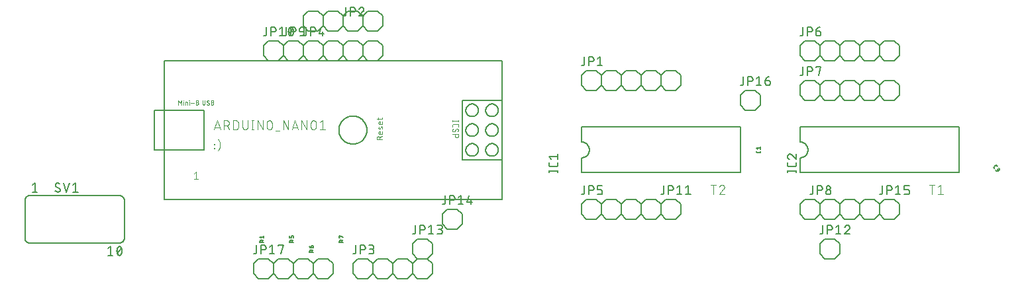
<source format=gbr>
G04 EAGLE Gerber RS-274X export*
G75*
%MOMM*%
%FSLAX34Y34*%
%LPD*%
%INSilkscreen Top*%
%IPPOS*%
%AMOC8*
5,1,8,0,0,1.08239X$1,22.5*%
G01*
%ADD10C,0.127000*%
%ADD11C,0.076200*%
%ADD12C,0.050800*%
%ADD13C,0.101600*%
%ADD14C,0.152400*%


D10*
X203200Y304800D02*
X635000Y304800D01*
X635000Y254000D01*
X635000Y177800D01*
X635000Y127000D01*
X203200Y127000D01*
X203200Y241300D01*
X203200Y304800D01*
X203200Y241300D02*
X190500Y241300D01*
X190500Y190500D01*
X254000Y190500D02*
X254000Y241300D01*
X203200Y241300D01*
X190500Y190500D02*
X254000Y190500D01*
X426539Y215900D02*
X426544Y216341D01*
X426561Y216781D01*
X426588Y217221D01*
X426625Y217660D01*
X426674Y218099D01*
X426733Y218535D01*
X426803Y218971D01*
X426884Y219404D01*
X426975Y219835D01*
X427077Y220264D01*
X427190Y220690D01*
X427312Y221114D01*
X427446Y221534D01*
X427589Y221951D01*
X427743Y222364D01*
X427906Y222773D01*
X428080Y223179D01*
X428263Y223579D01*
X428457Y223975D01*
X428660Y224367D01*
X428872Y224753D01*
X429094Y225134D01*
X429326Y225509D01*
X429566Y225879D01*
X429815Y226242D01*
X430074Y226599D01*
X430341Y226950D01*
X430616Y227294D01*
X430900Y227632D01*
X431192Y227962D01*
X431492Y228285D01*
X431800Y228600D01*
X432115Y228908D01*
X432438Y229208D01*
X432768Y229500D01*
X433106Y229784D01*
X433450Y230059D01*
X433801Y230326D01*
X434158Y230585D01*
X434521Y230834D01*
X434891Y231074D01*
X435266Y231306D01*
X435647Y231528D01*
X436033Y231740D01*
X436425Y231943D01*
X436821Y232137D01*
X437221Y232320D01*
X437627Y232494D01*
X438036Y232657D01*
X438449Y232811D01*
X438866Y232954D01*
X439286Y233088D01*
X439710Y233210D01*
X440136Y233323D01*
X440565Y233425D01*
X440996Y233516D01*
X441429Y233597D01*
X441865Y233667D01*
X442301Y233726D01*
X442740Y233775D01*
X443179Y233812D01*
X443619Y233839D01*
X444059Y233856D01*
X444500Y233861D01*
X444941Y233856D01*
X445381Y233839D01*
X445821Y233812D01*
X446260Y233775D01*
X446699Y233726D01*
X447135Y233667D01*
X447571Y233597D01*
X448004Y233516D01*
X448435Y233425D01*
X448864Y233323D01*
X449290Y233210D01*
X449714Y233088D01*
X450134Y232954D01*
X450551Y232811D01*
X450964Y232657D01*
X451373Y232494D01*
X451779Y232320D01*
X452179Y232137D01*
X452575Y231943D01*
X452967Y231740D01*
X453353Y231528D01*
X453734Y231306D01*
X454109Y231074D01*
X454479Y230834D01*
X454842Y230585D01*
X455199Y230326D01*
X455550Y230059D01*
X455894Y229784D01*
X456232Y229500D01*
X456562Y229208D01*
X456885Y228908D01*
X457200Y228600D01*
X457508Y228285D01*
X457808Y227962D01*
X458100Y227632D01*
X458384Y227294D01*
X458659Y226950D01*
X458926Y226599D01*
X459185Y226242D01*
X459434Y225879D01*
X459674Y225509D01*
X459906Y225134D01*
X460128Y224753D01*
X460340Y224367D01*
X460543Y223975D01*
X460737Y223579D01*
X460920Y223179D01*
X461094Y222773D01*
X461257Y222364D01*
X461411Y221951D01*
X461554Y221534D01*
X461688Y221114D01*
X461810Y220690D01*
X461923Y220264D01*
X462025Y219835D01*
X462116Y219404D01*
X462197Y218971D01*
X462267Y218535D01*
X462326Y218099D01*
X462375Y217660D01*
X462412Y217221D01*
X462439Y216781D01*
X462456Y216341D01*
X462461Y215900D01*
X462456Y215459D01*
X462439Y215019D01*
X462412Y214579D01*
X462375Y214140D01*
X462326Y213701D01*
X462267Y213265D01*
X462197Y212829D01*
X462116Y212396D01*
X462025Y211965D01*
X461923Y211536D01*
X461810Y211110D01*
X461688Y210686D01*
X461554Y210266D01*
X461411Y209849D01*
X461257Y209436D01*
X461094Y209027D01*
X460920Y208621D01*
X460737Y208221D01*
X460543Y207825D01*
X460340Y207433D01*
X460128Y207047D01*
X459906Y206666D01*
X459674Y206291D01*
X459434Y205921D01*
X459185Y205558D01*
X458926Y205201D01*
X458659Y204850D01*
X458384Y204506D01*
X458100Y204168D01*
X457808Y203838D01*
X457508Y203515D01*
X457200Y203200D01*
X456885Y202892D01*
X456562Y202592D01*
X456232Y202300D01*
X455894Y202016D01*
X455550Y201741D01*
X455199Y201474D01*
X454842Y201215D01*
X454479Y200966D01*
X454109Y200726D01*
X453734Y200494D01*
X453353Y200272D01*
X452967Y200060D01*
X452575Y199857D01*
X452179Y199663D01*
X451779Y199480D01*
X451373Y199306D01*
X450964Y199143D01*
X450551Y198989D01*
X450134Y198846D01*
X449714Y198712D01*
X449290Y198590D01*
X448864Y198477D01*
X448435Y198375D01*
X448004Y198284D01*
X447571Y198203D01*
X447135Y198133D01*
X446699Y198074D01*
X446260Y198025D01*
X445821Y197988D01*
X445381Y197961D01*
X444941Y197944D01*
X444500Y197939D01*
X444059Y197944D01*
X443619Y197961D01*
X443179Y197988D01*
X442740Y198025D01*
X442301Y198074D01*
X441865Y198133D01*
X441429Y198203D01*
X440996Y198284D01*
X440565Y198375D01*
X440136Y198477D01*
X439710Y198590D01*
X439286Y198712D01*
X438866Y198846D01*
X438449Y198989D01*
X438036Y199143D01*
X437627Y199306D01*
X437221Y199480D01*
X436821Y199663D01*
X436425Y199857D01*
X436033Y200060D01*
X435647Y200272D01*
X435266Y200494D01*
X434891Y200726D01*
X434521Y200966D01*
X434158Y201215D01*
X433801Y201474D01*
X433450Y201741D01*
X433106Y202016D01*
X432768Y202300D01*
X432438Y202592D01*
X432115Y202892D01*
X431800Y203200D01*
X431492Y203515D01*
X431192Y203838D01*
X430900Y204168D01*
X430616Y204506D01*
X430341Y204850D01*
X430074Y205201D01*
X429815Y205558D01*
X429566Y205921D01*
X429326Y206291D01*
X429094Y206666D01*
X428872Y207047D01*
X428660Y207433D01*
X428457Y207825D01*
X428263Y208221D01*
X428080Y208621D01*
X427906Y209027D01*
X427743Y209436D01*
X427589Y209849D01*
X427446Y210266D01*
X427312Y210686D01*
X427190Y211110D01*
X427077Y211536D01*
X426975Y211965D01*
X426884Y212396D01*
X426803Y212829D01*
X426733Y213265D01*
X426674Y213701D01*
X426625Y214140D01*
X426588Y214579D01*
X426561Y215019D01*
X426544Y215459D01*
X426539Y215900D01*
D11*
X474853Y203581D02*
X482219Y203581D01*
X474853Y203581D02*
X474853Y205627D01*
X474855Y205716D01*
X474861Y205805D01*
X474871Y205894D01*
X474884Y205982D01*
X474901Y206070D01*
X474923Y206157D01*
X474948Y206242D01*
X474976Y206327D01*
X475009Y206410D01*
X475045Y206492D01*
X475084Y206572D01*
X475127Y206650D01*
X475173Y206726D01*
X475223Y206801D01*
X475276Y206873D01*
X475332Y206942D01*
X475391Y207009D01*
X475452Y207074D01*
X475517Y207135D01*
X475584Y207194D01*
X475653Y207250D01*
X475725Y207303D01*
X475800Y207353D01*
X475876Y207399D01*
X475954Y207442D01*
X476034Y207481D01*
X476116Y207517D01*
X476199Y207550D01*
X476284Y207578D01*
X476369Y207603D01*
X476456Y207625D01*
X476544Y207642D01*
X476632Y207655D01*
X476721Y207665D01*
X476810Y207671D01*
X476899Y207673D01*
X476988Y207671D01*
X477077Y207665D01*
X477166Y207655D01*
X477254Y207642D01*
X477342Y207625D01*
X477429Y207603D01*
X477514Y207578D01*
X477599Y207550D01*
X477682Y207517D01*
X477764Y207481D01*
X477844Y207442D01*
X477922Y207399D01*
X477998Y207353D01*
X478073Y207303D01*
X478145Y207250D01*
X478214Y207194D01*
X478281Y207135D01*
X478346Y207074D01*
X478407Y207009D01*
X478466Y206942D01*
X478522Y206873D01*
X478575Y206801D01*
X478625Y206726D01*
X478671Y206650D01*
X478714Y206572D01*
X478753Y206492D01*
X478789Y206410D01*
X478822Y206327D01*
X478850Y206242D01*
X478875Y206157D01*
X478897Y206070D01*
X478914Y205982D01*
X478927Y205894D01*
X478937Y205805D01*
X478943Y205716D01*
X478945Y205627D01*
X478945Y203581D01*
X478945Y206036D02*
X482219Y207673D01*
X482219Y211994D02*
X482219Y214040D01*
X482219Y211994D02*
X482217Y211925D01*
X482211Y211857D01*
X482202Y211788D01*
X482188Y211721D01*
X482171Y211654D01*
X482150Y211588D01*
X482126Y211524D01*
X482097Y211461D01*
X482066Y211400D01*
X482031Y211341D01*
X481993Y211283D01*
X481951Y211228D01*
X481907Y211176D01*
X481859Y211126D01*
X481809Y211078D01*
X481757Y211034D01*
X481702Y210993D01*
X481644Y210954D01*
X481585Y210919D01*
X481524Y210888D01*
X481461Y210859D01*
X481397Y210835D01*
X481331Y210814D01*
X481264Y210797D01*
X481197Y210783D01*
X481129Y210774D01*
X481060Y210768D01*
X480991Y210766D01*
X480991Y210767D02*
X478945Y210767D01*
X478945Y210766D02*
X478866Y210768D01*
X478787Y210774D01*
X478708Y210783D01*
X478630Y210796D01*
X478553Y210814D01*
X478477Y210834D01*
X478402Y210859D01*
X478328Y210887D01*
X478255Y210918D01*
X478184Y210954D01*
X478115Y210992D01*
X478048Y211034D01*
X477983Y211079D01*
X477920Y211127D01*
X477859Y211178D01*
X477802Y211232D01*
X477746Y211288D01*
X477694Y211347D01*
X477644Y211409D01*
X477598Y211473D01*
X477554Y211539D01*
X477514Y211607D01*
X477478Y211677D01*
X477444Y211749D01*
X477414Y211823D01*
X477388Y211897D01*
X477365Y211973D01*
X477347Y212050D01*
X477331Y212127D01*
X477320Y212206D01*
X477312Y212284D01*
X477308Y212363D01*
X477308Y212443D01*
X477312Y212522D01*
X477320Y212600D01*
X477331Y212679D01*
X477347Y212756D01*
X477365Y212833D01*
X477388Y212909D01*
X477414Y212983D01*
X477444Y213057D01*
X477478Y213129D01*
X477514Y213199D01*
X477554Y213267D01*
X477598Y213333D01*
X477644Y213397D01*
X477694Y213459D01*
X477746Y213518D01*
X477802Y213574D01*
X477859Y213628D01*
X477920Y213679D01*
X477983Y213727D01*
X478048Y213772D01*
X478115Y213814D01*
X478184Y213852D01*
X478255Y213888D01*
X478328Y213919D01*
X478402Y213947D01*
X478477Y213972D01*
X478553Y213992D01*
X478630Y214010D01*
X478708Y214023D01*
X478787Y214032D01*
X478866Y214038D01*
X478945Y214040D01*
X479764Y214040D01*
X479764Y210767D01*
X479354Y217720D02*
X480173Y219766D01*
X479354Y217720D02*
X479329Y217661D01*
X479300Y217604D01*
X479267Y217549D01*
X479231Y217496D01*
X479193Y217445D01*
X479151Y217397D01*
X479106Y217351D01*
X479059Y217308D01*
X479009Y217268D01*
X478957Y217231D01*
X478902Y217197D01*
X478846Y217166D01*
X478788Y217139D01*
X478728Y217116D01*
X478668Y217096D01*
X478606Y217080D01*
X478543Y217067D01*
X478479Y217059D01*
X478416Y217054D01*
X478352Y217053D01*
X478288Y217056D01*
X478224Y217063D01*
X478161Y217074D01*
X478099Y217088D01*
X478037Y217106D01*
X477977Y217128D01*
X477918Y217153D01*
X477861Y217182D01*
X477806Y217215D01*
X477753Y217250D01*
X477702Y217289D01*
X477653Y217331D01*
X477607Y217375D01*
X477564Y217423D01*
X477524Y217472D01*
X477487Y217525D01*
X477453Y217579D01*
X477422Y217635D01*
X477395Y217693D01*
X477371Y217752D01*
X477352Y217813D01*
X477335Y217875D01*
X477323Y217938D01*
X477314Y218001D01*
X477309Y218065D01*
X477308Y218129D01*
X477312Y218265D01*
X477320Y218400D01*
X477332Y218536D01*
X477348Y218670D01*
X477368Y218805D01*
X477391Y218938D01*
X477419Y219071D01*
X477450Y219203D01*
X477485Y219334D01*
X477524Y219464D01*
X477567Y219593D01*
X477614Y219720D01*
X477664Y219846D01*
X477718Y219971D01*
X480173Y219766D02*
X480198Y219825D01*
X480227Y219882D01*
X480260Y219937D01*
X480296Y219990D01*
X480334Y220041D01*
X480376Y220089D01*
X480421Y220135D01*
X480468Y220178D01*
X480518Y220218D01*
X480570Y220255D01*
X480625Y220289D01*
X480681Y220320D01*
X480739Y220347D01*
X480799Y220370D01*
X480859Y220390D01*
X480921Y220406D01*
X480984Y220419D01*
X481048Y220427D01*
X481111Y220432D01*
X481175Y220433D01*
X481239Y220430D01*
X481303Y220423D01*
X481366Y220412D01*
X481428Y220398D01*
X481490Y220380D01*
X481550Y220358D01*
X481609Y220333D01*
X481666Y220304D01*
X481721Y220271D01*
X481774Y220236D01*
X481825Y220197D01*
X481874Y220155D01*
X481920Y220111D01*
X481963Y220063D01*
X482003Y220014D01*
X482040Y219961D01*
X482074Y219907D01*
X482105Y219851D01*
X482132Y219793D01*
X482156Y219734D01*
X482175Y219673D01*
X482192Y219611D01*
X482204Y219548D01*
X482213Y219485D01*
X482218Y219421D01*
X482219Y219357D01*
X482215Y219193D01*
X482207Y219029D01*
X482195Y218865D01*
X482179Y218702D01*
X482159Y218539D01*
X482136Y218376D01*
X482108Y218215D01*
X482077Y218053D01*
X482042Y217893D01*
X482003Y217734D01*
X481960Y217575D01*
X481914Y217418D01*
X481864Y217261D01*
X481810Y217106D01*
X482219Y224674D02*
X482219Y226720D01*
X482219Y224674D02*
X482217Y224605D01*
X482211Y224537D01*
X482202Y224468D01*
X482188Y224401D01*
X482171Y224334D01*
X482150Y224268D01*
X482126Y224204D01*
X482097Y224141D01*
X482066Y224080D01*
X482031Y224021D01*
X481993Y223963D01*
X481951Y223908D01*
X481907Y223856D01*
X481859Y223806D01*
X481809Y223758D01*
X481757Y223714D01*
X481702Y223673D01*
X481644Y223634D01*
X481585Y223599D01*
X481524Y223568D01*
X481461Y223539D01*
X481397Y223515D01*
X481331Y223494D01*
X481264Y223477D01*
X481197Y223463D01*
X481129Y223454D01*
X481060Y223448D01*
X480991Y223446D01*
X478945Y223446D01*
X478866Y223448D01*
X478787Y223454D01*
X478708Y223463D01*
X478630Y223476D01*
X478553Y223494D01*
X478477Y223514D01*
X478402Y223539D01*
X478328Y223567D01*
X478255Y223598D01*
X478184Y223634D01*
X478115Y223672D01*
X478048Y223714D01*
X477983Y223759D01*
X477920Y223807D01*
X477859Y223858D01*
X477802Y223912D01*
X477746Y223968D01*
X477694Y224027D01*
X477644Y224089D01*
X477598Y224153D01*
X477554Y224219D01*
X477514Y224287D01*
X477478Y224357D01*
X477444Y224429D01*
X477414Y224503D01*
X477388Y224577D01*
X477365Y224653D01*
X477347Y224730D01*
X477331Y224807D01*
X477320Y224886D01*
X477312Y224964D01*
X477308Y225043D01*
X477308Y225123D01*
X477312Y225202D01*
X477320Y225280D01*
X477331Y225359D01*
X477347Y225436D01*
X477365Y225513D01*
X477388Y225589D01*
X477414Y225663D01*
X477444Y225737D01*
X477478Y225809D01*
X477514Y225879D01*
X477554Y225947D01*
X477598Y226013D01*
X477644Y226077D01*
X477694Y226139D01*
X477746Y226198D01*
X477802Y226254D01*
X477859Y226308D01*
X477920Y226359D01*
X477983Y226407D01*
X478048Y226452D01*
X478115Y226494D01*
X478184Y226532D01*
X478255Y226568D01*
X478328Y226599D01*
X478402Y226627D01*
X478477Y226652D01*
X478553Y226672D01*
X478630Y226690D01*
X478708Y226703D01*
X478787Y226712D01*
X478866Y226718D01*
X478945Y226720D01*
X479764Y226720D01*
X479764Y223446D01*
X477308Y229156D02*
X477308Y231611D01*
X474853Y229974D02*
X480991Y229974D01*
X481060Y229976D01*
X481128Y229982D01*
X481197Y229991D01*
X481264Y230005D01*
X481331Y230022D01*
X481397Y230043D01*
X481461Y230067D01*
X481524Y230096D01*
X481585Y230127D01*
X481644Y230162D01*
X481702Y230200D01*
X481757Y230242D01*
X481809Y230286D01*
X481859Y230334D01*
X481907Y230384D01*
X481951Y230436D01*
X481993Y230491D01*
X482031Y230549D01*
X482066Y230608D01*
X482097Y230669D01*
X482126Y230732D01*
X482150Y230796D01*
X482171Y230862D01*
X482188Y230929D01*
X482202Y230996D01*
X482211Y231065D01*
X482217Y231133D01*
X482219Y231202D01*
X482219Y231611D01*
X244292Y162179D02*
X241681Y160091D01*
X244292Y162179D02*
X244292Y152781D01*
X246902Y152781D02*
X241681Y152781D01*
D12*
X221618Y248158D02*
X221618Y253746D01*
X223480Y250642D01*
X225343Y253746D01*
X225343Y248158D01*
X227869Y248158D02*
X227869Y251883D01*
X227714Y253436D02*
X227714Y253746D01*
X228025Y253746D01*
X228025Y253436D01*
X227714Y253436D01*
X230285Y251883D02*
X230285Y248158D01*
X230285Y251883D02*
X231837Y251883D01*
X231895Y251881D01*
X231954Y251876D01*
X232011Y251867D01*
X232069Y251854D01*
X232125Y251837D01*
X232180Y251818D01*
X232233Y251794D01*
X232286Y251768D01*
X232336Y251738D01*
X232384Y251705D01*
X232430Y251669D01*
X232474Y251631D01*
X232516Y251589D01*
X232554Y251545D01*
X232590Y251499D01*
X232623Y251451D01*
X232653Y251401D01*
X232679Y251348D01*
X232703Y251295D01*
X232722Y251240D01*
X232739Y251184D01*
X232752Y251126D01*
X232761Y251069D01*
X232766Y251010D01*
X232768Y250952D01*
X232769Y250952D02*
X232769Y248158D01*
X235185Y248158D02*
X235185Y251883D01*
X235029Y253436D02*
X235029Y253746D01*
X235340Y253746D01*
X235340Y253436D01*
X235029Y253436D01*
X237528Y250331D02*
X241253Y250331D01*
X243956Y251262D02*
X245509Y251262D01*
X245586Y251260D01*
X245664Y251254D01*
X245740Y251245D01*
X245817Y251231D01*
X245892Y251214D01*
X245966Y251193D01*
X246040Y251168D01*
X246112Y251140D01*
X246182Y251108D01*
X246251Y251073D01*
X246318Y251034D01*
X246383Y250992D01*
X246446Y250947D01*
X246507Y250899D01*
X246565Y250848D01*
X246620Y250794D01*
X246673Y250737D01*
X246722Y250678D01*
X246769Y250616D01*
X246813Y250552D01*
X246853Y250486D01*
X246890Y250418D01*
X246924Y250348D01*
X246954Y250277D01*
X246980Y250204D01*
X247003Y250130D01*
X247022Y250055D01*
X247037Y249980D01*
X247049Y249903D01*
X247057Y249826D01*
X247061Y249749D01*
X247061Y249671D01*
X247057Y249594D01*
X247049Y249517D01*
X247037Y249440D01*
X247022Y249365D01*
X247003Y249290D01*
X246980Y249216D01*
X246954Y249143D01*
X246924Y249072D01*
X246890Y249002D01*
X246853Y248934D01*
X246813Y248868D01*
X246769Y248804D01*
X246722Y248742D01*
X246673Y248683D01*
X246620Y248626D01*
X246565Y248572D01*
X246507Y248521D01*
X246446Y248473D01*
X246383Y248428D01*
X246318Y248386D01*
X246251Y248347D01*
X246182Y248312D01*
X246112Y248280D01*
X246040Y248252D01*
X245966Y248227D01*
X245892Y248206D01*
X245817Y248189D01*
X245740Y248175D01*
X245664Y248166D01*
X245586Y248160D01*
X245509Y248158D01*
X243956Y248158D01*
X243956Y253746D01*
X245509Y253746D01*
X245579Y253744D01*
X245648Y253738D01*
X245717Y253728D01*
X245785Y253715D01*
X245853Y253697D01*
X245919Y253676D01*
X245984Y253651D01*
X246048Y253623D01*
X246110Y253591D01*
X246170Y253556D01*
X246228Y253517D01*
X246283Y253475D01*
X246337Y253430D01*
X246387Y253382D01*
X246435Y253332D01*
X246480Y253278D01*
X246522Y253223D01*
X246561Y253165D01*
X246596Y253105D01*
X246628Y253043D01*
X246656Y252979D01*
X246681Y252914D01*
X246702Y252848D01*
X246720Y252780D01*
X246733Y252712D01*
X246743Y252643D01*
X246749Y252574D01*
X246751Y252504D01*
X246749Y252434D01*
X246743Y252365D01*
X246733Y252296D01*
X246720Y252228D01*
X246702Y252160D01*
X246681Y252094D01*
X246656Y252029D01*
X246628Y251965D01*
X246596Y251903D01*
X246561Y251843D01*
X246522Y251785D01*
X246480Y251730D01*
X246435Y251676D01*
X246387Y251626D01*
X246337Y251578D01*
X246283Y251533D01*
X246228Y251491D01*
X246170Y251452D01*
X246110Y251417D01*
X246048Y251385D01*
X245984Y251357D01*
X245919Y251332D01*
X245853Y251311D01*
X245785Y251293D01*
X245717Y251280D01*
X245648Y251270D01*
X245579Y251264D01*
X245509Y251262D01*
X252286Y249710D02*
X252286Y253746D01*
X252286Y249710D02*
X252288Y249633D01*
X252294Y249555D01*
X252303Y249479D01*
X252317Y249402D01*
X252334Y249327D01*
X252355Y249253D01*
X252380Y249179D01*
X252408Y249107D01*
X252440Y249037D01*
X252475Y248968D01*
X252514Y248901D01*
X252556Y248836D01*
X252601Y248773D01*
X252649Y248712D01*
X252700Y248654D01*
X252754Y248599D01*
X252811Y248546D01*
X252870Y248497D01*
X252932Y248450D01*
X252996Y248406D01*
X253062Y248366D01*
X253130Y248329D01*
X253200Y248295D01*
X253271Y248265D01*
X253344Y248239D01*
X253418Y248216D01*
X253493Y248197D01*
X253568Y248182D01*
X253645Y248170D01*
X253722Y248162D01*
X253799Y248158D01*
X253877Y248158D01*
X253954Y248162D01*
X254031Y248170D01*
X254108Y248182D01*
X254183Y248197D01*
X254258Y248216D01*
X254332Y248239D01*
X254405Y248265D01*
X254476Y248295D01*
X254546Y248329D01*
X254614Y248366D01*
X254680Y248406D01*
X254744Y248450D01*
X254806Y248497D01*
X254865Y248546D01*
X254922Y248599D01*
X254976Y248654D01*
X255027Y248712D01*
X255075Y248773D01*
X255120Y248836D01*
X255162Y248901D01*
X255201Y248968D01*
X255236Y249037D01*
X255268Y249107D01*
X255296Y249179D01*
X255321Y249253D01*
X255342Y249327D01*
X255359Y249402D01*
X255373Y249479D01*
X255382Y249555D01*
X255388Y249633D01*
X255390Y249710D01*
X255390Y253746D01*
X260877Y249400D02*
X260875Y249330D01*
X260869Y249261D01*
X260859Y249192D01*
X260846Y249124D01*
X260828Y249056D01*
X260807Y248990D01*
X260782Y248925D01*
X260754Y248861D01*
X260722Y248799D01*
X260687Y248739D01*
X260648Y248681D01*
X260606Y248626D01*
X260561Y248572D01*
X260513Y248522D01*
X260463Y248474D01*
X260409Y248429D01*
X260354Y248387D01*
X260296Y248348D01*
X260236Y248313D01*
X260174Y248281D01*
X260110Y248253D01*
X260045Y248228D01*
X259979Y248207D01*
X259911Y248189D01*
X259843Y248176D01*
X259774Y248166D01*
X259705Y248160D01*
X259635Y248158D01*
X259536Y248160D01*
X259438Y248165D01*
X259340Y248175D01*
X259242Y248188D01*
X259145Y248204D01*
X259048Y248224D01*
X258953Y248248D01*
X258858Y248276D01*
X258764Y248307D01*
X258672Y248341D01*
X258581Y248379D01*
X258491Y248420D01*
X258403Y248465D01*
X258317Y248513D01*
X258233Y248564D01*
X258151Y248618D01*
X258070Y248676D01*
X257992Y248736D01*
X257917Y248799D01*
X257843Y248865D01*
X257773Y248934D01*
X257927Y252504D02*
X257929Y252574D01*
X257935Y252643D01*
X257945Y252712D01*
X257958Y252780D01*
X257976Y252848D01*
X257997Y252914D01*
X258022Y252979D01*
X258050Y253043D01*
X258082Y253105D01*
X258117Y253165D01*
X258156Y253223D01*
X258198Y253278D01*
X258243Y253332D01*
X258291Y253382D01*
X258341Y253430D01*
X258395Y253475D01*
X258450Y253517D01*
X258508Y253556D01*
X258568Y253591D01*
X258630Y253623D01*
X258694Y253651D01*
X258759Y253676D01*
X258825Y253697D01*
X258893Y253715D01*
X258961Y253728D01*
X259030Y253738D01*
X259099Y253744D01*
X259169Y253746D01*
X259263Y253744D01*
X259356Y253738D01*
X259449Y253729D01*
X259542Y253716D01*
X259634Y253699D01*
X259725Y253679D01*
X259816Y253654D01*
X259905Y253627D01*
X259993Y253595D01*
X260080Y253560D01*
X260166Y253522D01*
X260249Y253480D01*
X260331Y253435D01*
X260412Y253387D01*
X260490Y253335D01*
X260566Y253280D01*
X258549Y251418D02*
X258490Y251454D01*
X258434Y251494D01*
X258380Y251537D01*
X258328Y251582D01*
X258279Y251631D01*
X258233Y251682D01*
X258190Y251735D01*
X258149Y251791D01*
X258112Y251849D01*
X258077Y251909D01*
X258047Y251970D01*
X258019Y252033D01*
X257995Y252098D01*
X257975Y252164D01*
X257958Y252231D01*
X257945Y252298D01*
X257936Y252366D01*
X257930Y252435D01*
X257928Y252504D01*
X260255Y250486D02*
X260314Y250450D01*
X260370Y250410D01*
X260424Y250367D01*
X260476Y250322D01*
X260525Y250273D01*
X260571Y250222D01*
X260614Y250169D01*
X260655Y250113D01*
X260692Y250055D01*
X260727Y249995D01*
X260757Y249934D01*
X260785Y249871D01*
X260809Y249806D01*
X260829Y249740D01*
X260846Y249673D01*
X260859Y249606D01*
X260868Y249538D01*
X260874Y249469D01*
X260876Y249400D01*
X260256Y250486D02*
X258548Y251418D01*
X263342Y251262D02*
X264894Y251262D01*
X264971Y251260D01*
X265049Y251254D01*
X265125Y251245D01*
X265202Y251231D01*
X265277Y251214D01*
X265351Y251193D01*
X265425Y251168D01*
X265497Y251140D01*
X265567Y251108D01*
X265636Y251073D01*
X265703Y251034D01*
X265768Y250992D01*
X265831Y250947D01*
X265892Y250899D01*
X265950Y250848D01*
X266005Y250794D01*
X266058Y250737D01*
X266107Y250678D01*
X266154Y250616D01*
X266198Y250552D01*
X266238Y250486D01*
X266275Y250418D01*
X266309Y250348D01*
X266339Y250277D01*
X266365Y250204D01*
X266388Y250130D01*
X266407Y250055D01*
X266422Y249980D01*
X266434Y249903D01*
X266442Y249826D01*
X266446Y249749D01*
X266446Y249671D01*
X266442Y249594D01*
X266434Y249517D01*
X266422Y249440D01*
X266407Y249365D01*
X266388Y249290D01*
X266365Y249216D01*
X266339Y249143D01*
X266309Y249072D01*
X266275Y249002D01*
X266238Y248934D01*
X266198Y248868D01*
X266154Y248804D01*
X266107Y248742D01*
X266058Y248683D01*
X266005Y248626D01*
X265950Y248572D01*
X265892Y248521D01*
X265831Y248473D01*
X265768Y248428D01*
X265703Y248386D01*
X265636Y248347D01*
X265567Y248312D01*
X265497Y248280D01*
X265425Y248252D01*
X265351Y248227D01*
X265277Y248206D01*
X265202Y248189D01*
X265125Y248175D01*
X265049Y248166D01*
X264971Y248160D01*
X264894Y248158D01*
X263342Y248158D01*
X263342Y253746D01*
X264894Y253746D01*
X264964Y253744D01*
X265033Y253738D01*
X265102Y253728D01*
X265170Y253715D01*
X265238Y253697D01*
X265304Y253676D01*
X265369Y253651D01*
X265433Y253623D01*
X265495Y253591D01*
X265555Y253556D01*
X265613Y253517D01*
X265668Y253475D01*
X265722Y253430D01*
X265772Y253382D01*
X265820Y253332D01*
X265865Y253278D01*
X265907Y253223D01*
X265946Y253165D01*
X265981Y253105D01*
X266013Y253043D01*
X266041Y252979D01*
X266066Y252914D01*
X266087Y252848D01*
X266105Y252780D01*
X266118Y252712D01*
X266128Y252643D01*
X266134Y252574D01*
X266136Y252504D01*
X266134Y252434D01*
X266128Y252365D01*
X266118Y252296D01*
X266105Y252228D01*
X266087Y252160D01*
X266066Y252094D01*
X266041Y252029D01*
X266013Y251965D01*
X265981Y251903D01*
X265946Y251843D01*
X265907Y251785D01*
X265865Y251730D01*
X265820Y251676D01*
X265772Y251626D01*
X265722Y251578D01*
X265668Y251533D01*
X265613Y251491D01*
X265555Y251452D01*
X265495Y251417D01*
X265433Y251385D01*
X265369Y251357D01*
X265304Y251332D01*
X265238Y251311D01*
X265170Y251293D01*
X265102Y251280D01*
X265033Y251270D01*
X264964Y251264D01*
X264894Y251262D01*
D10*
X584200Y254000D02*
X635000Y254000D01*
X584200Y254000D02*
X584200Y177800D01*
X635000Y177800D01*
X614300Y190500D02*
X614302Y190696D01*
X614310Y190893D01*
X614322Y191089D01*
X614339Y191284D01*
X614360Y191479D01*
X614387Y191674D01*
X614418Y191868D01*
X614454Y192061D01*
X614494Y192253D01*
X614540Y192444D01*
X614590Y192634D01*
X614644Y192822D01*
X614704Y193009D01*
X614768Y193195D01*
X614836Y193379D01*
X614909Y193561D01*
X614986Y193742D01*
X615068Y193920D01*
X615154Y194097D01*
X615245Y194271D01*
X615339Y194443D01*
X615438Y194613D01*
X615541Y194780D01*
X615648Y194945D01*
X615759Y195106D01*
X615874Y195266D01*
X615993Y195422D01*
X616116Y195575D01*
X616242Y195725D01*
X616372Y195872D01*
X616506Y196016D01*
X616643Y196157D01*
X616784Y196294D01*
X616928Y196428D01*
X617075Y196558D01*
X617225Y196684D01*
X617378Y196807D01*
X617534Y196926D01*
X617694Y197041D01*
X617855Y197152D01*
X618020Y197259D01*
X618187Y197362D01*
X618357Y197461D01*
X618529Y197555D01*
X618703Y197646D01*
X618880Y197732D01*
X619058Y197814D01*
X619239Y197891D01*
X619421Y197964D01*
X619605Y198032D01*
X619791Y198096D01*
X619978Y198156D01*
X620166Y198210D01*
X620356Y198260D01*
X620547Y198306D01*
X620739Y198346D01*
X620932Y198382D01*
X621126Y198413D01*
X621321Y198440D01*
X621516Y198461D01*
X621711Y198478D01*
X621907Y198490D01*
X622104Y198498D01*
X622300Y198500D01*
X622496Y198498D01*
X622693Y198490D01*
X622889Y198478D01*
X623084Y198461D01*
X623279Y198440D01*
X623474Y198413D01*
X623668Y198382D01*
X623861Y198346D01*
X624053Y198306D01*
X624244Y198260D01*
X624434Y198210D01*
X624622Y198156D01*
X624809Y198096D01*
X624995Y198032D01*
X625179Y197964D01*
X625361Y197891D01*
X625542Y197814D01*
X625720Y197732D01*
X625897Y197646D01*
X626071Y197555D01*
X626243Y197461D01*
X626413Y197362D01*
X626580Y197259D01*
X626745Y197152D01*
X626906Y197041D01*
X627066Y196926D01*
X627222Y196807D01*
X627375Y196684D01*
X627525Y196558D01*
X627672Y196428D01*
X627816Y196294D01*
X627957Y196157D01*
X628094Y196016D01*
X628228Y195872D01*
X628358Y195725D01*
X628484Y195575D01*
X628607Y195422D01*
X628726Y195266D01*
X628841Y195106D01*
X628952Y194945D01*
X629059Y194780D01*
X629162Y194613D01*
X629261Y194443D01*
X629355Y194271D01*
X629446Y194097D01*
X629532Y193920D01*
X629614Y193742D01*
X629691Y193561D01*
X629764Y193379D01*
X629832Y193195D01*
X629896Y193009D01*
X629956Y192822D01*
X630010Y192634D01*
X630060Y192444D01*
X630106Y192253D01*
X630146Y192061D01*
X630182Y191868D01*
X630213Y191674D01*
X630240Y191479D01*
X630261Y191284D01*
X630278Y191089D01*
X630290Y190893D01*
X630298Y190696D01*
X630300Y190500D01*
X630298Y190304D01*
X630290Y190107D01*
X630278Y189911D01*
X630261Y189716D01*
X630240Y189521D01*
X630213Y189326D01*
X630182Y189132D01*
X630146Y188939D01*
X630106Y188747D01*
X630060Y188556D01*
X630010Y188366D01*
X629956Y188178D01*
X629896Y187991D01*
X629832Y187805D01*
X629764Y187621D01*
X629691Y187439D01*
X629614Y187258D01*
X629532Y187080D01*
X629446Y186903D01*
X629355Y186729D01*
X629261Y186557D01*
X629162Y186387D01*
X629059Y186220D01*
X628952Y186055D01*
X628841Y185894D01*
X628726Y185734D01*
X628607Y185578D01*
X628484Y185425D01*
X628358Y185275D01*
X628228Y185128D01*
X628094Y184984D01*
X627957Y184843D01*
X627816Y184706D01*
X627672Y184572D01*
X627525Y184442D01*
X627375Y184316D01*
X627222Y184193D01*
X627066Y184074D01*
X626906Y183959D01*
X626745Y183848D01*
X626580Y183741D01*
X626413Y183638D01*
X626243Y183539D01*
X626071Y183445D01*
X625897Y183354D01*
X625720Y183268D01*
X625542Y183186D01*
X625361Y183109D01*
X625179Y183036D01*
X624995Y182968D01*
X624809Y182904D01*
X624622Y182844D01*
X624434Y182790D01*
X624244Y182740D01*
X624053Y182694D01*
X623861Y182654D01*
X623668Y182618D01*
X623474Y182587D01*
X623279Y182560D01*
X623084Y182539D01*
X622889Y182522D01*
X622693Y182510D01*
X622496Y182502D01*
X622300Y182500D01*
X622104Y182502D01*
X621907Y182510D01*
X621711Y182522D01*
X621516Y182539D01*
X621321Y182560D01*
X621126Y182587D01*
X620932Y182618D01*
X620739Y182654D01*
X620547Y182694D01*
X620356Y182740D01*
X620166Y182790D01*
X619978Y182844D01*
X619791Y182904D01*
X619605Y182968D01*
X619421Y183036D01*
X619239Y183109D01*
X619058Y183186D01*
X618880Y183268D01*
X618703Y183354D01*
X618529Y183445D01*
X618357Y183539D01*
X618187Y183638D01*
X618020Y183741D01*
X617855Y183848D01*
X617694Y183959D01*
X617534Y184074D01*
X617378Y184193D01*
X617225Y184316D01*
X617075Y184442D01*
X616928Y184572D01*
X616784Y184706D01*
X616643Y184843D01*
X616506Y184984D01*
X616372Y185128D01*
X616242Y185275D01*
X616116Y185425D01*
X615993Y185578D01*
X615874Y185734D01*
X615759Y185894D01*
X615648Y186055D01*
X615541Y186220D01*
X615438Y186387D01*
X615339Y186557D01*
X615245Y186729D01*
X615154Y186903D01*
X615068Y187080D01*
X614986Y187258D01*
X614909Y187439D01*
X614836Y187621D01*
X614768Y187805D01*
X614704Y187991D01*
X614644Y188178D01*
X614590Y188366D01*
X614540Y188556D01*
X614494Y188747D01*
X614454Y188939D01*
X614418Y189132D01*
X614387Y189326D01*
X614360Y189521D01*
X614339Y189716D01*
X614322Y189911D01*
X614310Y190107D01*
X614302Y190304D01*
X614300Y190500D01*
X614300Y215900D02*
X614302Y216096D01*
X614310Y216293D01*
X614322Y216489D01*
X614339Y216684D01*
X614360Y216879D01*
X614387Y217074D01*
X614418Y217268D01*
X614454Y217461D01*
X614494Y217653D01*
X614540Y217844D01*
X614590Y218034D01*
X614644Y218222D01*
X614704Y218409D01*
X614768Y218595D01*
X614836Y218779D01*
X614909Y218961D01*
X614986Y219142D01*
X615068Y219320D01*
X615154Y219497D01*
X615245Y219671D01*
X615339Y219843D01*
X615438Y220013D01*
X615541Y220180D01*
X615648Y220345D01*
X615759Y220506D01*
X615874Y220666D01*
X615993Y220822D01*
X616116Y220975D01*
X616242Y221125D01*
X616372Y221272D01*
X616506Y221416D01*
X616643Y221557D01*
X616784Y221694D01*
X616928Y221828D01*
X617075Y221958D01*
X617225Y222084D01*
X617378Y222207D01*
X617534Y222326D01*
X617694Y222441D01*
X617855Y222552D01*
X618020Y222659D01*
X618187Y222762D01*
X618357Y222861D01*
X618529Y222955D01*
X618703Y223046D01*
X618880Y223132D01*
X619058Y223214D01*
X619239Y223291D01*
X619421Y223364D01*
X619605Y223432D01*
X619791Y223496D01*
X619978Y223556D01*
X620166Y223610D01*
X620356Y223660D01*
X620547Y223706D01*
X620739Y223746D01*
X620932Y223782D01*
X621126Y223813D01*
X621321Y223840D01*
X621516Y223861D01*
X621711Y223878D01*
X621907Y223890D01*
X622104Y223898D01*
X622300Y223900D01*
X622496Y223898D01*
X622693Y223890D01*
X622889Y223878D01*
X623084Y223861D01*
X623279Y223840D01*
X623474Y223813D01*
X623668Y223782D01*
X623861Y223746D01*
X624053Y223706D01*
X624244Y223660D01*
X624434Y223610D01*
X624622Y223556D01*
X624809Y223496D01*
X624995Y223432D01*
X625179Y223364D01*
X625361Y223291D01*
X625542Y223214D01*
X625720Y223132D01*
X625897Y223046D01*
X626071Y222955D01*
X626243Y222861D01*
X626413Y222762D01*
X626580Y222659D01*
X626745Y222552D01*
X626906Y222441D01*
X627066Y222326D01*
X627222Y222207D01*
X627375Y222084D01*
X627525Y221958D01*
X627672Y221828D01*
X627816Y221694D01*
X627957Y221557D01*
X628094Y221416D01*
X628228Y221272D01*
X628358Y221125D01*
X628484Y220975D01*
X628607Y220822D01*
X628726Y220666D01*
X628841Y220506D01*
X628952Y220345D01*
X629059Y220180D01*
X629162Y220013D01*
X629261Y219843D01*
X629355Y219671D01*
X629446Y219497D01*
X629532Y219320D01*
X629614Y219142D01*
X629691Y218961D01*
X629764Y218779D01*
X629832Y218595D01*
X629896Y218409D01*
X629956Y218222D01*
X630010Y218034D01*
X630060Y217844D01*
X630106Y217653D01*
X630146Y217461D01*
X630182Y217268D01*
X630213Y217074D01*
X630240Y216879D01*
X630261Y216684D01*
X630278Y216489D01*
X630290Y216293D01*
X630298Y216096D01*
X630300Y215900D01*
X630298Y215704D01*
X630290Y215507D01*
X630278Y215311D01*
X630261Y215116D01*
X630240Y214921D01*
X630213Y214726D01*
X630182Y214532D01*
X630146Y214339D01*
X630106Y214147D01*
X630060Y213956D01*
X630010Y213766D01*
X629956Y213578D01*
X629896Y213391D01*
X629832Y213205D01*
X629764Y213021D01*
X629691Y212839D01*
X629614Y212658D01*
X629532Y212480D01*
X629446Y212303D01*
X629355Y212129D01*
X629261Y211957D01*
X629162Y211787D01*
X629059Y211620D01*
X628952Y211455D01*
X628841Y211294D01*
X628726Y211134D01*
X628607Y210978D01*
X628484Y210825D01*
X628358Y210675D01*
X628228Y210528D01*
X628094Y210384D01*
X627957Y210243D01*
X627816Y210106D01*
X627672Y209972D01*
X627525Y209842D01*
X627375Y209716D01*
X627222Y209593D01*
X627066Y209474D01*
X626906Y209359D01*
X626745Y209248D01*
X626580Y209141D01*
X626413Y209038D01*
X626243Y208939D01*
X626071Y208845D01*
X625897Y208754D01*
X625720Y208668D01*
X625542Y208586D01*
X625361Y208509D01*
X625179Y208436D01*
X624995Y208368D01*
X624809Y208304D01*
X624622Y208244D01*
X624434Y208190D01*
X624244Y208140D01*
X624053Y208094D01*
X623861Y208054D01*
X623668Y208018D01*
X623474Y207987D01*
X623279Y207960D01*
X623084Y207939D01*
X622889Y207922D01*
X622693Y207910D01*
X622496Y207902D01*
X622300Y207900D01*
X622104Y207902D01*
X621907Y207910D01*
X621711Y207922D01*
X621516Y207939D01*
X621321Y207960D01*
X621126Y207987D01*
X620932Y208018D01*
X620739Y208054D01*
X620547Y208094D01*
X620356Y208140D01*
X620166Y208190D01*
X619978Y208244D01*
X619791Y208304D01*
X619605Y208368D01*
X619421Y208436D01*
X619239Y208509D01*
X619058Y208586D01*
X618880Y208668D01*
X618703Y208754D01*
X618529Y208845D01*
X618357Y208939D01*
X618187Y209038D01*
X618020Y209141D01*
X617855Y209248D01*
X617694Y209359D01*
X617534Y209474D01*
X617378Y209593D01*
X617225Y209716D01*
X617075Y209842D01*
X616928Y209972D01*
X616784Y210106D01*
X616643Y210243D01*
X616506Y210384D01*
X616372Y210528D01*
X616242Y210675D01*
X616116Y210825D01*
X615993Y210978D01*
X615874Y211134D01*
X615759Y211294D01*
X615648Y211455D01*
X615541Y211620D01*
X615438Y211787D01*
X615339Y211957D01*
X615245Y212129D01*
X615154Y212303D01*
X615068Y212480D01*
X614986Y212658D01*
X614909Y212839D01*
X614836Y213021D01*
X614768Y213205D01*
X614704Y213391D01*
X614644Y213578D01*
X614590Y213766D01*
X614540Y213956D01*
X614494Y214147D01*
X614454Y214339D01*
X614418Y214532D01*
X614387Y214726D01*
X614360Y214921D01*
X614339Y215116D01*
X614322Y215311D01*
X614310Y215507D01*
X614302Y215704D01*
X614300Y215900D01*
X614300Y241300D02*
X614302Y241496D01*
X614310Y241693D01*
X614322Y241889D01*
X614339Y242084D01*
X614360Y242279D01*
X614387Y242474D01*
X614418Y242668D01*
X614454Y242861D01*
X614494Y243053D01*
X614540Y243244D01*
X614590Y243434D01*
X614644Y243622D01*
X614704Y243809D01*
X614768Y243995D01*
X614836Y244179D01*
X614909Y244361D01*
X614986Y244542D01*
X615068Y244720D01*
X615154Y244897D01*
X615245Y245071D01*
X615339Y245243D01*
X615438Y245413D01*
X615541Y245580D01*
X615648Y245745D01*
X615759Y245906D01*
X615874Y246066D01*
X615993Y246222D01*
X616116Y246375D01*
X616242Y246525D01*
X616372Y246672D01*
X616506Y246816D01*
X616643Y246957D01*
X616784Y247094D01*
X616928Y247228D01*
X617075Y247358D01*
X617225Y247484D01*
X617378Y247607D01*
X617534Y247726D01*
X617694Y247841D01*
X617855Y247952D01*
X618020Y248059D01*
X618187Y248162D01*
X618357Y248261D01*
X618529Y248355D01*
X618703Y248446D01*
X618880Y248532D01*
X619058Y248614D01*
X619239Y248691D01*
X619421Y248764D01*
X619605Y248832D01*
X619791Y248896D01*
X619978Y248956D01*
X620166Y249010D01*
X620356Y249060D01*
X620547Y249106D01*
X620739Y249146D01*
X620932Y249182D01*
X621126Y249213D01*
X621321Y249240D01*
X621516Y249261D01*
X621711Y249278D01*
X621907Y249290D01*
X622104Y249298D01*
X622300Y249300D01*
X622496Y249298D01*
X622693Y249290D01*
X622889Y249278D01*
X623084Y249261D01*
X623279Y249240D01*
X623474Y249213D01*
X623668Y249182D01*
X623861Y249146D01*
X624053Y249106D01*
X624244Y249060D01*
X624434Y249010D01*
X624622Y248956D01*
X624809Y248896D01*
X624995Y248832D01*
X625179Y248764D01*
X625361Y248691D01*
X625542Y248614D01*
X625720Y248532D01*
X625897Y248446D01*
X626071Y248355D01*
X626243Y248261D01*
X626413Y248162D01*
X626580Y248059D01*
X626745Y247952D01*
X626906Y247841D01*
X627066Y247726D01*
X627222Y247607D01*
X627375Y247484D01*
X627525Y247358D01*
X627672Y247228D01*
X627816Y247094D01*
X627957Y246957D01*
X628094Y246816D01*
X628228Y246672D01*
X628358Y246525D01*
X628484Y246375D01*
X628607Y246222D01*
X628726Y246066D01*
X628841Y245906D01*
X628952Y245745D01*
X629059Y245580D01*
X629162Y245413D01*
X629261Y245243D01*
X629355Y245071D01*
X629446Y244897D01*
X629532Y244720D01*
X629614Y244542D01*
X629691Y244361D01*
X629764Y244179D01*
X629832Y243995D01*
X629896Y243809D01*
X629956Y243622D01*
X630010Y243434D01*
X630060Y243244D01*
X630106Y243053D01*
X630146Y242861D01*
X630182Y242668D01*
X630213Y242474D01*
X630240Y242279D01*
X630261Y242084D01*
X630278Y241889D01*
X630290Y241693D01*
X630298Y241496D01*
X630300Y241300D01*
X630298Y241104D01*
X630290Y240907D01*
X630278Y240711D01*
X630261Y240516D01*
X630240Y240321D01*
X630213Y240126D01*
X630182Y239932D01*
X630146Y239739D01*
X630106Y239547D01*
X630060Y239356D01*
X630010Y239166D01*
X629956Y238978D01*
X629896Y238791D01*
X629832Y238605D01*
X629764Y238421D01*
X629691Y238239D01*
X629614Y238058D01*
X629532Y237880D01*
X629446Y237703D01*
X629355Y237529D01*
X629261Y237357D01*
X629162Y237187D01*
X629059Y237020D01*
X628952Y236855D01*
X628841Y236694D01*
X628726Y236534D01*
X628607Y236378D01*
X628484Y236225D01*
X628358Y236075D01*
X628228Y235928D01*
X628094Y235784D01*
X627957Y235643D01*
X627816Y235506D01*
X627672Y235372D01*
X627525Y235242D01*
X627375Y235116D01*
X627222Y234993D01*
X627066Y234874D01*
X626906Y234759D01*
X626745Y234648D01*
X626580Y234541D01*
X626413Y234438D01*
X626243Y234339D01*
X626071Y234245D01*
X625897Y234154D01*
X625720Y234068D01*
X625542Y233986D01*
X625361Y233909D01*
X625179Y233836D01*
X624995Y233768D01*
X624809Y233704D01*
X624622Y233644D01*
X624434Y233590D01*
X624244Y233540D01*
X624053Y233494D01*
X623861Y233454D01*
X623668Y233418D01*
X623474Y233387D01*
X623279Y233360D01*
X623084Y233339D01*
X622889Y233322D01*
X622693Y233310D01*
X622496Y233302D01*
X622300Y233300D01*
X622104Y233302D01*
X621907Y233310D01*
X621711Y233322D01*
X621516Y233339D01*
X621321Y233360D01*
X621126Y233387D01*
X620932Y233418D01*
X620739Y233454D01*
X620547Y233494D01*
X620356Y233540D01*
X620166Y233590D01*
X619978Y233644D01*
X619791Y233704D01*
X619605Y233768D01*
X619421Y233836D01*
X619239Y233909D01*
X619058Y233986D01*
X618880Y234068D01*
X618703Y234154D01*
X618529Y234245D01*
X618357Y234339D01*
X618187Y234438D01*
X618020Y234541D01*
X617855Y234648D01*
X617694Y234759D01*
X617534Y234874D01*
X617378Y234993D01*
X617225Y235116D01*
X617075Y235242D01*
X616928Y235372D01*
X616784Y235506D01*
X616643Y235643D01*
X616506Y235784D01*
X616372Y235928D01*
X616242Y236075D01*
X616116Y236225D01*
X615993Y236378D01*
X615874Y236534D01*
X615759Y236694D01*
X615648Y236855D01*
X615541Y237020D01*
X615438Y237187D01*
X615339Y237357D01*
X615245Y237529D01*
X615154Y237703D01*
X615068Y237880D01*
X614986Y238058D01*
X614909Y238239D01*
X614836Y238421D01*
X614768Y238605D01*
X614704Y238791D01*
X614644Y238978D01*
X614590Y239166D01*
X614540Y239356D01*
X614494Y239547D01*
X614454Y239739D01*
X614418Y239932D01*
X614387Y240126D01*
X614360Y240321D01*
X614339Y240516D01*
X614322Y240711D01*
X614310Y240907D01*
X614302Y241104D01*
X614300Y241300D01*
X588900Y241300D02*
X588902Y241496D01*
X588910Y241693D01*
X588922Y241889D01*
X588939Y242084D01*
X588960Y242279D01*
X588987Y242474D01*
X589018Y242668D01*
X589054Y242861D01*
X589094Y243053D01*
X589140Y243244D01*
X589190Y243434D01*
X589244Y243622D01*
X589304Y243809D01*
X589368Y243995D01*
X589436Y244179D01*
X589509Y244361D01*
X589586Y244542D01*
X589668Y244720D01*
X589754Y244897D01*
X589845Y245071D01*
X589939Y245243D01*
X590038Y245413D01*
X590141Y245580D01*
X590248Y245745D01*
X590359Y245906D01*
X590474Y246066D01*
X590593Y246222D01*
X590716Y246375D01*
X590842Y246525D01*
X590972Y246672D01*
X591106Y246816D01*
X591243Y246957D01*
X591384Y247094D01*
X591528Y247228D01*
X591675Y247358D01*
X591825Y247484D01*
X591978Y247607D01*
X592134Y247726D01*
X592294Y247841D01*
X592455Y247952D01*
X592620Y248059D01*
X592787Y248162D01*
X592957Y248261D01*
X593129Y248355D01*
X593303Y248446D01*
X593480Y248532D01*
X593658Y248614D01*
X593839Y248691D01*
X594021Y248764D01*
X594205Y248832D01*
X594391Y248896D01*
X594578Y248956D01*
X594766Y249010D01*
X594956Y249060D01*
X595147Y249106D01*
X595339Y249146D01*
X595532Y249182D01*
X595726Y249213D01*
X595921Y249240D01*
X596116Y249261D01*
X596311Y249278D01*
X596507Y249290D01*
X596704Y249298D01*
X596900Y249300D01*
X597096Y249298D01*
X597293Y249290D01*
X597489Y249278D01*
X597684Y249261D01*
X597879Y249240D01*
X598074Y249213D01*
X598268Y249182D01*
X598461Y249146D01*
X598653Y249106D01*
X598844Y249060D01*
X599034Y249010D01*
X599222Y248956D01*
X599409Y248896D01*
X599595Y248832D01*
X599779Y248764D01*
X599961Y248691D01*
X600142Y248614D01*
X600320Y248532D01*
X600497Y248446D01*
X600671Y248355D01*
X600843Y248261D01*
X601013Y248162D01*
X601180Y248059D01*
X601345Y247952D01*
X601506Y247841D01*
X601666Y247726D01*
X601822Y247607D01*
X601975Y247484D01*
X602125Y247358D01*
X602272Y247228D01*
X602416Y247094D01*
X602557Y246957D01*
X602694Y246816D01*
X602828Y246672D01*
X602958Y246525D01*
X603084Y246375D01*
X603207Y246222D01*
X603326Y246066D01*
X603441Y245906D01*
X603552Y245745D01*
X603659Y245580D01*
X603762Y245413D01*
X603861Y245243D01*
X603955Y245071D01*
X604046Y244897D01*
X604132Y244720D01*
X604214Y244542D01*
X604291Y244361D01*
X604364Y244179D01*
X604432Y243995D01*
X604496Y243809D01*
X604556Y243622D01*
X604610Y243434D01*
X604660Y243244D01*
X604706Y243053D01*
X604746Y242861D01*
X604782Y242668D01*
X604813Y242474D01*
X604840Y242279D01*
X604861Y242084D01*
X604878Y241889D01*
X604890Y241693D01*
X604898Y241496D01*
X604900Y241300D01*
X604898Y241104D01*
X604890Y240907D01*
X604878Y240711D01*
X604861Y240516D01*
X604840Y240321D01*
X604813Y240126D01*
X604782Y239932D01*
X604746Y239739D01*
X604706Y239547D01*
X604660Y239356D01*
X604610Y239166D01*
X604556Y238978D01*
X604496Y238791D01*
X604432Y238605D01*
X604364Y238421D01*
X604291Y238239D01*
X604214Y238058D01*
X604132Y237880D01*
X604046Y237703D01*
X603955Y237529D01*
X603861Y237357D01*
X603762Y237187D01*
X603659Y237020D01*
X603552Y236855D01*
X603441Y236694D01*
X603326Y236534D01*
X603207Y236378D01*
X603084Y236225D01*
X602958Y236075D01*
X602828Y235928D01*
X602694Y235784D01*
X602557Y235643D01*
X602416Y235506D01*
X602272Y235372D01*
X602125Y235242D01*
X601975Y235116D01*
X601822Y234993D01*
X601666Y234874D01*
X601506Y234759D01*
X601345Y234648D01*
X601180Y234541D01*
X601013Y234438D01*
X600843Y234339D01*
X600671Y234245D01*
X600497Y234154D01*
X600320Y234068D01*
X600142Y233986D01*
X599961Y233909D01*
X599779Y233836D01*
X599595Y233768D01*
X599409Y233704D01*
X599222Y233644D01*
X599034Y233590D01*
X598844Y233540D01*
X598653Y233494D01*
X598461Y233454D01*
X598268Y233418D01*
X598074Y233387D01*
X597879Y233360D01*
X597684Y233339D01*
X597489Y233322D01*
X597293Y233310D01*
X597096Y233302D01*
X596900Y233300D01*
X596704Y233302D01*
X596507Y233310D01*
X596311Y233322D01*
X596116Y233339D01*
X595921Y233360D01*
X595726Y233387D01*
X595532Y233418D01*
X595339Y233454D01*
X595147Y233494D01*
X594956Y233540D01*
X594766Y233590D01*
X594578Y233644D01*
X594391Y233704D01*
X594205Y233768D01*
X594021Y233836D01*
X593839Y233909D01*
X593658Y233986D01*
X593480Y234068D01*
X593303Y234154D01*
X593129Y234245D01*
X592957Y234339D01*
X592787Y234438D01*
X592620Y234541D01*
X592455Y234648D01*
X592294Y234759D01*
X592134Y234874D01*
X591978Y234993D01*
X591825Y235116D01*
X591675Y235242D01*
X591528Y235372D01*
X591384Y235506D01*
X591243Y235643D01*
X591106Y235784D01*
X590972Y235928D01*
X590842Y236075D01*
X590716Y236225D01*
X590593Y236378D01*
X590474Y236534D01*
X590359Y236694D01*
X590248Y236855D01*
X590141Y237020D01*
X590038Y237187D01*
X589939Y237357D01*
X589845Y237529D01*
X589754Y237703D01*
X589668Y237880D01*
X589586Y238058D01*
X589509Y238239D01*
X589436Y238421D01*
X589368Y238605D01*
X589304Y238791D01*
X589244Y238978D01*
X589190Y239166D01*
X589140Y239356D01*
X589094Y239547D01*
X589054Y239739D01*
X589018Y239932D01*
X588987Y240126D01*
X588960Y240321D01*
X588939Y240516D01*
X588922Y240711D01*
X588910Y240907D01*
X588902Y241104D01*
X588900Y241300D01*
X614300Y215900D02*
X614302Y216096D01*
X614310Y216293D01*
X614322Y216489D01*
X614339Y216684D01*
X614360Y216879D01*
X614387Y217074D01*
X614418Y217268D01*
X614454Y217461D01*
X614494Y217653D01*
X614540Y217844D01*
X614590Y218034D01*
X614644Y218222D01*
X614704Y218409D01*
X614768Y218595D01*
X614836Y218779D01*
X614909Y218961D01*
X614986Y219142D01*
X615068Y219320D01*
X615154Y219497D01*
X615245Y219671D01*
X615339Y219843D01*
X615438Y220013D01*
X615541Y220180D01*
X615648Y220345D01*
X615759Y220506D01*
X615874Y220666D01*
X615993Y220822D01*
X616116Y220975D01*
X616242Y221125D01*
X616372Y221272D01*
X616506Y221416D01*
X616643Y221557D01*
X616784Y221694D01*
X616928Y221828D01*
X617075Y221958D01*
X617225Y222084D01*
X617378Y222207D01*
X617534Y222326D01*
X617694Y222441D01*
X617855Y222552D01*
X618020Y222659D01*
X618187Y222762D01*
X618357Y222861D01*
X618529Y222955D01*
X618703Y223046D01*
X618880Y223132D01*
X619058Y223214D01*
X619239Y223291D01*
X619421Y223364D01*
X619605Y223432D01*
X619791Y223496D01*
X619978Y223556D01*
X620166Y223610D01*
X620356Y223660D01*
X620547Y223706D01*
X620739Y223746D01*
X620932Y223782D01*
X621126Y223813D01*
X621321Y223840D01*
X621516Y223861D01*
X621711Y223878D01*
X621907Y223890D01*
X622104Y223898D01*
X622300Y223900D01*
X622496Y223898D01*
X622693Y223890D01*
X622889Y223878D01*
X623084Y223861D01*
X623279Y223840D01*
X623474Y223813D01*
X623668Y223782D01*
X623861Y223746D01*
X624053Y223706D01*
X624244Y223660D01*
X624434Y223610D01*
X624622Y223556D01*
X624809Y223496D01*
X624995Y223432D01*
X625179Y223364D01*
X625361Y223291D01*
X625542Y223214D01*
X625720Y223132D01*
X625897Y223046D01*
X626071Y222955D01*
X626243Y222861D01*
X626413Y222762D01*
X626580Y222659D01*
X626745Y222552D01*
X626906Y222441D01*
X627066Y222326D01*
X627222Y222207D01*
X627375Y222084D01*
X627525Y221958D01*
X627672Y221828D01*
X627816Y221694D01*
X627957Y221557D01*
X628094Y221416D01*
X628228Y221272D01*
X628358Y221125D01*
X628484Y220975D01*
X628607Y220822D01*
X628726Y220666D01*
X628841Y220506D01*
X628952Y220345D01*
X629059Y220180D01*
X629162Y220013D01*
X629261Y219843D01*
X629355Y219671D01*
X629446Y219497D01*
X629532Y219320D01*
X629614Y219142D01*
X629691Y218961D01*
X629764Y218779D01*
X629832Y218595D01*
X629896Y218409D01*
X629956Y218222D01*
X630010Y218034D01*
X630060Y217844D01*
X630106Y217653D01*
X630146Y217461D01*
X630182Y217268D01*
X630213Y217074D01*
X630240Y216879D01*
X630261Y216684D01*
X630278Y216489D01*
X630290Y216293D01*
X630298Y216096D01*
X630300Y215900D01*
X630298Y215704D01*
X630290Y215507D01*
X630278Y215311D01*
X630261Y215116D01*
X630240Y214921D01*
X630213Y214726D01*
X630182Y214532D01*
X630146Y214339D01*
X630106Y214147D01*
X630060Y213956D01*
X630010Y213766D01*
X629956Y213578D01*
X629896Y213391D01*
X629832Y213205D01*
X629764Y213021D01*
X629691Y212839D01*
X629614Y212658D01*
X629532Y212480D01*
X629446Y212303D01*
X629355Y212129D01*
X629261Y211957D01*
X629162Y211787D01*
X629059Y211620D01*
X628952Y211455D01*
X628841Y211294D01*
X628726Y211134D01*
X628607Y210978D01*
X628484Y210825D01*
X628358Y210675D01*
X628228Y210528D01*
X628094Y210384D01*
X627957Y210243D01*
X627816Y210106D01*
X627672Y209972D01*
X627525Y209842D01*
X627375Y209716D01*
X627222Y209593D01*
X627066Y209474D01*
X626906Y209359D01*
X626745Y209248D01*
X626580Y209141D01*
X626413Y209038D01*
X626243Y208939D01*
X626071Y208845D01*
X625897Y208754D01*
X625720Y208668D01*
X625542Y208586D01*
X625361Y208509D01*
X625179Y208436D01*
X624995Y208368D01*
X624809Y208304D01*
X624622Y208244D01*
X624434Y208190D01*
X624244Y208140D01*
X624053Y208094D01*
X623861Y208054D01*
X623668Y208018D01*
X623474Y207987D01*
X623279Y207960D01*
X623084Y207939D01*
X622889Y207922D01*
X622693Y207910D01*
X622496Y207902D01*
X622300Y207900D01*
X622104Y207902D01*
X621907Y207910D01*
X621711Y207922D01*
X621516Y207939D01*
X621321Y207960D01*
X621126Y207987D01*
X620932Y208018D01*
X620739Y208054D01*
X620547Y208094D01*
X620356Y208140D01*
X620166Y208190D01*
X619978Y208244D01*
X619791Y208304D01*
X619605Y208368D01*
X619421Y208436D01*
X619239Y208509D01*
X619058Y208586D01*
X618880Y208668D01*
X618703Y208754D01*
X618529Y208845D01*
X618357Y208939D01*
X618187Y209038D01*
X618020Y209141D01*
X617855Y209248D01*
X617694Y209359D01*
X617534Y209474D01*
X617378Y209593D01*
X617225Y209716D01*
X617075Y209842D01*
X616928Y209972D01*
X616784Y210106D01*
X616643Y210243D01*
X616506Y210384D01*
X616372Y210528D01*
X616242Y210675D01*
X616116Y210825D01*
X615993Y210978D01*
X615874Y211134D01*
X615759Y211294D01*
X615648Y211455D01*
X615541Y211620D01*
X615438Y211787D01*
X615339Y211957D01*
X615245Y212129D01*
X615154Y212303D01*
X615068Y212480D01*
X614986Y212658D01*
X614909Y212839D01*
X614836Y213021D01*
X614768Y213205D01*
X614704Y213391D01*
X614644Y213578D01*
X614590Y213766D01*
X614540Y213956D01*
X614494Y214147D01*
X614454Y214339D01*
X614418Y214532D01*
X614387Y214726D01*
X614360Y214921D01*
X614339Y215116D01*
X614322Y215311D01*
X614310Y215507D01*
X614302Y215704D01*
X614300Y215900D01*
X588900Y215900D02*
X588902Y216096D01*
X588910Y216293D01*
X588922Y216489D01*
X588939Y216684D01*
X588960Y216879D01*
X588987Y217074D01*
X589018Y217268D01*
X589054Y217461D01*
X589094Y217653D01*
X589140Y217844D01*
X589190Y218034D01*
X589244Y218222D01*
X589304Y218409D01*
X589368Y218595D01*
X589436Y218779D01*
X589509Y218961D01*
X589586Y219142D01*
X589668Y219320D01*
X589754Y219497D01*
X589845Y219671D01*
X589939Y219843D01*
X590038Y220013D01*
X590141Y220180D01*
X590248Y220345D01*
X590359Y220506D01*
X590474Y220666D01*
X590593Y220822D01*
X590716Y220975D01*
X590842Y221125D01*
X590972Y221272D01*
X591106Y221416D01*
X591243Y221557D01*
X591384Y221694D01*
X591528Y221828D01*
X591675Y221958D01*
X591825Y222084D01*
X591978Y222207D01*
X592134Y222326D01*
X592294Y222441D01*
X592455Y222552D01*
X592620Y222659D01*
X592787Y222762D01*
X592957Y222861D01*
X593129Y222955D01*
X593303Y223046D01*
X593480Y223132D01*
X593658Y223214D01*
X593839Y223291D01*
X594021Y223364D01*
X594205Y223432D01*
X594391Y223496D01*
X594578Y223556D01*
X594766Y223610D01*
X594956Y223660D01*
X595147Y223706D01*
X595339Y223746D01*
X595532Y223782D01*
X595726Y223813D01*
X595921Y223840D01*
X596116Y223861D01*
X596311Y223878D01*
X596507Y223890D01*
X596704Y223898D01*
X596900Y223900D01*
X597096Y223898D01*
X597293Y223890D01*
X597489Y223878D01*
X597684Y223861D01*
X597879Y223840D01*
X598074Y223813D01*
X598268Y223782D01*
X598461Y223746D01*
X598653Y223706D01*
X598844Y223660D01*
X599034Y223610D01*
X599222Y223556D01*
X599409Y223496D01*
X599595Y223432D01*
X599779Y223364D01*
X599961Y223291D01*
X600142Y223214D01*
X600320Y223132D01*
X600497Y223046D01*
X600671Y222955D01*
X600843Y222861D01*
X601013Y222762D01*
X601180Y222659D01*
X601345Y222552D01*
X601506Y222441D01*
X601666Y222326D01*
X601822Y222207D01*
X601975Y222084D01*
X602125Y221958D01*
X602272Y221828D01*
X602416Y221694D01*
X602557Y221557D01*
X602694Y221416D01*
X602828Y221272D01*
X602958Y221125D01*
X603084Y220975D01*
X603207Y220822D01*
X603326Y220666D01*
X603441Y220506D01*
X603552Y220345D01*
X603659Y220180D01*
X603762Y220013D01*
X603861Y219843D01*
X603955Y219671D01*
X604046Y219497D01*
X604132Y219320D01*
X604214Y219142D01*
X604291Y218961D01*
X604364Y218779D01*
X604432Y218595D01*
X604496Y218409D01*
X604556Y218222D01*
X604610Y218034D01*
X604660Y217844D01*
X604706Y217653D01*
X604746Y217461D01*
X604782Y217268D01*
X604813Y217074D01*
X604840Y216879D01*
X604861Y216684D01*
X604878Y216489D01*
X604890Y216293D01*
X604898Y216096D01*
X604900Y215900D01*
X604898Y215704D01*
X604890Y215507D01*
X604878Y215311D01*
X604861Y215116D01*
X604840Y214921D01*
X604813Y214726D01*
X604782Y214532D01*
X604746Y214339D01*
X604706Y214147D01*
X604660Y213956D01*
X604610Y213766D01*
X604556Y213578D01*
X604496Y213391D01*
X604432Y213205D01*
X604364Y213021D01*
X604291Y212839D01*
X604214Y212658D01*
X604132Y212480D01*
X604046Y212303D01*
X603955Y212129D01*
X603861Y211957D01*
X603762Y211787D01*
X603659Y211620D01*
X603552Y211455D01*
X603441Y211294D01*
X603326Y211134D01*
X603207Y210978D01*
X603084Y210825D01*
X602958Y210675D01*
X602828Y210528D01*
X602694Y210384D01*
X602557Y210243D01*
X602416Y210106D01*
X602272Y209972D01*
X602125Y209842D01*
X601975Y209716D01*
X601822Y209593D01*
X601666Y209474D01*
X601506Y209359D01*
X601345Y209248D01*
X601180Y209141D01*
X601013Y209038D01*
X600843Y208939D01*
X600671Y208845D01*
X600497Y208754D01*
X600320Y208668D01*
X600142Y208586D01*
X599961Y208509D01*
X599779Y208436D01*
X599595Y208368D01*
X599409Y208304D01*
X599222Y208244D01*
X599034Y208190D01*
X598844Y208140D01*
X598653Y208094D01*
X598461Y208054D01*
X598268Y208018D01*
X598074Y207987D01*
X597879Y207960D01*
X597684Y207939D01*
X597489Y207922D01*
X597293Y207910D01*
X597096Y207902D01*
X596900Y207900D01*
X596704Y207902D01*
X596507Y207910D01*
X596311Y207922D01*
X596116Y207939D01*
X595921Y207960D01*
X595726Y207987D01*
X595532Y208018D01*
X595339Y208054D01*
X595147Y208094D01*
X594956Y208140D01*
X594766Y208190D01*
X594578Y208244D01*
X594391Y208304D01*
X594205Y208368D01*
X594021Y208436D01*
X593839Y208509D01*
X593658Y208586D01*
X593480Y208668D01*
X593303Y208754D01*
X593129Y208845D01*
X592957Y208939D01*
X592787Y209038D01*
X592620Y209141D01*
X592455Y209248D01*
X592294Y209359D01*
X592134Y209474D01*
X591978Y209593D01*
X591825Y209716D01*
X591675Y209842D01*
X591528Y209972D01*
X591384Y210106D01*
X591243Y210243D01*
X591106Y210384D01*
X590972Y210528D01*
X590842Y210675D01*
X590716Y210825D01*
X590593Y210978D01*
X590474Y211134D01*
X590359Y211294D01*
X590248Y211455D01*
X590141Y211620D01*
X590038Y211787D01*
X589939Y211957D01*
X589845Y212129D01*
X589754Y212303D01*
X589668Y212480D01*
X589586Y212658D01*
X589509Y212839D01*
X589436Y213021D01*
X589368Y213205D01*
X589304Y213391D01*
X589244Y213578D01*
X589190Y213766D01*
X589140Y213956D01*
X589094Y214147D01*
X589054Y214339D01*
X589018Y214532D01*
X588987Y214726D01*
X588960Y214921D01*
X588939Y215116D01*
X588922Y215311D01*
X588910Y215507D01*
X588902Y215704D01*
X588900Y215900D01*
X588900Y190500D02*
X588902Y190696D01*
X588910Y190893D01*
X588922Y191089D01*
X588939Y191284D01*
X588960Y191479D01*
X588987Y191674D01*
X589018Y191868D01*
X589054Y192061D01*
X589094Y192253D01*
X589140Y192444D01*
X589190Y192634D01*
X589244Y192822D01*
X589304Y193009D01*
X589368Y193195D01*
X589436Y193379D01*
X589509Y193561D01*
X589586Y193742D01*
X589668Y193920D01*
X589754Y194097D01*
X589845Y194271D01*
X589939Y194443D01*
X590038Y194613D01*
X590141Y194780D01*
X590248Y194945D01*
X590359Y195106D01*
X590474Y195266D01*
X590593Y195422D01*
X590716Y195575D01*
X590842Y195725D01*
X590972Y195872D01*
X591106Y196016D01*
X591243Y196157D01*
X591384Y196294D01*
X591528Y196428D01*
X591675Y196558D01*
X591825Y196684D01*
X591978Y196807D01*
X592134Y196926D01*
X592294Y197041D01*
X592455Y197152D01*
X592620Y197259D01*
X592787Y197362D01*
X592957Y197461D01*
X593129Y197555D01*
X593303Y197646D01*
X593480Y197732D01*
X593658Y197814D01*
X593839Y197891D01*
X594021Y197964D01*
X594205Y198032D01*
X594391Y198096D01*
X594578Y198156D01*
X594766Y198210D01*
X594956Y198260D01*
X595147Y198306D01*
X595339Y198346D01*
X595532Y198382D01*
X595726Y198413D01*
X595921Y198440D01*
X596116Y198461D01*
X596311Y198478D01*
X596507Y198490D01*
X596704Y198498D01*
X596900Y198500D01*
X597096Y198498D01*
X597293Y198490D01*
X597489Y198478D01*
X597684Y198461D01*
X597879Y198440D01*
X598074Y198413D01*
X598268Y198382D01*
X598461Y198346D01*
X598653Y198306D01*
X598844Y198260D01*
X599034Y198210D01*
X599222Y198156D01*
X599409Y198096D01*
X599595Y198032D01*
X599779Y197964D01*
X599961Y197891D01*
X600142Y197814D01*
X600320Y197732D01*
X600497Y197646D01*
X600671Y197555D01*
X600843Y197461D01*
X601013Y197362D01*
X601180Y197259D01*
X601345Y197152D01*
X601506Y197041D01*
X601666Y196926D01*
X601822Y196807D01*
X601975Y196684D01*
X602125Y196558D01*
X602272Y196428D01*
X602416Y196294D01*
X602557Y196157D01*
X602694Y196016D01*
X602828Y195872D01*
X602958Y195725D01*
X603084Y195575D01*
X603207Y195422D01*
X603326Y195266D01*
X603441Y195106D01*
X603552Y194945D01*
X603659Y194780D01*
X603762Y194613D01*
X603861Y194443D01*
X603955Y194271D01*
X604046Y194097D01*
X604132Y193920D01*
X604214Y193742D01*
X604291Y193561D01*
X604364Y193379D01*
X604432Y193195D01*
X604496Y193009D01*
X604556Y192822D01*
X604610Y192634D01*
X604660Y192444D01*
X604706Y192253D01*
X604746Y192061D01*
X604782Y191868D01*
X604813Y191674D01*
X604840Y191479D01*
X604861Y191284D01*
X604878Y191089D01*
X604890Y190893D01*
X604898Y190696D01*
X604900Y190500D01*
X604898Y190304D01*
X604890Y190107D01*
X604878Y189911D01*
X604861Y189716D01*
X604840Y189521D01*
X604813Y189326D01*
X604782Y189132D01*
X604746Y188939D01*
X604706Y188747D01*
X604660Y188556D01*
X604610Y188366D01*
X604556Y188178D01*
X604496Y187991D01*
X604432Y187805D01*
X604364Y187621D01*
X604291Y187439D01*
X604214Y187258D01*
X604132Y187080D01*
X604046Y186903D01*
X603955Y186729D01*
X603861Y186557D01*
X603762Y186387D01*
X603659Y186220D01*
X603552Y186055D01*
X603441Y185894D01*
X603326Y185734D01*
X603207Y185578D01*
X603084Y185425D01*
X602958Y185275D01*
X602828Y185128D01*
X602694Y184984D01*
X602557Y184843D01*
X602416Y184706D01*
X602272Y184572D01*
X602125Y184442D01*
X601975Y184316D01*
X601822Y184193D01*
X601666Y184074D01*
X601506Y183959D01*
X601345Y183848D01*
X601180Y183741D01*
X601013Y183638D01*
X600843Y183539D01*
X600671Y183445D01*
X600497Y183354D01*
X600320Y183268D01*
X600142Y183186D01*
X599961Y183109D01*
X599779Y183036D01*
X599595Y182968D01*
X599409Y182904D01*
X599222Y182844D01*
X599034Y182790D01*
X598844Y182740D01*
X598653Y182694D01*
X598461Y182654D01*
X598268Y182618D01*
X598074Y182587D01*
X597879Y182560D01*
X597684Y182539D01*
X597489Y182522D01*
X597293Y182510D01*
X597096Y182502D01*
X596900Y182500D01*
X596704Y182502D01*
X596507Y182510D01*
X596311Y182522D01*
X596116Y182539D01*
X595921Y182560D01*
X595726Y182587D01*
X595532Y182618D01*
X595339Y182654D01*
X595147Y182694D01*
X594956Y182740D01*
X594766Y182790D01*
X594578Y182844D01*
X594391Y182904D01*
X594205Y182968D01*
X594021Y183036D01*
X593839Y183109D01*
X593658Y183186D01*
X593480Y183268D01*
X593303Y183354D01*
X593129Y183445D01*
X592957Y183539D01*
X592787Y183638D01*
X592620Y183741D01*
X592455Y183848D01*
X592294Y183959D01*
X592134Y184074D01*
X591978Y184193D01*
X591825Y184316D01*
X591675Y184442D01*
X591528Y184572D01*
X591384Y184706D01*
X591243Y184843D01*
X591106Y184984D01*
X590972Y185128D01*
X590842Y185275D01*
X590716Y185425D01*
X590593Y185578D01*
X590474Y185734D01*
X590359Y185894D01*
X590248Y186055D01*
X590141Y186220D01*
X590038Y186387D01*
X589939Y186557D01*
X589845Y186729D01*
X589754Y186903D01*
X589668Y187080D01*
X589586Y187258D01*
X589509Y187439D01*
X589436Y187621D01*
X589368Y187805D01*
X589304Y187991D01*
X589244Y188178D01*
X589190Y188366D01*
X589140Y188556D01*
X589094Y188747D01*
X589054Y188939D01*
X589018Y189132D01*
X588987Y189326D01*
X588960Y189521D01*
X588939Y189716D01*
X588922Y189911D01*
X588910Y190107D01*
X588902Y190304D01*
X588900Y190500D01*
D11*
X579247Y227401D02*
X571881Y227401D01*
X571881Y228219D02*
X571881Y226582D01*
X579247Y226582D02*
X579247Y228219D01*
X571881Y221981D02*
X571881Y220344D01*
X571881Y221981D02*
X571883Y222059D01*
X571888Y222137D01*
X571898Y222214D01*
X571911Y222291D01*
X571927Y222367D01*
X571947Y222442D01*
X571971Y222516D01*
X571998Y222589D01*
X572029Y222661D01*
X572063Y222731D01*
X572100Y222800D01*
X572141Y222866D01*
X572185Y222931D01*
X572231Y222993D01*
X572281Y223053D01*
X572333Y223111D01*
X572388Y223166D01*
X572446Y223218D01*
X572506Y223268D01*
X572568Y223314D01*
X572633Y223358D01*
X572700Y223399D01*
X572768Y223436D01*
X572838Y223470D01*
X572910Y223501D01*
X572983Y223528D01*
X573057Y223552D01*
X573132Y223572D01*
X573208Y223588D01*
X573285Y223601D01*
X573362Y223611D01*
X573440Y223616D01*
X573518Y223618D01*
X577610Y223618D01*
X577688Y223616D01*
X577766Y223611D01*
X577843Y223601D01*
X577920Y223588D01*
X577996Y223572D01*
X578071Y223552D01*
X578145Y223528D01*
X578218Y223501D01*
X578290Y223470D01*
X578360Y223436D01*
X578429Y223399D01*
X578495Y223358D01*
X578560Y223314D01*
X578622Y223268D01*
X578682Y223218D01*
X578740Y223166D01*
X578795Y223111D01*
X578847Y223053D01*
X578897Y222993D01*
X578943Y222931D01*
X578987Y222866D01*
X579028Y222800D01*
X579065Y222731D01*
X579099Y222661D01*
X579130Y222589D01*
X579157Y222516D01*
X579181Y222442D01*
X579201Y222367D01*
X579217Y222291D01*
X579230Y222214D01*
X579240Y222137D01*
X579245Y222059D01*
X579247Y221981D01*
X579247Y220344D01*
X573518Y213650D02*
X573440Y213652D01*
X573362Y213657D01*
X573285Y213667D01*
X573208Y213680D01*
X573132Y213696D01*
X573057Y213716D01*
X572983Y213740D01*
X572910Y213767D01*
X572838Y213798D01*
X572768Y213832D01*
X572699Y213869D01*
X572633Y213910D01*
X572568Y213954D01*
X572506Y214000D01*
X572446Y214050D01*
X572388Y214102D01*
X572333Y214157D01*
X572281Y214215D01*
X572231Y214275D01*
X572185Y214337D01*
X572141Y214402D01*
X572100Y214469D01*
X572063Y214537D01*
X572029Y214607D01*
X571998Y214679D01*
X571971Y214752D01*
X571947Y214826D01*
X571927Y214901D01*
X571911Y214977D01*
X571898Y215054D01*
X571888Y215131D01*
X571883Y215209D01*
X571881Y215287D01*
X571883Y215401D01*
X571888Y215514D01*
X571898Y215628D01*
X571911Y215741D01*
X571928Y215853D01*
X571948Y215965D01*
X571972Y216076D01*
X572000Y216187D01*
X572031Y216296D01*
X572066Y216404D01*
X572105Y216511D01*
X572147Y216617D01*
X572192Y216721D01*
X572241Y216824D01*
X572294Y216925D01*
X572349Y217024D01*
X572408Y217122D01*
X572470Y217217D01*
X572535Y217310D01*
X572603Y217402D01*
X572674Y217490D01*
X572748Y217577D01*
X572825Y217661D01*
X572904Y217742D01*
X577610Y217538D02*
X577688Y217536D01*
X577766Y217531D01*
X577843Y217521D01*
X577920Y217508D01*
X577996Y217492D01*
X578071Y217472D01*
X578145Y217448D01*
X578218Y217421D01*
X578290Y217390D01*
X578360Y217356D01*
X578429Y217319D01*
X578495Y217278D01*
X578560Y217234D01*
X578622Y217188D01*
X578682Y217138D01*
X578740Y217086D01*
X578795Y217031D01*
X578847Y216973D01*
X578897Y216913D01*
X578943Y216851D01*
X578987Y216786D01*
X579028Y216720D01*
X579065Y216651D01*
X579099Y216581D01*
X579130Y216509D01*
X579157Y216436D01*
X579181Y216362D01*
X579201Y216287D01*
X579217Y216211D01*
X579230Y216134D01*
X579240Y216057D01*
X579245Y215979D01*
X579247Y215901D01*
X579245Y215791D01*
X579239Y215682D01*
X579229Y215572D01*
X579216Y215464D01*
X579198Y215355D01*
X579177Y215248D01*
X579151Y215141D01*
X579122Y215035D01*
X579090Y214930D01*
X579053Y214827D01*
X579013Y214725D01*
X578969Y214624D01*
X578921Y214525D01*
X578871Y214428D01*
X578816Y214333D01*
X578758Y214240D01*
X578697Y214149D01*
X578633Y214060D01*
X576177Y216719D02*
X576219Y216786D01*
X576263Y216851D01*
X576311Y216913D01*
X576361Y216973D01*
X576414Y217031D01*
X576470Y217086D01*
X576529Y217138D01*
X576589Y217188D01*
X576653Y217235D01*
X576718Y217278D01*
X576785Y217319D01*
X576854Y217356D01*
X576925Y217390D01*
X576997Y217421D01*
X577071Y217448D01*
X577145Y217472D01*
X577221Y217492D01*
X577298Y217508D01*
X577375Y217521D01*
X577453Y217531D01*
X577532Y217536D01*
X577610Y217538D01*
X574950Y214469D02*
X574909Y214403D01*
X574864Y214338D01*
X574817Y214276D01*
X574766Y214216D01*
X574713Y214158D01*
X574657Y214103D01*
X574599Y214050D01*
X574538Y214001D01*
X574475Y213954D01*
X574410Y213911D01*
X574343Y213870D01*
X574274Y213833D01*
X574203Y213799D01*
X574131Y213768D01*
X574057Y213741D01*
X573982Y213717D01*
X573907Y213697D01*
X573830Y213681D01*
X573753Y213668D01*
X573675Y213658D01*
X573596Y213653D01*
X573518Y213651D01*
X574950Y214469D02*
X576178Y216719D01*
X579247Y210310D02*
X571881Y210310D01*
X579247Y210310D02*
X579247Y208263D01*
X579245Y208174D01*
X579239Y208085D01*
X579229Y207996D01*
X579216Y207908D01*
X579199Y207820D01*
X579177Y207733D01*
X579152Y207648D01*
X579124Y207563D01*
X579091Y207480D01*
X579055Y207398D01*
X579016Y207318D01*
X578973Y207240D01*
X578927Y207164D01*
X578877Y207089D01*
X578824Y207017D01*
X578768Y206948D01*
X578709Y206881D01*
X578648Y206816D01*
X578583Y206755D01*
X578516Y206696D01*
X578447Y206640D01*
X578375Y206587D01*
X578300Y206537D01*
X578224Y206491D01*
X578146Y206448D01*
X578066Y206409D01*
X577984Y206373D01*
X577901Y206340D01*
X577816Y206312D01*
X577731Y206287D01*
X577644Y206265D01*
X577556Y206248D01*
X577468Y206235D01*
X577379Y206225D01*
X577290Y206219D01*
X577201Y206217D01*
X577112Y206219D01*
X577023Y206225D01*
X576934Y206235D01*
X576846Y206248D01*
X576758Y206265D01*
X576671Y206287D01*
X576586Y206312D01*
X576501Y206340D01*
X576418Y206373D01*
X576336Y206409D01*
X576256Y206448D01*
X576178Y206491D01*
X576102Y206537D01*
X576027Y206587D01*
X575955Y206640D01*
X575886Y206696D01*
X575819Y206755D01*
X575754Y206816D01*
X575693Y206881D01*
X575634Y206948D01*
X575578Y207017D01*
X575525Y207089D01*
X575475Y207164D01*
X575429Y207240D01*
X575386Y207318D01*
X575347Y207398D01*
X575311Y207480D01*
X575278Y207563D01*
X575250Y207648D01*
X575225Y207733D01*
X575203Y207820D01*
X575186Y207908D01*
X575173Y207996D01*
X575163Y208085D01*
X575157Y208174D01*
X575155Y208263D01*
X575155Y210310D01*
D13*
X271103Y228092D02*
X267208Y216408D01*
X274997Y216408D02*
X271103Y228092D01*
X274024Y219329D02*
X268182Y219329D01*
X279742Y216408D02*
X279742Y228092D01*
X282987Y228092D01*
X283100Y228090D01*
X283213Y228084D01*
X283326Y228074D01*
X283439Y228060D01*
X283551Y228043D01*
X283662Y228021D01*
X283772Y227996D01*
X283882Y227966D01*
X283990Y227933D01*
X284097Y227896D01*
X284203Y227856D01*
X284307Y227811D01*
X284410Y227763D01*
X284511Y227712D01*
X284610Y227657D01*
X284707Y227599D01*
X284802Y227537D01*
X284895Y227472D01*
X284985Y227404D01*
X285073Y227333D01*
X285159Y227258D01*
X285242Y227181D01*
X285322Y227101D01*
X285399Y227018D01*
X285474Y226932D01*
X285545Y226844D01*
X285613Y226754D01*
X285678Y226661D01*
X285740Y226566D01*
X285798Y226469D01*
X285853Y226370D01*
X285904Y226269D01*
X285952Y226166D01*
X285997Y226062D01*
X286037Y225956D01*
X286074Y225849D01*
X286107Y225741D01*
X286137Y225631D01*
X286162Y225521D01*
X286184Y225410D01*
X286201Y225298D01*
X286215Y225185D01*
X286225Y225072D01*
X286231Y224959D01*
X286233Y224846D01*
X286231Y224733D01*
X286225Y224620D01*
X286215Y224507D01*
X286201Y224394D01*
X286184Y224282D01*
X286162Y224171D01*
X286137Y224061D01*
X286107Y223951D01*
X286074Y223843D01*
X286037Y223736D01*
X285997Y223630D01*
X285952Y223526D01*
X285904Y223423D01*
X285853Y223322D01*
X285798Y223223D01*
X285740Y223126D01*
X285678Y223031D01*
X285613Y222938D01*
X285545Y222848D01*
X285474Y222760D01*
X285399Y222674D01*
X285322Y222591D01*
X285242Y222511D01*
X285159Y222434D01*
X285073Y222359D01*
X284985Y222288D01*
X284895Y222220D01*
X284802Y222155D01*
X284707Y222093D01*
X284610Y222035D01*
X284511Y221980D01*
X284410Y221929D01*
X284307Y221881D01*
X284203Y221836D01*
X284097Y221796D01*
X283990Y221759D01*
X283882Y221726D01*
X283772Y221696D01*
X283662Y221671D01*
X283551Y221649D01*
X283439Y221632D01*
X283326Y221618D01*
X283213Y221608D01*
X283100Y221602D01*
X282987Y221600D01*
X282987Y221601D02*
X279742Y221601D01*
X283636Y221601D02*
X286233Y216408D01*
X291479Y216408D02*
X291479Y228092D01*
X294725Y228092D01*
X294838Y228090D01*
X294951Y228084D01*
X295064Y228074D01*
X295177Y228060D01*
X295289Y228043D01*
X295400Y228021D01*
X295510Y227996D01*
X295620Y227966D01*
X295728Y227933D01*
X295835Y227896D01*
X295941Y227856D01*
X296045Y227811D01*
X296148Y227763D01*
X296249Y227712D01*
X296348Y227657D01*
X296445Y227599D01*
X296540Y227537D01*
X296633Y227472D01*
X296723Y227404D01*
X296811Y227333D01*
X296897Y227258D01*
X296980Y227181D01*
X297060Y227101D01*
X297137Y227018D01*
X297212Y226932D01*
X297283Y226844D01*
X297351Y226754D01*
X297416Y226661D01*
X297478Y226566D01*
X297536Y226469D01*
X297591Y226370D01*
X297642Y226269D01*
X297690Y226166D01*
X297735Y226062D01*
X297775Y225956D01*
X297812Y225849D01*
X297845Y225741D01*
X297875Y225631D01*
X297900Y225521D01*
X297922Y225410D01*
X297939Y225298D01*
X297953Y225185D01*
X297963Y225072D01*
X297969Y224959D01*
X297971Y224846D01*
X297970Y224846D02*
X297970Y219654D01*
X297971Y219654D02*
X297969Y219541D01*
X297963Y219428D01*
X297953Y219315D01*
X297939Y219202D01*
X297922Y219090D01*
X297900Y218979D01*
X297875Y218869D01*
X297845Y218759D01*
X297812Y218651D01*
X297775Y218544D01*
X297735Y218438D01*
X297690Y218334D01*
X297642Y218231D01*
X297591Y218130D01*
X297536Y218031D01*
X297478Y217934D01*
X297416Y217839D01*
X297351Y217746D01*
X297283Y217656D01*
X297212Y217568D01*
X297137Y217482D01*
X297060Y217399D01*
X296980Y217319D01*
X296897Y217242D01*
X296811Y217167D01*
X296723Y217096D01*
X296633Y217028D01*
X296540Y216963D01*
X296445Y216901D01*
X296348Y216843D01*
X296249Y216788D01*
X296148Y216737D01*
X296045Y216689D01*
X295941Y216644D01*
X295835Y216604D01*
X295728Y216567D01*
X295620Y216534D01*
X295510Y216504D01*
X295400Y216479D01*
X295289Y216457D01*
X295177Y216440D01*
X295064Y216426D01*
X294951Y216416D01*
X294838Y216410D01*
X294725Y216408D01*
X291479Y216408D01*
X303671Y219654D02*
X303671Y228092D01*
X303671Y219654D02*
X303673Y219541D01*
X303679Y219428D01*
X303689Y219315D01*
X303703Y219202D01*
X303720Y219090D01*
X303742Y218979D01*
X303767Y218869D01*
X303797Y218759D01*
X303830Y218651D01*
X303867Y218544D01*
X303907Y218438D01*
X303952Y218334D01*
X304000Y218231D01*
X304051Y218130D01*
X304106Y218031D01*
X304164Y217934D01*
X304226Y217839D01*
X304291Y217746D01*
X304359Y217656D01*
X304430Y217568D01*
X304505Y217482D01*
X304582Y217399D01*
X304662Y217319D01*
X304745Y217242D01*
X304831Y217167D01*
X304919Y217096D01*
X305009Y217028D01*
X305102Y216963D01*
X305197Y216901D01*
X305294Y216843D01*
X305393Y216788D01*
X305494Y216737D01*
X305597Y216689D01*
X305701Y216644D01*
X305807Y216604D01*
X305914Y216567D01*
X306022Y216534D01*
X306132Y216504D01*
X306242Y216479D01*
X306353Y216457D01*
X306465Y216440D01*
X306578Y216426D01*
X306691Y216416D01*
X306804Y216410D01*
X306917Y216408D01*
X307030Y216410D01*
X307143Y216416D01*
X307256Y216426D01*
X307369Y216440D01*
X307481Y216457D01*
X307592Y216479D01*
X307702Y216504D01*
X307812Y216534D01*
X307920Y216567D01*
X308027Y216604D01*
X308133Y216644D01*
X308237Y216689D01*
X308340Y216737D01*
X308441Y216788D01*
X308540Y216843D01*
X308637Y216901D01*
X308732Y216963D01*
X308825Y217028D01*
X308915Y217096D01*
X309003Y217167D01*
X309089Y217242D01*
X309172Y217319D01*
X309252Y217399D01*
X309329Y217482D01*
X309404Y217568D01*
X309475Y217656D01*
X309543Y217746D01*
X309608Y217839D01*
X309670Y217934D01*
X309728Y218031D01*
X309783Y218130D01*
X309834Y218231D01*
X309882Y218334D01*
X309927Y218438D01*
X309967Y218544D01*
X310004Y218651D01*
X310037Y218759D01*
X310067Y218869D01*
X310092Y218979D01*
X310114Y219090D01*
X310131Y219202D01*
X310145Y219315D01*
X310155Y219428D01*
X310161Y219541D01*
X310163Y219654D01*
X310162Y219654D02*
X310162Y228092D01*
X316442Y228092D02*
X316442Y216408D01*
X317740Y216408D02*
X315143Y216408D01*
X315143Y228092D02*
X317740Y228092D01*
X322721Y228092D02*
X322721Y216408D01*
X329212Y216408D02*
X322721Y228092D01*
X329212Y228092D02*
X329212Y216408D01*
X334532Y219654D02*
X334532Y224846D01*
X334534Y224959D01*
X334540Y225072D01*
X334550Y225185D01*
X334564Y225298D01*
X334581Y225410D01*
X334603Y225521D01*
X334628Y225631D01*
X334658Y225741D01*
X334691Y225849D01*
X334728Y225956D01*
X334768Y226062D01*
X334813Y226166D01*
X334861Y226269D01*
X334912Y226370D01*
X334967Y226469D01*
X335025Y226566D01*
X335087Y226661D01*
X335152Y226754D01*
X335220Y226844D01*
X335291Y226932D01*
X335366Y227018D01*
X335443Y227101D01*
X335523Y227181D01*
X335606Y227258D01*
X335692Y227333D01*
X335780Y227404D01*
X335870Y227472D01*
X335963Y227537D01*
X336058Y227599D01*
X336155Y227657D01*
X336254Y227712D01*
X336355Y227763D01*
X336458Y227811D01*
X336562Y227856D01*
X336668Y227896D01*
X336775Y227933D01*
X336883Y227966D01*
X336993Y227996D01*
X337103Y228021D01*
X337214Y228043D01*
X337326Y228060D01*
X337439Y228074D01*
X337552Y228084D01*
X337665Y228090D01*
X337778Y228092D01*
X337891Y228090D01*
X338004Y228084D01*
X338117Y228074D01*
X338230Y228060D01*
X338342Y228043D01*
X338453Y228021D01*
X338563Y227996D01*
X338673Y227966D01*
X338781Y227933D01*
X338888Y227896D01*
X338994Y227856D01*
X339098Y227811D01*
X339201Y227763D01*
X339302Y227712D01*
X339401Y227657D01*
X339498Y227599D01*
X339593Y227537D01*
X339686Y227472D01*
X339776Y227404D01*
X339864Y227333D01*
X339950Y227258D01*
X340033Y227181D01*
X340113Y227101D01*
X340190Y227018D01*
X340265Y226932D01*
X340336Y226844D01*
X340404Y226754D01*
X340469Y226661D01*
X340531Y226566D01*
X340589Y226469D01*
X340644Y226370D01*
X340695Y226269D01*
X340743Y226166D01*
X340788Y226062D01*
X340828Y225956D01*
X340865Y225849D01*
X340898Y225741D01*
X340928Y225631D01*
X340953Y225521D01*
X340975Y225410D01*
X340992Y225298D01*
X341006Y225185D01*
X341016Y225072D01*
X341022Y224959D01*
X341024Y224846D01*
X341023Y224846D02*
X341023Y219654D01*
X341024Y219654D02*
X341022Y219541D01*
X341016Y219428D01*
X341006Y219315D01*
X340992Y219202D01*
X340975Y219090D01*
X340953Y218979D01*
X340928Y218869D01*
X340898Y218759D01*
X340865Y218651D01*
X340828Y218544D01*
X340788Y218438D01*
X340743Y218334D01*
X340695Y218231D01*
X340644Y218130D01*
X340589Y218031D01*
X340531Y217934D01*
X340469Y217839D01*
X340404Y217746D01*
X340336Y217656D01*
X340265Y217568D01*
X340190Y217482D01*
X340113Y217399D01*
X340033Y217319D01*
X339950Y217242D01*
X339864Y217167D01*
X339776Y217096D01*
X339686Y217028D01*
X339593Y216963D01*
X339498Y216901D01*
X339401Y216843D01*
X339302Y216788D01*
X339201Y216737D01*
X339098Y216689D01*
X338994Y216644D01*
X338888Y216604D01*
X338781Y216567D01*
X338673Y216534D01*
X338563Y216504D01*
X338453Y216479D01*
X338342Y216457D01*
X338230Y216440D01*
X338117Y216426D01*
X338004Y216416D01*
X337891Y216410D01*
X337778Y216408D01*
X337665Y216410D01*
X337552Y216416D01*
X337439Y216426D01*
X337326Y216440D01*
X337214Y216457D01*
X337103Y216479D01*
X336993Y216504D01*
X336883Y216534D01*
X336775Y216567D01*
X336668Y216604D01*
X336562Y216644D01*
X336458Y216689D01*
X336355Y216737D01*
X336254Y216788D01*
X336155Y216843D01*
X336058Y216901D01*
X335963Y216963D01*
X335870Y217028D01*
X335780Y217096D01*
X335692Y217167D01*
X335606Y217242D01*
X335523Y217319D01*
X335443Y217399D01*
X335366Y217482D01*
X335291Y217568D01*
X335220Y217656D01*
X335152Y217746D01*
X335087Y217839D01*
X335025Y217934D01*
X334967Y218031D01*
X334912Y218130D01*
X334861Y218231D01*
X334813Y218334D01*
X334768Y218438D01*
X334728Y218544D01*
X334691Y218651D01*
X334658Y218759D01*
X334628Y218869D01*
X334603Y218979D01*
X334581Y219090D01*
X334564Y219202D01*
X334550Y219315D01*
X334540Y219428D01*
X334534Y219541D01*
X334532Y219654D01*
X345468Y215110D02*
X350661Y215110D01*
X355487Y216408D02*
X355487Y228092D01*
X361978Y216408D01*
X361978Y228092D01*
X370543Y228092D02*
X366649Y216408D01*
X374438Y216408D02*
X370543Y228092D01*
X373464Y219329D02*
X367622Y219329D01*
X379109Y216408D02*
X379109Y228092D01*
X385600Y216408D01*
X385600Y228092D01*
X390920Y224846D02*
X390920Y219654D01*
X390919Y224846D02*
X390921Y224959D01*
X390927Y225072D01*
X390937Y225185D01*
X390951Y225298D01*
X390968Y225410D01*
X390990Y225521D01*
X391015Y225631D01*
X391045Y225741D01*
X391078Y225849D01*
X391115Y225956D01*
X391155Y226062D01*
X391200Y226166D01*
X391248Y226269D01*
X391299Y226370D01*
X391354Y226469D01*
X391412Y226566D01*
X391474Y226661D01*
X391539Y226754D01*
X391607Y226844D01*
X391678Y226932D01*
X391753Y227018D01*
X391830Y227101D01*
X391910Y227181D01*
X391993Y227258D01*
X392079Y227333D01*
X392167Y227404D01*
X392257Y227472D01*
X392350Y227537D01*
X392445Y227599D01*
X392542Y227657D01*
X392641Y227712D01*
X392742Y227763D01*
X392845Y227811D01*
X392949Y227856D01*
X393055Y227896D01*
X393162Y227933D01*
X393270Y227966D01*
X393380Y227996D01*
X393490Y228021D01*
X393601Y228043D01*
X393713Y228060D01*
X393826Y228074D01*
X393939Y228084D01*
X394052Y228090D01*
X394165Y228092D01*
X394278Y228090D01*
X394391Y228084D01*
X394504Y228074D01*
X394617Y228060D01*
X394729Y228043D01*
X394840Y228021D01*
X394950Y227996D01*
X395060Y227966D01*
X395168Y227933D01*
X395275Y227896D01*
X395381Y227856D01*
X395485Y227811D01*
X395588Y227763D01*
X395689Y227712D01*
X395788Y227657D01*
X395885Y227599D01*
X395980Y227537D01*
X396073Y227472D01*
X396163Y227404D01*
X396251Y227333D01*
X396337Y227258D01*
X396420Y227181D01*
X396500Y227101D01*
X396577Y227018D01*
X396652Y226932D01*
X396723Y226844D01*
X396791Y226754D01*
X396856Y226661D01*
X396918Y226566D01*
X396976Y226469D01*
X397031Y226370D01*
X397082Y226269D01*
X397130Y226166D01*
X397175Y226062D01*
X397215Y225956D01*
X397252Y225849D01*
X397285Y225741D01*
X397315Y225631D01*
X397340Y225521D01*
X397362Y225410D01*
X397379Y225298D01*
X397393Y225185D01*
X397403Y225072D01*
X397409Y224959D01*
X397411Y224846D01*
X397411Y219654D01*
X397409Y219541D01*
X397403Y219428D01*
X397393Y219315D01*
X397379Y219202D01*
X397362Y219090D01*
X397340Y218979D01*
X397315Y218869D01*
X397285Y218759D01*
X397252Y218651D01*
X397215Y218544D01*
X397175Y218438D01*
X397130Y218334D01*
X397082Y218231D01*
X397031Y218130D01*
X396976Y218031D01*
X396918Y217934D01*
X396856Y217839D01*
X396791Y217746D01*
X396723Y217656D01*
X396652Y217568D01*
X396577Y217482D01*
X396500Y217399D01*
X396420Y217319D01*
X396337Y217242D01*
X396251Y217167D01*
X396163Y217096D01*
X396073Y217028D01*
X395980Y216963D01*
X395885Y216901D01*
X395788Y216843D01*
X395689Y216788D01*
X395588Y216737D01*
X395485Y216689D01*
X395381Y216644D01*
X395275Y216604D01*
X395168Y216567D01*
X395060Y216534D01*
X394950Y216504D01*
X394840Y216479D01*
X394729Y216457D01*
X394617Y216440D01*
X394504Y216426D01*
X394391Y216416D01*
X394278Y216410D01*
X394165Y216408D01*
X394052Y216410D01*
X393939Y216416D01*
X393826Y216426D01*
X393713Y216440D01*
X393601Y216457D01*
X393490Y216479D01*
X393380Y216504D01*
X393270Y216534D01*
X393162Y216567D01*
X393055Y216604D01*
X392949Y216644D01*
X392845Y216689D01*
X392742Y216737D01*
X392641Y216788D01*
X392542Y216843D01*
X392445Y216901D01*
X392350Y216963D01*
X392257Y217028D01*
X392167Y217096D01*
X392079Y217167D01*
X391993Y217242D01*
X391910Y217319D01*
X391830Y217399D01*
X391753Y217482D01*
X391678Y217568D01*
X391607Y217656D01*
X391539Y217746D01*
X391474Y217839D01*
X391412Y217934D01*
X391354Y218031D01*
X391299Y218130D01*
X391248Y218231D01*
X391200Y218334D01*
X391155Y218438D01*
X391115Y218544D01*
X391078Y218651D01*
X391045Y218759D01*
X391015Y218869D01*
X390990Y218979D01*
X390968Y219090D01*
X390951Y219202D01*
X390937Y219315D01*
X390927Y219428D01*
X390921Y219541D01*
X390919Y219654D01*
X402350Y225496D02*
X405595Y228092D01*
X405595Y216408D01*
X402350Y216408D02*
X408841Y216408D01*
X267208Y192631D02*
X267208Y191982D01*
X267208Y192631D02*
X267857Y192631D01*
X267857Y191982D01*
X267208Y191982D01*
X267208Y197175D02*
X267208Y197824D01*
X267857Y197824D01*
X267857Y197175D01*
X267208Y197175D01*
X274897Y196850D02*
X274894Y196583D01*
X274884Y196315D01*
X274868Y196049D01*
X274846Y195782D01*
X274817Y195516D01*
X274781Y195251D01*
X274740Y194987D01*
X274692Y194724D01*
X274638Y194462D01*
X274577Y194202D01*
X274510Y193943D01*
X274437Y193686D01*
X274358Y193431D01*
X274273Y193177D01*
X274181Y192926D01*
X274084Y192677D01*
X273981Y192430D01*
X273871Y192186D01*
X273756Y191945D01*
X273635Y191706D01*
X273509Y191471D01*
X273377Y191238D01*
X273239Y191009D01*
X273096Y190784D01*
X272947Y190561D01*
X272793Y190343D01*
X272634Y190128D01*
X272470Y189917D01*
X272301Y189710D01*
X274897Y196850D02*
X274894Y197117D01*
X274884Y197385D01*
X274868Y197651D01*
X274846Y197918D01*
X274817Y198184D01*
X274781Y198449D01*
X274740Y198713D01*
X274692Y198976D01*
X274638Y199238D01*
X274577Y199498D01*
X274510Y199757D01*
X274437Y200014D01*
X274358Y200270D01*
X274273Y200523D01*
X274181Y200774D01*
X274084Y201023D01*
X273981Y201270D01*
X273871Y201514D01*
X273756Y201755D01*
X273635Y201994D01*
X273509Y202229D01*
X273377Y202462D01*
X273239Y202691D01*
X273096Y202916D01*
X272947Y203139D01*
X272793Y203357D01*
X272634Y203572D01*
X272470Y203783D01*
X272301Y203990D01*
D10*
X965581Y189004D02*
X965581Y187932D01*
X965579Y187867D01*
X965573Y187803D01*
X965563Y187739D01*
X965550Y187675D01*
X965532Y187613D01*
X965511Y187552D01*
X965487Y187492D01*
X965458Y187434D01*
X965426Y187377D01*
X965391Y187323D01*
X965353Y187271D01*
X965311Y187221D01*
X965267Y187174D01*
X965220Y187130D01*
X965170Y187088D01*
X965118Y187050D01*
X965064Y187015D01*
X965007Y186983D01*
X964949Y186954D01*
X964889Y186930D01*
X964828Y186909D01*
X964766Y186891D01*
X964702Y186878D01*
X964638Y186868D01*
X964574Y186862D01*
X964509Y186860D01*
X964509Y186859D02*
X961827Y186859D01*
X961762Y186861D01*
X961698Y186867D01*
X961634Y186877D01*
X961570Y186890D01*
X961508Y186908D01*
X961447Y186929D01*
X961387Y186954D01*
X961328Y186982D01*
X961272Y187014D01*
X961217Y187049D01*
X961165Y187087D01*
X961115Y187129D01*
X961068Y187173D01*
X961024Y187220D01*
X960982Y187270D01*
X960944Y187322D01*
X960909Y187377D01*
X960877Y187433D01*
X960849Y187492D01*
X960824Y187551D01*
X960803Y187613D01*
X960785Y187675D01*
X960772Y187739D01*
X960762Y187803D01*
X960756Y187867D01*
X960754Y187932D01*
X960755Y187932D02*
X960755Y189004D01*
X961827Y191460D02*
X960755Y192800D01*
X965581Y192800D01*
X965581Y191460D02*
X965581Y194141D01*
X1264049Y167598D02*
X1264635Y166700D01*
X1264050Y167599D02*
X1264016Y167654D01*
X1263986Y167711D01*
X1263959Y167770D01*
X1263936Y167831D01*
X1263916Y167892D01*
X1263901Y167955D01*
X1263889Y168019D01*
X1263881Y168083D01*
X1263877Y168148D01*
X1263876Y168212D01*
X1263880Y168277D01*
X1263888Y168341D01*
X1263899Y168405D01*
X1263914Y168468D01*
X1263933Y168530D01*
X1263956Y168591D01*
X1263982Y168650D01*
X1264012Y168707D01*
X1264046Y168763D01*
X1264082Y168816D01*
X1264122Y168867D01*
X1264165Y168916D01*
X1264210Y168962D01*
X1264259Y169005D01*
X1264309Y169045D01*
X1264363Y169082D01*
X1264362Y169082D02*
X1266608Y170547D01*
X1266609Y170546D02*
X1266664Y170580D01*
X1266721Y170610D01*
X1266780Y170637D01*
X1266841Y170660D01*
X1266902Y170680D01*
X1266965Y170695D01*
X1267029Y170707D01*
X1267093Y170715D01*
X1267158Y170719D01*
X1267222Y170720D01*
X1267287Y170716D01*
X1267351Y170708D01*
X1267415Y170697D01*
X1267478Y170682D01*
X1267540Y170663D01*
X1267601Y170640D01*
X1267660Y170614D01*
X1267717Y170584D01*
X1267773Y170550D01*
X1267826Y170514D01*
X1267877Y170474D01*
X1267926Y170431D01*
X1267972Y170386D01*
X1268015Y170337D01*
X1268055Y170287D01*
X1268092Y170233D01*
X1268092Y170234D02*
X1268678Y169335D01*
X1265976Y164643D02*
X1266708Y163520D01*
X1266748Y163461D01*
X1266792Y163404D01*
X1266838Y163350D01*
X1266888Y163299D01*
X1266940Y163250D01*
X1266994Y163204D01*
X1267051Y163161D01*
X1267111Y163121D01*
X1267172Y163084D01*
X1267235Y163051D01*
X1267300Y163021D01*
X1267366Y162994D01*
X1267434Y162971D01*
X1267502Y162952D01*
X1267572Y162936D01*
X1267642Y162924D01*
X1267713Y162916D01*
X1267785Y162912D01*
X1267856Y162911D01*
X1267927Y162914D01*
X1267998Y162921D01*
X1268069Y162932D01*
X1268139Y162947D01*
X1268208Y162965D01*
X1268276Y162987D01*
X1268342Y163012D01*
X1268408Y163041D01*
X1268471Y163074D01*
X1268533Y163110D01*
X1268593Y163149D01*
X1268651Y163191D01*
X1268706Y163236D01*
X1268759Y163284D01*
X1268809Y163335D01*
X1268856Y163388D01*
X1268901Y163444D01*
X1268942Y163502D01*
X1268981Y163562D01*
X1269016Y163624D01*
X1269048Y163688D01*
X1269076Y163754D01*
X1269101Y163821D01*
X1269122Y163889D01*
X1269139Y163958D01*
X1269153Y164028D01*
X1269163Y164099D01*
X1269169Y164170D01*
X1269172Y164241D01*
X1269171Y164313D01*
X1269166Y164384D01*
X1269157Y164455D01*
X1269144Y164525D01*
X1269128Y164594D01*
X1269107Y164663D01*
X1269084Y164730D01*
X1269057Y164796D01*
X1269026Y164861D01*
X1268992Y164924D01*
X1268954Y164984D01*
X1270897Y165931D02*
X1270019Y167278D01*
X1270897Y165930D02*
X1270931Y165875D01*
X1270961Y165818D01*
X1270988Y165759D01*
X1271011Y165698D01*
X1271031Y165637D01*
X1271046Y165574D01*
X1271058Y165510D01*
X1271066Y165446D01*
X1271070Y165381D01*
X1271071Y165317D01*
X1271067Y165252D01*
X1271059Y165188D01*
X1271048Y165124D01*
X1271033Y165061D01*
X1271014Y164999D01*
X1270991Y164938D01*
X1270965Y164879D01*
X1270935Y164822D01*
X1270901Y164766D01*
X1270865Y164713D01*
X1270825Y164662D01*
X1270782Y164613D01*
X1270737Y164567D01*
X1270688Y164524D01*
X1270638Y164484D01*
X1270584Y164447D01*
X1270529Y164413D01*
X1270472Y164383D01*
X1270413Y164356D01*
X1270352Y164333D01*
X1270291Y164313D01*
X1270228Y164298D01*
X1270164Y164286D01*
X1270100Y164278D01*
X1270035Y164274D01*
X1269971Y164273D01*
X1269906Y164277D01*
X1269842Y164285D01*
X1269778Y164296D01*
X1269715Y164311D01*
X1269653Y164330D01*
X1269592Y164353D01*
X1269533Y164379D01*
X1269476Y164409D01*
X1269420Y164443D01*
X1269367Y164479D01*
X1269316Y164519D01*
X1269267Y164562D01*
X1269221Y164607D01*
X1269178Y164656D01*
X1269138Y164706D01*
X1269101Y164760D01*
X1269100Y164759D02*
X1268515Y165658D01*
D14*
X939800Y219710D02*
X736600Y219710D01*
X736600Y161290D02*
X939800Y161290D01*
X939800Y219710D01*
X736600Y219710D02*
X736600Y200660D01*
X736600Y180340D02*
X736600Y161290D01*
X736600Y180340D02*
X736847Y180343D01*
X737095Y180352D01*
X737342Y180367D01*
X737588Y180388D01*
X737834Y180415D01*
X738079Y180448D01*
X738324Y180487D01*
X738567Y180532D01*
X738809Y180583D01*
X739050Y180640D01*
X739289Y180702D01*
X739527Y180771D01*
X739763Y180845D01*
X739997Y180925D01*
X740229Y181010D01*
X740459Y181102D01*
X740687Y181198D01*
X740912Y181301D01*
X741135Y181408D01*
X741355Y181522D01*
X741572Y181640D01*
X741787Y181764D01*
X741998Y181893D01*
X742206Y182027D01*
X742411Y182166D01*
X742612Y182310D01*
X742810Y182458D01*
X743004Y182612D01*
X743194Y182770D01*
X743380Y182933D01*
X743562Y183100D01*
X743740Y183272D01*
X743914Y183448D01*
X744084Y183628D01*
X744249Y183813D01*
X744409Y184001D01*
X744565Y184193D01*
X744717Y184389D01*
X744863Y184588D01*
X745005Y184791D01*
X745141Y184998D01*
X745273Y185207D01*
X745399Y185420D01*
X745520Y185636D01*
X745636Y185854D01*
X745746Y186076D01*
X745851Y186300D01*
X745951Y186526D01*
X746045Y186755D01*
X746133Y186986D01*
X746216Y187220D01*
X746293Y187455D01*
X746364Y187692D01*
X746430Y187930D01*
X746489Y188170D01*
X746543Y188412D01*
X746591Y188655D01*
X746633Y188898D01*
X746669Y189143D01*
X746699Y189389D01*
X746723Y189635D01*
X746741Y189882D01*
X746753Y190129D01*
X746759Y190376D01*
X746759Y190624D01*
X746753Y190871D01*
X746741Y191118D01*
X746723Y191365D01*
X746699Y191611D01*
X746669Y191857D01*
X746633Y192102D01*
X746591Y192345D01*
X746543Y192588D01*
X746489Y192830D01*
X746430Y193070D01*
X746364Y193308D01*
X746293Y193545D01*
X746216Y193780D01*
X746133Y194014D01*
X746045Y194245D01*
X745951Y194474D01*
X745851Y194700D01*
X745746Y194924D01*
X745636Y195146D01*
X745520Y195364D01*
X745399Y195580D01*
X745273Y195793D01*
X745141Y196002D01*
X745005Y196209D01*
X744863Y196412D01*
X744717Y196611D01*
X744565Y196807D01*
X744409Y196999D01*
X744249Y197187D01*
X744084Y197372D01*
X743914Y197552D01*
X743740Y197728D01*
X743562Y197900D01*
X743380Y198067D01*
X743194Y198230D01*
X743004Y198388D01*
X742810Y198542D01*
X742612Y198690D01*
X742411Y198834D01*
X742206Y198973D01*
X741998Y199107D01*
X741787Y199236D01*
X741572Y199360D01*
X741355Y199478D01*
X741135Y199592D01*
X740912Y199699D01*
X740687Y199802D01*
X740459Y199898D01*
X740229Y199990D01*
X739997Y200075D01*
X739763Y200155D01*
X739527Y200229D01*
X739289Y200298D01*
X739050Y200360D01*
X738809Y200417D01*
X738567Y200468D01*
X738324Y200513D01*
X738079Y200552D01*
X737834Y200585D01*
X737588Y200612D01*
X737342Y200633D01*
X737095Y200648D01*
X736847Y200657D01*
X736600Y200660D01*
D10*
X706755Y163195D02*
X695325Y163195D01*
X706755Y161925D02*
X706755Y164465D01*
X695325Y164465D02*
X695325Y161925D01*
X706755Y171667D02*
X706755Y174207D01*
X706755Y171667D02*
X706753Y171567D01*
X706747Y171468D01*
X706737Y171368D01*
X706724Y171270D01*
X706706Y171171D01*
X706685Y171074D01*
X706660Y170978D01*
X706631Y170882D01*
X706598Y170788D01*
X706562Y170695D01*
X706522Y170604D01*
X706478Y170514D01*
X706431Y170426D01*
X706381Y170340D01*
X706327Y170256D01*
X706270Y170174D01*
X706210Y170095D01*
X706146Y170017D01*
X706080Y169943D01*
X706011Y169871D01*
X705939Y169802D01*
X705865Y169736D01*
X705787Y169672D01*
X705708Y169612D01*
X705626Y169555D01*
X705542Y169501D01*
X705456Y169451D01*
X705368Y169404D01*
X705278Y169360D01*
X705187Y169320D01*
X705094Y169284D01*
X705000Y169251D01*
X704904Y169222D01*
X704808Y169197D01*
X704711Y169176D01*
X704612Y169158D01*
X704514Y169145D01*
X704414Y169135D01*
X704315Y169129D01*
X704215Y169127D01*
X697865Y169127D01*
X697765Y169129D01*
X697666Y169135D01*
X697566Y169145D01*
X697468Y169158D01*
X697369Y169176D01*
X697272Y169197D01*
X697176Y169222D01*
X697080Y169251D01*
X696986Y169284D01*
X696893Y169320D01*
X696802Y169360D01*
X696712Y169404D01*
X696624Y169451D01*
X696538Y169501D01*
X696454Y169555D01*
X696372Y169612D01*
X696293Y169672D01*
X696215Y169736D01*
X696141Y169802D01*
X696069Y169871D01*
X696000Y169943D01*
X695934Y170017D01*
X695870Y170095D01*
X695810Y170174D01*
X695753Y170256D01*
X695699Y170340D01*
X695649Y170426D01*
X695602Y170514D01*
X695558Y170604D01*
X695518Y170695D01*
X695482Y170788D01*
X695449Y170882D01*
X695420Y170978D01*
X695395Y171074D01*
X695374Y171171D01*
X695356Y171270D01*
X695343Y171368D01*
X695333Y171468D01*
X695327Y171567D01*
X695325Y171667D01*
X695325Y174207D01*
X697865Y178689D02*
X695325Y181864D01*
X706755Y181864D01*
X706755Y178689D02*
X706755Y185039D01*
D14*
X1016000Y219710D02*
X1219200Y219710D01*
X1219200Y161290D02*
X1016000Y161290D01*
X1219200Y161290D02*
X1219200Y219710D01*
X1016000Y219710D02*
X1016000Y200660D01*
X1016000Y180340D02*
X1016000Y161290D01*
X1016000Y180340D02*
X1016247Y180343D01*
X1016495Y180352D01*
X1016742Y180367D01*
X1016988Y180388D01*
X1017234Y180415D01*
X1017479Y180448D01*
X1017724Y180487D01*
X1017967Y180532D01*
X1018209Y180583D01*
X1018450Y180640D01*
X1018689Y180702D01*
X1018927Y180771D01*
X1019163Y180845D01*
X1019397Y180925D01*
X1019629Y181010D01*
X1019859Y181102D01*
X1020087Y181198D01*
X1020312Y181301D01*
X1020535Y181408D01*
X1020755Y181522D01*
X1020972Y181640D01*
X1021187Y181764D01*
X1021398Y181893D01*
X1021606Y182027D01*
X1021811Y182166D01*
X1022012Y182310D01*
X1022210Y182458D01*
X1022404Y182612D01*
X1022594Y182770D01*
X1022780Y182933D01*
X1022962Y183100D01*
X1023140Y183272D01*
X1023314Y183448D01*
X1023484Y183628D01*
X1023649Y183813D01*
X1023809Y184001D01*
X1023965Y184193D01*
X1024117Y184389D01*
X1024263Y184588D01*
X1024405Y184791D01*
X1024541Y184998D01*
X1024673Y185207D01*
X1024799Y185420D01*
X1024920Y185636D01*
X1025036Y185854D01*
X1025146Y186076D01*
X1025251Y186300D01*
X1025351Y186526D01*
X1025445Y186755D01*
X1025533Y186986D01*
X1025616Y187220D01*
X1025693Y187455D01*
X1025764Y187692D01*
X1025830Y187930D01*
X1025889Y188170D01*
X1025943Y188412D01*
X1025991Y188655D01*
X1026033Y188898D01*
X1026069Y189143D01*
X1026099Y189389D01*
X1026123Y189635D01*
X1026141Y189882D01*
X1026153Y190129D01*
X1026159Y190376D01*
X1026159Y190624D01*
X1026153Y190871D01*
X1026141Y191118D01*
X1026123Y191365D01*
X1026099Y191611D01*
X1026069Y191857D01*
X1026033Y192102D01*
X1025991Y192345D01*
X1025943Y192588D01*
X1025889Y192830D01*
X1025830Y193070D01*
X1025764Y193308D01*
X1025693Y193545D01*
X1025616Y193780D01*
X1025533Y194014D01*
X1025445Y194245D01*
X1025351Y194474D01*
X1025251Y194700D01*
X1025146Y194924D01*
X1025036Y195146D01*
X1024920Y195364D01*
X1024799Y195580D01*
X1024673Y195793D01*
X1024541Y196002D01*
X1024405Y196209D01*
X1024263Y196412D01*
X1024117Y196611D01*
X1023965Y196807D01*
X1023809Y196999D01*
X1023649Y197187D01*
X1023484Y197372D01*
X1023314Y197552D01*
X1023140Y197728D01*
X1022962Y197900D01*
X1022780Y198067D01*
X1022594Y198230D01*
X1022404Y198388D01*
X1022210Y198542D01*
X1022012Y198690D01*
X1021811Y198834D01*
X1021606Y198973D01*
X1021398Y199107D01*
X1021187Y199236D01*
X1020972Y199360D01*
X1020755Y199478D01*
X1020535Y199592D01*
X1020312Y199699D01*
X1020087Y199802D01*
X1019859Y199898D01*
X1019629Y199990D01*
X1019397Y200075D01*
X1019163Y200155D01*
X1018927Y200229D01*
X1018689Y200298D01*
X1018450Y200360D01*
X1018209Y200417D01*
X1017967Y200468D01*
X1017724Y200513D01*
X1017479Y200552D01*
X1017234Y200585D01*
X1016988Y200612D01*
X1016742Y200633D01*
X1016495Y200648D01*
X1016247Y200657D01*
X1016000Y200660D01*
D10*
X1011555Y163195D02*
X1000125Y163195D01*
X1011555Y161925D02*
X1011555Y164465D01*
X1000125Y164465D02*
X1000125Y161925D01*
X1011555Y171667D02*
X1011555Y174207D01*
X1011555Y171667D02*
X1011553Y171567D01*
X1011547Y171468D01*
X1011537Y171368D01*
X1011524Y171270D01*
X1011506Y171171D01*
X1011485Y171074D01*
X1011460Y170978D01*
X1011431Y170882D01*
X1011398Y170788D01*
X1011362Y170695D01*
X1011322Y170604D01*
X1011278Y170514D01*
X1011231Y170426D01*
X1011181Y170340D01*
X1011127Y170256D01*
X1011070Y170174D01*
X1011010Y170095D01*
X1010946Y170017D01*
X1010880Y169943D01*
X1010811Y169871D01*
X1010739Y169802D01*
X1010665Y169736D01*
X1010587Y169672D01*
X1010508Y169612D01*
X1010426Y169555D01*
X1010342Y169501D01*
X1010256Y169451D01*
X1010168Y169404D01*
X1010078Y169360D01*
X1009987Y169320D01*
X1009894Y169284D01*
X1009800Y169251D01*
X1009704Y169222D01*
X1009608Y169197D01*
X1009511Y169176D01*
X1009412Y169158D01*
X1009314Y169145D01*
X1009214Y169135D01*
X1009115Y169129D01*
X1009015Y169127D01*
X1002665Y169127D01*
X1002565Y169129D01*
X1002466Y169135D01*
X1002366Y169145D01*
X1002268Y169158D01*
X1002169Y169176D01*
X1002072Y169197D01*
X1001976Y169222D01*
X1001880Y169251D01*
X1001786Y169284D01*
X1001693Y169320D01*
X1001602Y169360D01*
X1001512Y169404D01*
X1001424Y169451D01*
X1001338Y169501D01*
X1001254Y169555D01*
X1001172Y169612D01*
X1001093Y169672D01*
X1001015Y169736D01*
X1000941Y169802D01*
X1000869Y169871D01*
X1000800Y169943D01*
X1000734Y170017D01*
X1000670Y170095D01*
X1000610Y170174D01*
X1000553Y170256D01*
X1000499Y170340D01*
X1000449Y170426D01*
X1000402Y170514D01*
X1000358Y170604D01*
X1000318Y170695D01*
X1000282Y170788D01*
X1000249Y170882D01*
X1000220Y170978D01*
X1000195Y171074D01*
X1000174Y171171D01*
X1000156Y171270D01*
X1000143Y171368D01*
X1000133Y171468D01*
X1000127Y171567D01*
X1000125Y171667D01*
X1000125Y174207D01*
X1000125Y182181D02*
X1000127Y182285D01*
X1000133Y182390D01*
X1000142Y182494D01*
X1000155Y182597D01*
X1000173Y182700D01*
X1000193Y182802D01*
X1000218Y182904D01*
X1000246Y183004D01*
X1000278Y183104D01*
X1000314Y183202D01*
X1000353Y183299D01*
X1000395Y183394D01*
X1000441Y183488D01*
X1000491Y183580D01*
X1000543Y183670D01*
X1000599Y183758D01*
X1000659Y183844D01*
X1000721Y183928D01*
X1000786Y184009D01*
X1000854Y184088D01*
X1000926Y184165D01*
X1000999Y184238D01*
X1001076Y184310D01*
X1001155Y184378D01*
X1001236Y184443D01*
X1001320Y184505D01*
X1001406Y184565D01*
X1001494Y184621D01*
X1001584Y184673D01*
X1001676Y184723D01*
X1001770Y184769D01*
X1001865Y184811D01*
X1001962Y184850D01*
X1002060Y184886D01*
X1002160Y184918D01*
X1002260Y184946D01*
X1002362Y184971D01*
X1002464Y184991D01*
X1002567Y185009D01*
X1002670Y185022D01*
X1002774Y185031D01*
X1002879Y185037D01*
X1002983Y185039D01*
X1000125Y182181D02*
X1000127Y182063D01*
X1000133Y181944D01*
X1000142Y181826D01*
X1000155Y181709D01*
X1000173Y181592D01*
X1000193Y181475D01*
X1000218Y181359D01*
X1000246Y181244D01*
X1000279Y181131D01*
X1000314Y181018D01*
X1000354Y180906D01*
X1000396Y180796D01*
X1000443Y180687D01*
X1000493Y180579D01*
X1000546Y180474D01*
X1000603Y180370D01*
X1000663Y180268D01*
X1000726Y180168D01*
X1000793Y180070D01*
X1000862Y179974D01*
X1000935Y179881D01*
X1001011Y179790D01*
X1001089Y179701D01*
X1001171Y179615D01*
X1001255Y179532D01*
X1001341Y179451D01*
X1001431Y179374D01*
X1001522Y179299D01*
X1001616Y179227D01*
X1001713Y179158D01*
X1001811Y179093D01*
X1001912Y179030D01*
X1002015Y178971D01*
X1002119Y178915D01*
X1002225Y178863D01*
X1002333Y178814D01*
X1002442Y178769D01*
X1002553Y178727D01*
X1002665Y178689D01*
X1005205Y184087D02*
X1005130Y184163D01*
X1005051Y184238D01*
X1004970Y184309D01*
X1004886Y184378D01*
X1004800Y184443D01*
X1004712Y184505D01*
X1004622Y184565D01*
X1004530Y184621D01*
X1004435Y184674D01*
X1004339Y184723D01*
X1004241Y184769D01*
X1004142Y184812D01*
X1004041Y184851D01*
X1003939Y184886D01*
X1003836Y184918D01*
X1003732Y184946D01*
X1003627Y184971D01*
X1003520Y184992D01*
X1003414Y185009D01*
X1003307Y185022D01*
X1003199Y185031D01*
X1003091Y185037D01*
X1002983Y185039D01*
X1005205Y184086D02*
X1011555Y178689D01*
X1011555Y185039D01*
D14*
X831850Y292100D02*
X819150Y292100D01*
X831850Y292100D02*
X838200Y285750D01*
X838200Y273050D01*
X831850Y266700D01*
X793750Y292100D02*
X787400Y285750D01*
X793750Y292100D02*
X806450Y292100D01*
X812800Y285750D01*
X812800Y273050D01*
X806450Y266700D01*
X793750Y266700D01*
X787400Y273050D01*
X812800Y285750D02*
X819150Y292100D01*
X812800Y273050D02*
X819150Y266700D01*
X831850Y266700D01*
X755650Y292100D02*
X742950Y292100D01*
X755650Y292100D02*
X762000Y285750D01*
X762000Y273050D01*
X755650Y266700D01*
X762000Y285750D02*
X768350Y292100D01*
X781050Y292100D01*
X787400Y285750D01*
X787400Y273050D01*
X781050Y266700D01*
X768350Y266700D01*
X762000Y273050D01*
X736600Y273050D02*
X736600Y285750D01*
X742950Y292100D01*
X736600Y273050D02*
X742950Y266700D01*
X755650Y266700D01*
X844550Y292100D02*
X857250Y292100D01*
X863600Y285750D01*
X863600Y273050D01*
X857250Y266700D01*
X838200Y285750D02*
X844550Y292100D01*
X838200Y273050D02*
X844550Y266700D01*
X857250Y266700D01*
D10*
X740283Y300863D02*
X740283Y309753D01*
X740283Y300863D02*
X740281Y300763D01*
X740275Y300664D01*
X740265Y300564D01*
X740252Y300466D01*
X740234Y300367D01*
X740213Y300270D01*
X740188Y300174D01*
X740159Y300078D01*
X740126Y299984D01*
X740090Y299891D01*
X740050Y299800D01*
X740006Y299710D01*
X739959Y299622D01*
X739909Y299536D01*
X739855Y299452D01*
X739798Y299370D01*
X739738Y299291D01*
X739674Y299213D01*
X739608Y299139D01*
X739539Y299067D01*
X739467Y298998D01*
X739393Y298932D01*
X739315Y298868D01*
X739236Y298808D01*
X739154Y298751D01*
X739070Y298697D01*
X738984Y298647D01*
X738896Y298600D01*
X738806Y298556D01*
X738715Y298516D01*
X738622Y298480D01*
X738528Y298447D01*
X738432Y298418D01*
X738336Y298393D01*
X738239Y298372D01*
X738140Y298354D01*
X738042Y298341D01*
X737942Y298331D01*
X737843Y298325D01*
X737743Y298323D01*
X736473Y298323D01*
X746263Y298323D02*
X746263Y309753D01*
X749438Y309753D01*
X749549Y309751D01*
X749659Y309745D01*
X749770Y309736D01*
X749880Y309722D01*
X749989Y309705D01*
X750098Y309684D01*
X750206Y309659D01*
X750313Y309630D01*
X750419Y309598D01*
X750524Y309562D01*
X750627Y309522D01*
X750729Y309479D01*
X750830Y309432D01*
X750929Y309381D01*
X751026Y309328D01*
X751120Y309271D01*
X751213Y309210D01*
X751304Y309147D01*
X751393Y309080D01*
X751479Y309010D01*
X751562Y308937D01*
X751644Y308862D01*
X751722Y308784D01*
X751797Y308702D01*
X751870Y308619D01*
X751940Y308533D01*
X752007Y308444D01*
X752070Y308353D01*
X752131Y308260D01*
X752188Y308165D01*
X752241Y308069D01*
X752292Y307970D01*
X752339Y307869D01*
X752382Y307767D01*
X752422Y307664D01*
X752458Y307559D01*
X752490Y307453D01*
X752519Y307346D01*
X752544Y307238D01*
X752565Y307129D01*
X752582Y307020D01*
X752596Y306910D01*
X752605Y306799D01*
X752611Y306689D01*
X752613Y306578D01*
X752611Y306467D01*
X752605Y306357D01*
X752596Y306246D01*
X752582Y306136D01*
X752565Y306027D01*
X752544Y305918D01*
X752519Y305810D01*
X752490Y305703D01*
X752458Y305597D01*
X752422Y305492D01*
X752382Y305389D01*
X752339Y305287D01*
X752292Y305186D01*
X752241Y305087D01*
X752188Y304990D01*
X752131Y304896D01*
X752070Y304803D01*
X752007Y304712D01*
X751940Y304623D01*
X751870Y304537D01*
X751797Y304454D01*
X751722Y304372D01*
X751644Y304294D01*
X751562Y304219D01*
X751479Y304146D01*
X751393Y304076D01*
X751304Y304009D01*
X751213Y303946D01*
X751120Y303885D01*
X751026Y303828D01*
X750929Y303775D01*
X750830Y303724D01*
X750729Y303677D01*
X750627Y303634D01*
X750524Y303594D01*
X750419Y303558D01*
X750313Y303526D01*
X750206Y303497D01*
X750098Y303472D01*
X749989Y303451D01*
X749880Y303434D01*
X749770Y303420D01*
X749659Y303411D01*
X749549Y303405D01*
X749438Y303403D01*
X746263Y303403D01*
X757122Y307213D02*
X760297Y309753D01*
X760297Y298323D01*
X757122Y298323D02*
X763472Y298323D01*
D14*
X1098550Y330200D02*
X1111250Y330200D01*
X1117600Y323850D01*
X1117600Y311150D01*
X1111250Y304800D01*
X1073150Y330200D02*
X1066800Y323850D01*
X1073150Y330200D02*
X1085850Y330200D01*
X1092200Y323850D01*
X1092200Y311150D01*
X1085850Y304800D01*
X1073150Y304800D01*
X1066800Y311150D01*
X1092200Y323850D02*
X1098550Y330200D01*
X1092200Y311150D02*
X1098550Y304800D01*
X1111250Y304800D01*
X1035050Y330200D02*
X1022350Y330200D01*
X1035050Y330200D02*
X1041400Y323850D01*
X1041400Y311150D01*
X1035050Y304800D01*
X1041400Y323850D02*
X1047750Y330200D01*
X1060450Y330200D01*
X1066800Y323850D01*
X1066800Y311150D01*
X1060450Y304800D01*
X1047750Y304800D01*
X1041400Y311150D01*
X1016000Y311150D02*
X1016000Y323850D01*
X1022350Y330200D01*
X1016000Y311150D02*
X1022350Y304800D01*
X1035050Y304800D01*
X1123950Y330200D02*
X1136650Y330200D01*
X1143000Y323850D01*
X1143000Y311150D01*
X1136650Y304800D01*
X1117600Y323850D02*
X1123950Y330200D01*
X1117600Y311150D02*
X1123950Y304800D01*
X1136650Y304800D01*
D10*
X1019683Y338963D02*
X1019683Y347853D01*
X1019683Y338963D02*
X1019681Y338863D01*
X1019675Y338764D01*
X1019665Y338664D01*
X1019652Y338566D01*
X1019634Y338467D01*
X1019613Y338370D01*
X1019588Y338274D01*
X1019559Y338178D01*
X1019526Y338084D01*
X1019490Y337991D01*
X1019450Y337900D01*
X1019406Y337810D01*
X1019359Y337722D01*
X1019309Y337636D01*
X1019255Y337552D01*
X1019198Y337470D01*
X1019138Y337391D01*
X1019074Y337313D01*
X1019008Y337239D01*
X1018939Y337167D01*
X1018867Y337098D01*
X1018793Y337032D01*
X1018715Y336968D01*
X1018636Y336908D01*
X1018554Y336851D01*
X1018470Y336797D01*
X1018384Y336747D01*
X1018296Y336700D01*
X1018206Y336656D01*
X1018115Y336616D01*
X1018022Y336580D01*
X1017928Y336547D01*
X1017832Y336518D01*
X1017736Y336493D01*
X1017639Y336472D01*
X1017540Y336454D01*
X1017442Y336441D01*
X1017342Y336431D01*
X1017243Y336425D01*
X1017143Y336423D01*
X1015873Y336423D01*
X1025663Y336423D02*
X1025663Y347853D01*
X1028838Y347853D01*
X1028949Y347851D01*
X1029059Y347845D01*
X1029170Y347836D01*
X1029280Y347822D01*
X1029389Y347805D01*
X1029498Y347784D01*
X1029606Y347759D01*
X1029713Y347730D01*
X1029819Y347698D01*
X1029924Y347662D01*
X1030027Y347622D01*
X1030129Y347579D01*
X1030230Y347532D01*
X1030329Y347481D01*
X1030426Y347428D01*
X1030520Y347371D01*
X1030613Y347310D01*
X1030704Y347247D01*
X1030793Y347180D01*
X1030879Y347110D01*
X1030962Y347037D01*
X1031044Y346962D01*
X1031122Y346884D01*
X1031197Y346802D01*
X1031270Y346719D01*
X1031340Y346633D01*
X1031407Y346544D01*
X1031470Y346453D01*
X1031531Y346360D01*
X1031588Y346265D01*
X1031641Y346169D01*
X1031692Y346070D01*
X1031739Y345969D01*
X1031782Y345867D01*
X1031822Y345764D01*
X1031858Y345659D01*
X1031890Y345553D01*
X1031919Y345446D01*
X1031944Y345338D01*
X1031965Y345229D01*
X1031982Y345120D01*
X1031996Y345010D01*
X1032005Y344899D01*
X1032011Y344789D01*
X1032013Y344678D01*
X1032011Y344567D01*
X1032005Y344457D01*
X1031996Y344346D01*
X1031982Y344236D01*
X1031965Y344127D01*
X1031944Y344018D01*
X1031919Y343910D01*
X1031890Y343803D01*
X1031858Y343697D01*
X1031822Y343592D01*
X1031782Y343489D01*
X1031739Y343387D01*
X1031692Y343286D01*
X1031641Y343187D01*
X1031588Y343090D01*
X1031531Y342996D01*
X1031470Y342903D01*
X1031407Y342812D01*
X1031340Y342723D01*
X1031270Y342637D01*
X1031197Y342554D01*
X1031122Y342472D01*
X1031044Y342394D01*
X1030962Y342319D01*
X1030879Y342246D01*
X1030793Y342176D01*
X1030704Y342109D01*
X1030613Y342046D01*
X1030520Y341985D01*
X1030426Y341928D01*
X1030329Y341875D01*
X1030230Y341824D01*
X1030129Y341777D01*
X1030027Y341734D01*
X1029924Y341694D01*
X1029819Y341658D01*
X1029713Y341626D01*
X1029606Y341597D01*
X1029498Y341572D01*
X1029389Y341551D01*
X1029280Y341534D01*
X1029170Y341520D01*
X1029059Y341511D01*
X1028949Y341505D01*
X1028838Y341503D01*
X1025663Y341503D01*
X1036522Y342773D02*
X1040332Y342773D01*
X1040432Y342771D01*
X1040531Y342765D01*
X1040631Y342755D01*
X1040729Y342742D01*
X1040828Y342724D01*
X1040925Y342703D01*
X1041021Y342678D01*
X1041117Y342649D01*
X1041211Y342616D01*
X1041304Y342580D01*
X1041395Y342540D01*
X1041485Y342496D01*
X1041573Y342449D01*
X1041659Y342399D01*
X1041743Y342345D01*
X1041825Y342288D01*
X1041904Y342228D01*
X1041982Y342164D01*
X1042056Y342098D01*
X1042128Y342029D01*
X1042197Y341957D01*
X1042263Y341883D01*
X1042327Y341805D01*
X1042387Y341726D01*
X1042444Y341644D01*
X1042498Y341560D01*
X1042548Y341474D01*
X1042595Y341386D01*
X1042639Y341296D01*
X1042679Y341205D01*
X1042715Y341112D01*
X1042748Y341018D01*
X1042777Y340922D01*
X1042802Y340826D01*
X1042823Y340729D01*
X1042841Y340630D01*
X1042854Y340532D01*
X1042864Y340432D01*
X1042870Y340333D01*
X1042872Y340233D01*
X1042872Y339598D01*
X1042870Y339487D01*
X1042864Y339377D01*
X1042855Y339266D01*
X1042841Y339156D01*
X1042824Y339047D01*
X1042803Y338938D01*
X1042778Y338830D01*
X1042749Y338723D01*
X1042717Y338617D01*
X1042681Y338512D01*
X1042641Y338409D01*
X1042598Y338307D01*
X1042551Y338206D01*
X1042500Y338107D01*
X1042447Y338010D01*
X1042390Y337916D01*
X1042329Y337823D01*
X1042266Y337732D01*
X1042199Y337643D01*
X1042129Y337557D01*
X1042056Y337474D01*
X1041981Y337392D01*
X1041903Y337314D01*
X1041821Y337239D01*
X1041738Y337166D01*
X1041652Y337096D01*
X1041563Y337029D01*
X1041472Y336966D01*
X1041379Y336905D01*
X1041285Y336848D01*
X1041188Y336795D01*
X1041089Y336744D01*
X1040988Y336697D01*
X1040886Y336654D01*
X1040783Y336614D01*
X1040678Y336578D01*
X1040572Y336546D01*
X1040465Y336517D01*
X1040357Y336492D01*
X1040248Y336471D01*
X1040139Y336454D01*
X1040029Y336440D01*
X1039918Y336431D01*
X1039808Y336425D01*
X1039697Y336423D01*
X1039586Y336425D01*
X1039476Y336431D01*
X1039365Y336440D01*
X1039255Y336454D01*
X1039146Y336471D01*
X1039037Y336492D01*
X1038929Y336517D01*
X1038822Y336546D01*
X1038716Y336578D01*
X1038611Y336614D01*
X1038508Y336654D01*
X1038406Y336697D01*
X1038305Y336744D01*
X1038206Y336795D01*
X1038110Y336848D01*
X1038015Y336905D01*
X1037922Y336966D01*
X1037831Y337029D01*
X1037742Y337096D01*
X1037656Y337166D01*
X1037573Y337239D01*
X1037491Y337314D01*
X1037413Y337392D01*
X1037338Y337474D01*
X1037265Y337557D01*
X1037195Y337643D01*
X1037128Y337732D01*
X1037065Y337823D01*
X1037004Y337916D01*
X1036947Y338011D01*
X1036894Y338107D01*
X1036843Y338206D01*
X1036796Y338307D01*
X1036753Y338409D01*
X1036713Y338512D01*
X1036677Y338617D01*
X1036645Y338723D01*
X1036616Y338830D01*
X1036591Y338938D01*
X1036570Y339047D01*
X1036553Y339156D01*
X1036539Y339266D01*
X1036530Y339377D01*
X1036524Y339487D01*
X1036522Y339598D01*
X1036522Y342773D01*
X1036524Y342913D01*
X1036530Y343053D01*
X1036539Y343193D01*
X1036553Y343332D01*
X1036570Y343471D01*
X1036591Y343609D01*
X1036616Y343747D01*
X1036645Y343884D01*
X1036677Y344020D01*
X1036714Y344155D01*
X1036754Y344289D01*
X1036797Y344422D01*
X1036845Y344554D01*
X1036895Y344685D01*
X1036950Y344814D01*
X1037008Y344941D01*
X1037069Y345067D01*
X1037134Y345191D01*
X1037203Y345313D01*
X1037274Y345433D01*
X1037349Y345551D01*
X1037427Y345668D01*
X1037509Y345782D01*
X1037593Y345893D01*
X1037681Y346002D01*
X1037771Y346109D01*
X1037865Y346214D01*
X1037961Y346315D01*
X1038060Y346414D01*
X1038161Y346510D01*
X1038266Y346604D01*
X1038373Y346694D01*
X1038482Y346782D01*
X1038593Y346866D01*
X1038707Y346948D01*
X1038824Y347026D01*
X1038942Y347101D01*
X1039062Y347172D01*
X1039184Y347241D01*
X1039308Y347306D01*
X1039434Y347367D01*
X1039561Y347425D01*
X1039690Y347480D01*
X1039821Y347530D01*
X1039953Y347578D01*
X1040086Y347621D01*
X1040220Y347661D01*
X1040355Y347698D01*
X1040491Y347730D01*
X1040628Y347759D01*
X1040766Y347784D01*
X1040904Y347805D01*
X1041043Y347822D01*
X1041182Y347836D01*
X1041322Y347845D01*
X1041462Y347851D01*
X1041602Y347853D01*
D14*
X1098550Y279400D02*
X1111250Y279400D01*
X1117600Y273050D01*
X1117600Y260350D01*
X1111250Y254000D01*
X1073150Y279400D02*
X1066800Y273050D01*
X1073150Y279400D02*
X1085850Y279400D01*
X1092200Y273050D01*
X1092200Y260350D01*
X1085850Y254000D01*
X1073150Y254000D01*
X1066800Y260350D01*
X1092200Y273050D02*
X1098550Y279400D01*
X1092200Y260350D02*
X1098550Y254000D01*
X1111250Y254000D01*
X1035050Y279400D02*
X1022350Y279400D01*
X1035050Y279400D02*
X1041400Y273050D01*
X1041400Y260350D01*
X1035050Y254000D01*
X1041400Y273050D02*
X1047750Y279400D01*
X1060450Y279400D01*
X1066800Y273050D01*
X1066800Y260350D01*
X1060450Y254000D01*
X1047750Y254000D01*
X1041400Y260350D01*
X1016000Y260350D02*
X1016000Y273050D01*
X1022350Y279400D01*
X1016000Y260350D02*
X1022350Y254000D01*
X1035050Y254000D01*
X1123950Y279400D02*
X1136650Y279400D01*
X1143000Y273050D01*
X1143000Y260350D01*
X1136650Y254000D01*
X1117600Y273050D02*
X1123950Y279400D01*
X1117600Y260350D02*
X1123950Y254000D01*
X1136650Y254000D01*
D10*
X1019683Y288163D02*
X1019683Y297053D01*
X1019683Y288163D02*
X1019681Y288063D01*
X1019675Y287964D01*
X1019665Y287864D01*
X1019652Y287766D01*
X1019634Y287667D01*
X1019613Y287570D01*
X1019588Y287474D01*
X1019559Y287378D01*
X1019526Y287284D01*
X1019490Y287191D01*
X1019450Y287100D01*
X1019406Y287010D01*
X1019359Y286922D01*
X1019309Y286836D01*
X1019255Y286752D01*
X1019198Y286670D01*
X1019138Y286591D01*
X1019074Y286513D01*
X1019008Y286439D01*
X1018939Y286367D01*
X1018867Y286298D01*
X1018793Y286232D01*
X1018715Y286168D01*
X1018636Y286108D01*
X1018554Y286051D01*
X1018470Y285997D01*
X1018384Y285947D01*
X1018296Y285900D01*
X1018206Y285856D01*
X1018115Y285816D01*
X1018022Y285780D01*
X1017928Y285747D01*
X1017832Y285718D01*
X1017736Y285693D01*
X1017639Y285672D01*
X1017540Y285654D01*
X1017442Y285641D01*
X1017342Y285631D01*
X1017243Y285625D01*
X1017143Y285623D01*
X1015873Y285623D01*
X1025663Y285623D02*
X1025663Y297053D01*
X1028838Y297053D01*
X1028949Y297051D01*
X1029059Y297045D01*
X1029170Y297036D01*
X1029280Y297022D01*
X1029389Y297005D01*
X1029498Y296984D01*
X1029606Y296959D01*
X1029713Y296930D01*
X1029819Y296898D01*
X1029924Y296862D01*
X1030027Y296822D01*
X1030129Y296779D01*
X1030230Y296732D01*
X1030329Y296681D01*
X1030426Y296628D01*
X1030520Y296571D01*
X1030613Y296510D01*
X1030704Y296447D01*
X1030793Y296380D01*
X1030879Y296310D01*
X1030962Y296237D01*
X1031044Y296162D01*
X1031122Y296084D01*
X1031197Y296002D01*
X1031270Y295919D01*
X1031340Y295833D01*
X1031407Y295744D01*
X1031470Y295653D01*
X1031531Y295560D01*
X1031588Y295465D01*
X1031641Y295369D01*
X1031692Y295270D01*
X1031739Y295169D01*
X1031782Y295067D01*
X1031822Y294964D01*
X1031858Y294859D01*
X1031890Y294753D01*
X1031919Y294646D01*
X1031944Y294538D01*
X1031965Y294429D01*
X1031982Y294320D01*
X1031996Y294210D01*
X1032005Y294099D01*
X1032011Y293989D01*
X1032013Y293878D01*
X1032011Y293767D01*
X1032005Y293657D01*
X1031996Y293546D01*
X1031982Y293436D01*
X1031965Y293327D01*
X1031944Y293218D01*
X1031919Y293110D01*
X1031890Y293003D01*
X1031858Y292897D01*
X1031822Y292792D01*
X1031782Y292689D01*
X1031739Y292587D01*
X1031692Y292486D01*
X1031641Y292387D01*
X1031588Y292290D01*
X1031531Y292196D01*
X1031470Y292103D01*
X1031407Y292012D01*
X1031340Y291923D01*
X1031270Y291837D01*
X1031197Y291754D01*
X1031122Y291672D01*
X1031044Y291594D01*
X1030962Y291519D01*
X1030879Y291446D01*
X1030793Y291376D01*
X1030704Y291309D01*
X1030613Y291246D01*
X1030520Y291185D01*
X1030426Y291128D01*
X1030329Y291075D01*
X1030230Y291024D01*
X1030129Y290977D01*
X1030027Y290934D01*
X1029924Y290894D01*
X1029819Y290858D01*
X1029713Y290826D01*
X1029606Y290797D01*
X1029498Y290772D01*
X1029389Y290751D01*
X1029280Y290734D01*
X1029170Y290720D01*
X1029059Y290711D01*
X1028949Y290705D01*
X1028838Y290703D01*
X1025663Y290703D01*
X1036522Y295783D02*
X1036522Y297053D01*
X1042872Y297053D01*
X1039697Y285623D01*
X330581Y72148D02*
X325755Y72148D01*
X325755Y73489D01*
X325757Y73560D01*
X325763Y73632D01*
X325772Y73702D01*
X325785Y73772D01*
X325802Y73842D01*
X325823Y73910D01*
X325847Y73977D01*
X325875Y74043D01*
X325906Y74107D01*
X325941Y74170D01*
X325979Y74230D01*
X326020Y74289D01*
X326064Y74345D01*
X326111Y74399D01*
X326160Y74450D01*
X326213Y74498D01*
X326268Y74544D01*
X326325Y74586D01*
X326385Y74626D01*
X326446Y74662D01*
X326510Y74695D01*
X326575Y74724D01*
X326641Y74750D01*
X326709Y74773D01*
X326778Y74792D01*
X326848Y74807D01*
X326918Y74818D01*
X326989Y74826D01*
X327060Y74830D01*
X327132Y74830D01*
X327203Y74826D01*
X327274Y74818D01*
X327344Y74807D01*
X327414Y74792D01*
X327483Y74773D01*
X327551Y74750D01*
X327617Y74724D01*
X327682Y74695D01*
X327746Y74662D01*
X327807Y74626D01*
X327867Y74586D01*
X327924Y74544D01*
X327979Y74498D01*
X328032Y74450D01*
X328081Y74399D01*
X328128Y74345D01*
X328172Y74289D01*
X328213Y74230D01*
X328251Y74170D01*
X328286Y74107D01*
X328317Y74043D01*
X328345Y73977D01*
X328369Y73910D01*
X328390Y73842D01*
X328407Y73772D01*
X328420Y73702D01*
X328429Y73632D01*
X328435Y73560D01*
X328437Y73489D01*
X328436Y73489D02*
X328436Y72148D01*
X328436Y73757D02*
X330581Y74829D01*
X326827Y77571D02*
X325755Y78911D01*
X330581Y78911D01*
X330581Y77571D02*
X330581Y80252D01*
D13*
X1184854Y133858D02*
X1184854Y145542D01*
X1188099Y145542D02*
X1181608Y145542D01*
X1192276Y142946D02*
X1195522Y145542D01*
X1195522Y133858D01*
X1198767Y133858D02*
X1192276Y133858D01*
X905454Y133858D02*
X905454Y145542D01*
X908699Y145542D02*
X902208Y145542D01*
X916446Y145542D02*
X916553Y145540D01*
X916659Y145534D01*
X916765Y145524D01*
X916871Y145511D01*
X916977Y145493D01*
X917081Y145472D01*
X917185Y145447D01*
X917288Y145418D01*
X917389Y145386D01*
X917489Y145349D01*
X917588Y145309D01*
X917686Y145266D01*
X917782Y145219D01*
X917876Y145168D01*
X917968Y145114D01*
X918058Y145057D01*
X918146Y144997D01*
X918231Y144933D01*
X918314Y144866D01*
X918395Y144796D01*
X918473Y144724D01*
X918549Y144648D01*
X918621Y144570D01*
X918691Y144489D01*
X918758Y144406D01*
X918822Y144321D01*
X918882Y144233D01*
X918939Y144143D01*
X918993Y144051D01*
X919044Y143957D01*
X919091Y143861D01*
X919134Y143763D01*
X919174Y143664D01*
X919211Y143564D01*
X919243Y143463D01*
X919272Y143360D01*
X919297Y143256D01*
X919318Y143152D01*
X919336Y143046D01*
X919349Y142940D01*
X919359Y142834D01*
X919365Y142728D01*
X919367Y142621D01*
X916446Y145542D02*
X916325Y145540D01*
X916204Y145534D01*
X916084Y145524D01*
X915963Y145511D01*
X915844Y145493D01*
X915724Y145472D01*
X915606Y145447D01*
X915489Y145418D01*
X915372Y145385D01*
X915257Y145349D01*
X915143Y145308D01*
X915030Y145265D01*
X914918Y145217D01*
X914809Y145166D01*
X914701Y145111D01*
X914594Y145053D01*
X914490Y144992D01*
X914388Y144927D01*
X914288Y144859D01*
X914190Y144788D01*
X914094Y144714D01*
X914001Y144637D01*
X913911Y144556D01*
X913823Y144473D01*
X913738Y144387D01*
X913655Y144298D01*
X913576Y144207D01*
X913499Y144113D01*
X913426Y144017D01*
X913356Y143919D01*
X913289Y143818D01*
X913225Y143715D01*
X913165Y143610D01*
X913108Y143503D01*
X913054Y143395D01*
X913004Y143285D01*
X912958Y143173D01*
X912915Y143060D01*
X912876Y142945D01*
X918394Y140349D02*
X918473Y140426D01*
X918549Y140507D01*
X918622Y140590D01*
X918692Y140675D01*
X918759Y140763D01*
X918823Y140853D01*
X918883Y140945D01*
X918940Y141040D01*
X918994Y141136D01*
X919045Y141234D01*
X919092Y141334D01*
X919136Y141436D01*
X919176Y141539D01*
X919212Y141643D01*
X919244Y141749D01*
X919273Y141855D01*
X919298Y141963D01*
X919320Y142071D01*
X919337Y142181D01*
X919351Y142290D01*
X919360Y142400D01*
X919366Y142511D01*
X919368Y142621D01*
X918393Y140349D02*
X912876Y133858D01*
X919367Y133858D01*
D14*
X146050Y132080D02*
X31750Y132080D01*
X152400Y125730D02*
X152400Y77470D01*
X25400Y77470D02*
X25400Y125730D01*
X31750Y71120D02*
X146050Y71120D01*
X31750Y132080D02*
X31592Y132078D01*
X31433Y132072D01*
X31275Y132062D01*
X31118Y132048D01*
X30960Y132031D01*
X30804Y132009D01*
X30647Y131984D01*
X30492Y131954D01*
X30337Y131921D01*
X30183Y131884D01*
X30030Y131843D01*
X29878Y131798D01*
X29728Y131749D01*
X29578Y131697D01*
X29430Y131641D01*
X29283Y131581D01*
X29138Y131518D01*
X28995Y131451D01*
X28853Y131381D01*
X28713Y131307D01*
X28575Y131229D01*
X28439Y131148D01*
X28305Y131064D01*
X28173Y130977D01*
X28043Y130886D01*
X27916Y130792D01*
X27791Y130695D01*
X27668Y130594D01*
X27548Y130491D01*
X27431Y130385D01*
X27316Y130276D01*
X27204Y130164D01*
X27095Y130049D01*
X26989Y129932D01*
X26886Y129812D01*
X26785Y129689D01*
X26688Y129564D01*
X26594Y129437D01*
X26503Y129307D01*
X26416Y129175D01*
X26332Y129041D01*
X26251Y128905D01*
X26173Y128767D01*
X26099Y128627D01*
X26029Y128485D01*
X25962Y128342D01*
X25899Y128197D01*
X25839Y128050D01*
X25783Y127902D01*
X25731Y127752D01*
X25682Y127602D01*
X25637Y127450D01*
X25596Y127297D01*
X25559Y127143D01*
X25526Y126988D01*
X25496Y126833D01*
X25471Y126676D01*
X25449Y126520D01*
X25432Y126362D01*
X25418Y126205D01*
X25408Y126047D01*
X25402Y125888D01*
X25400Y125730D01*
X146050Y132080D02*
X146208Y132078D01*
X146367Y132072D01*
X146525Y132062D01*
X146682Y132048D01*
X146840Y132031D01*
X146996Y132009D01*
X147153Y131984D01*
X147308Y131954D01*
X147463Y131921D01*
X147617Y131884D01*
X147770Y131843D01*
X147922Y131798D01*
X148072Y131749D01*
X148222Y131697D01*
X148370Y131641D01*
X148517Y131581D01*
X148662Y131518D01*
X148805Y131451D01*
X148947Y131381D01*
X149087Y131307D01*
X149225Y131229D01*
X149361Y131148D01*
X149495Y131064D01*
X149627Y130977D01*
X149757Y130886D01*
X149884Y130792D01*
X150009Y130695D01*
X150132Y130594D01*
X150252Y130491D01*
X150369Y130385D01*
X150484Y130276D01*
X150596Y130164D01*
X150705Y130049D01*
X150811Y129932D01*
X150914Y129812D01*
X151015Y129689D01*
X151112Y129564D01*
X151206Y129437D01*
X151297Y129307D01*
X151384Y129175D01*
X151468Y129041D01*
X151549Y128905D01*
X151627Y128767D01*
X151701Y128627D01*
X151771Y128485D01*
X151838Y128342D01*
X151901Y128197D01*
X151961Y128050D01*
X152017Y127902D01*
X152069Y127752D01*
X152118Y127602D01*
X152163Y127450D01*
X152204Y127297D01*
X152241Y127143D01*
X152274Y126988D01*
X152304Y126833D01*
X152329Y126676D01*
X152351Y126520D01*
X152368Y126362D01*
X152382Y126205D01*
X152392Y126047D01*
X152398Y125888D01*
X152400Y125730D01*
X152400Y77470D02*
X152398Y77312D01*
X152392Y77153D01*
X152382Y76995D01*
X152368Y76838D01*
X152351Y76680D01*
X152329Y76524D01*
X152304Y76367D01*
X152274Y76212D01*
X152241Y76057D01*
X152204Y75903D01*
X152163Y75750D01*
X152118Y75598D01*
X152069Y75448D01*
X152017Y75298D01*
X151961Y75150D01*
X151901Y75003D01*
X151838Y74858D01*
X151771Y74715D01*
X151701Y74573D01*
X151627Y74433D01*
X151549Y74295D01*
X151468Y74159D01*
X151384Y74025D01*
X151297Y73893D01*
X151206Y73763D01*
X151112Y73636D01*
X151015Y73511D01*
X150914Y73388D01*
X150811Y73268D01*
X150705Y73151D01*
X150596Y73036D01*
X150484Y72924D01*
X150369Y72815D01*
X150252Y72709D01*
X150132Y72606D01*
X150009Y72505D01*
X149884Y72408D01*
X149757Y72314D01*
X149627Y72223D01*
X149495Y72136D01*
X149361Y72052D01*
X149225Y71971D01*
X149087Y71893D01*
X148947Y71819D01*
X148805Y71749D01*
X148662Y71682D01*
X148517Y71619D01*
X148370Y71559D01*
X148222Y71503D01*
X148072Y71451D01*
X147922Y71402D01*
X147770Y71357D01*
X147617Y71316D01*
X147463Y71279D01*
X147308Y71246D01*
X147153Y71216D01*
X146996Y71191D01*
X146840Y71169D01*
X146682Y71152D01*
X146525Y71138D01*
X146367Y71128D01*
X146208Y71122D01*
X146050Y71120D01*
X31750Y71120D02*
X31592Y71122D01*
X31433Y71128D01*
X31275Y71138D01*
X31118Y71152D01*
X30960Y71169D01*
X30804Y71191D01*
X30647Y71216D01*
X30492Y71246D01*
X30337Y71279D01*
X30183Y71316D01*
X30030Y71357D01*
X29878Y71402D01*
X29728Y71451D01*
X29578Y71503D01*
X29430Y71559D01*
X29283Y71619D01*
X29138Y71682D01*
X28995Y71749D01*
X28853Y71819D01*
X28713Y71893D01*
X28575Y71971D01*
X28439Y72052D01*
X28305Y72136D01*
X28173Y72223D01*
X28043Y72314D01*
X27916Y72408D01*
X27791Y72505D01*
X27668Y72606D01*
X27548Y72709D01*
X27431Y72815D01*
X27316Y72924D01*
X27204Y73036D01*
X27095Y73151D01*
X26989Y73268D01*
X26886Y73388D01*
X26785Y73511D01*
X26688Y73636D01*
X26594Y73763D01*
X26503Y73893D01*
X26416Y74025D01*
X26332Y74159D01*
X26251Y74295D01*
X26173Y74433D01*
X26099Y74573D01*
X26029Y74715D01*
X25962Y74858D01*
X25899Y75003D01*
X25839Y75150D01*
X25783Y75298D01*
X25731Y75448D01*
X25682Y75598D01*
X25637Y75750D01*
X25596Y75903D01*
X25559Y76057D01*
X25526Y76212D01*
X25496Y76367D01*
X25471Y76524D01*
X25449Y76680D01*
X25432Y76838D01*
X25418Y76995D01*
X25408Y77153D01*
X25402Y77312D01*
X25400Y77470D01*
D10*
X34925Y145415D02*
X38100Y147955D01*
X38100Y136525D01*
X34925Y136525D02*
X41275Y136525D01*
X131445Y64135D02*
X134620Y66675D01*
X134620Y55245D01*
X131445Y55245D02*
X137795Y55245D01*
X142875Y60960D02*
X142878Y61185D01*
X142886Y61410D01*
X142899Y61634D01*
X142918Y61858D01*
X142942Y62082D01*
X142971Y62305D01*
X143006Y62527D01*
X143046Y62748D01*
X143092Y62968D01*
X143142Y63187D01*
X143198Y63405D01*
X143259Y63622D01*
X143325Y63837D01*
X143396Y64050D01*
X143473Y64261D01*
X143554Y64471D01*
X143640Y64679D01*
X143731Y64884D01*
X143827Y65087D01*
X143827Y65088D02*
X143859Y65176D01*
X143895Y65263D01*
X143934Y65349D01*
X143977Y65433D01*
X144023Y65515D01*
X144072Y65595D01*
X144124Y65673D01*
X144180Y65749D01*
X144238Y65823D01*
X144300Y65894D01*
X144364Y65963D01*
X144431Y66029D01*
X144500Y66092D01*
X144572Y66153D01*
X144646Y66211D01*
X144723Y66265D01*
X144801Y66317D01*
X144882Y66365D01*
X144964Y66410D01*
X145049Y66452D01*
X145135Y66490D01*
X145222Y66525D01*
X145310Y66557D01*
X145400Y66584D01*
X145491Y66609D01*
X145583Y66629D01*
X145675Y66646D01*
X145769Y66659D01*
X145862Y66668D01*
X145956Y66674D01*
X146050Y66676D01*
X146144Y66674D01*
X146238Y66668D01*
X146331Y66659D01*
X146425Y66646D01*
X146517Y66629D01*
X146609Y66609D01*
X146700Y66584D01*
X146790Y66557D01*
X146878Y66525D01*
X146965Y66490D01*
X147051Y66452D01*
X147136Y66410D01*
X147218Y66365D01*
X147299Y66317D01*
X147377Y66265D01*
X147454Y66211D01*
X147528Y66153D01*
X147600Y66092D01*
X147669Y66029D01*
X147736Y65963D01*
X147800Y65894D01*
X147862Y65823D01*
X147920Y65749D01*
X147976Y65673D01*
X148028Y65595D01*
X148077Y65515D01*
X148123Y65433D01*
X148166Y65349D01*
X148205Y65263D01*
X148241Y65176D01*
X148273Y65088D01*
X148273Y65087D02*
X148369Y64884D01*
X148460Y64679D01*
X148546Y64471D01*
X148627Y64261D01*
X148704Y64050D01*
X148775Y63837D01*
X148841Y63622D01*
X148902Y63405D01*
X148958Y63187D01*
X149008Y62968D01*
X149054Y62748D01*
X149094Y62527D01*
X149129Y62305D01*
X149158Y62082D01*
X149182Y61858D01*
X149201Y61634D01*
X149214Y61410D01*
X149222Y61185D01*
X149225Y60960D01*
X142875Y60960D02*
X142878Y60735D01*
X142886Y60510D01*
X142899Y60286D01*
X142918Y60062D01*
X142942Y59838D01*
X142971Y59615D01*
X143006Y59393D01*
X143046Y59172D01*
X143092Y58952D01*
X143142Y58733D01*
X143198Y58515D01*
X143259Y58298D01*
X143325Y58083D01*
X143396Y57870D01*
X143473Y57659D01*
X143554Y57449D01*
X143640Y57241D01*
X143731Y57036D01*
X143827Y56833D01*
X143859Y56745D01*
X143895Y56658D01*
X143934Y56572D01*
X143977Y56488D01*
X144023Y56406D01*
X144072Y56326D01*
X144124Y56248D01*
X144180Y56172D01*
X144238Y56098D01*
X144300Y56027D01*
X144364Y55958D01*
X144431Y55892D01*
X144500Y55829D01*
X144572Y55768D01*
X144646Y55710D01*
X144723Y55656D01*
X144801Y55604D01*
X144882Y55556D01*
X144964Y55511D01*
X145049Y55469D01*
X145135Y55431D01*
X145222Y55396D01*
X145310Y55364D01*
X145400Y55337D01*
X145491Y55312D01*
X145583Y55292D01*
X145675Y55275D01*
X145769Y55262D01*
X145862Y55253D01*
X145956Y55247D01*
X146050Y55245D01*
X148273Y56833D02*
X148369Y57036D01*
X148460Y57241D01*
X148546Y57449D01*
X148627Y57659D01*
X148704Y57870D01*
X148775Y58083D01*
X148841Y58298D01*
X148902Y58515D01*
X148958Y58733D01*
X149008Y58952D01*
X149054Y59172D01*
X149094Y59393D01*
X149129Y59615D01*
X149158Y59838D01*
X149182Y60062D01*
X149201Y60286D01*
X149214Y60510D01*
X149222Y60735D01*
X149225Y60960D01*
X148273Y56833D02*
X148241Y56745D01*
X148205Y56658D01*
X148166Y56572D01*
X148123Y56488D01*
X148077Y56406D01*
X148028Y56326D01*
X147976Y56248D01*
X147920Y56172D01*
X147862Y56098D01*
X147800Y56027D01*
X147736Y55958D01*
X147669Y55892D01*
X147600Y55829D01*
X147528Y55768D01*
X147454Y55710D01*
X147377Y55656D01*
X147299Y55604D01*
X147218Y55556D01*
X147136Y55511D01*
X147051Y55469D01*
X146965Y55431D01*
X146878Y55396D01*
X146790Y55364D01*
X146700Y55337D01*
X146609Y55312D01*
X146517Y55292D01*
X146425Y55275D01*
X146331Y55262D01*
X146238Y55253D01*
X146144Y55247D01*
X146050Y55245D01*
X143510Y57785D02*
X148590Y64135D01*
X70485Y139065D02*
X70483Y138965D01*
X70477Y138866D01*
X70467Y138766D01*
X70454Y138668D01*
X70436Y138569D01*
X70415Y138472D01*
X70390Y138376D01*
X70361Y138280D01*
X70328Y138186D01*
X70292Y138093D01*
X70252Y138002D01*
X70208Y137912D01*
X70161Y137824D01*
X70111Y137738D01*
X70057Y137654D01*
X70000Y137572D01*
X69940Y137493D01*
X69876Y137415D01*
X69810Y137341D01*
X69741Y137269D01*
X69669Y137200D01*
X69595Y137134D01*
X69517Y137070D01*
X69438Y137010D01*
X69356Y136953D01*
X69272Y136899D01*
X69186Y136849D01*
X69098Y136802D01*
X69008Y136758D01*
X68917Y136718D01*
X68824Y136682D01*
X68730Y136649D01*
X68634Y136620D01*
X68538Y136595D01*
X68441Y136574D01*
X68342Y136556D01*
X68244Y136543D01*
X68144Y136533D01*
X68045Y136527D01*
X67945Y136525D01*
X67804Y136527D01*
X67663Y136532D01*
X67522Y136542D01*
X67381Y136555D01*
X67241Y136571D01*
X67101Y136592D01*
X66962Y136616D01*
X66823Y136644D01*
X66686Y136675D01*
X66549Y136710D01*
X66413Y136748D01*
X66278Y136790D01*
X66145Y136836D01*
X66012Y136885D01*
X65881Y136938D01*
X65752Y136994D01*
X65623Y137053D01*
X65497Y137116D01*
X65372Y137182D01*
X65249Y137251D01*
X65128Y137324D01*
X65009Y137400D01*
X64891Y137479D01*
X64776Y137560D01*
X64664Y137645D01*
X64553Y137733D01*
X64445Y137824D01*
X64339Y137917D01*
X64236Y138014D01*
X64135Y138113D01*
X64453Y145415D02*
X64455Y145515D01*
X64461Y145614D01*
X64471Y145714D01*
X64484Y145812D01*
X64502Y145911D01*
X64523Y146008D01*
X64548Y146104D01*
X64577Y146200D01*
X64610Y146294D01*
X64646Y146387D01*
X64686Y146478D01*
X64730Y146568D01*
X64777Y146656D01*
X64827Y146742D01*
X64881Y146826D01*
X64938Y146908D01*
X64998Y146987D01*
X65062Y147065D01*
X65128Y147139D01*
X65197Y147211D01*
X65269Y147280D01*
X65343Y147346D01*
X65421Y147410D01*
X65500Y147470D01*
X65582Y147527D01*
X65666Y147581D01*
X65752Y147631D01*
X65840Y147678D01*
X65930Y147722D01*
X66021Y147762D01*
X66114Y147798D01*
X66208Y147831D01*
X66304Y147860D01*
X66400Y147885D01*
X66497Y147906D01*
X66596Y147924D01*
X66694Y147937D01*
X66794Y147947D01*
X66893Y147953D01*
X66993Y147955D01*
X66993Y147956D02*
X67126Y147954D01*
X67259Y147949D01*
X67392Y147939D01*
X67525Y147926D01*
X67657Y147909D01*
X67789Y147889D01*
X67920Y147865D01*
X68050Y147837D01*
X68180Y147806D01*
X68308Y147771D01*
X68436Y147732D01*
X68562Y147690D01*
X68687Y147644D01*
X68811Y147595D01*
X68934Y147543D01*
X69055Y147487D01*
X69174Y147427D01*
X69292Y147365D01*
X69407Y147299D01*
X69521Y147230D01*
X69633Y147157D01*
X69743Y147082D01*
X69851Y147003D01*
X65722Y143192D02*
X65638Y143244D01*
X65555Y143299D01*
X65475Y143358D01*
X65397Y143419D01*
X65322Y143483D01*
X65249Y143551D01*
X65178Y143621D01*
X65111Y143693D01*
X65046Y143768D01*
X64984Y143846D01*
X64925Y143926D01*
X64869Y144008D01*
X64817Y144092D01*
X64768Y144178D01*
X64722Y144266D01*
X64679Y144356D01*
X64640Y144447D01*
X64605Y144540D01*
X64573Y144634D01*
X64545Y144729D01*
X64520Y144825D01*
X64500Y144922D01*
X64482Y145020D01*
X64469Y145118D01*
X64460Y145217D01*
X64454Y145316D01*
X64452Y145415D01*
X69215Y141288D02*
X69299Y141236D01*
X69382Y141181D01*
X69462Y141122D01*
X69540Y141061D01*
X69615Y140997D01*
X69688Y140929D01*
X69759Y140859D01*
X69826Y140787D01*
X69891Y140712D01*
X69953Y140634D01*
X70012Y140554D01*
X70068Y140472D01*
X70120Y140388D01*
X70169Y140302D01*
X70215Y140214D01*
X70258Y140124D01*
X70297Y140033D01*
X70332Y139940D01*
X70364Y139846D01*
X70392Y139751D01*
X70417Y139655D01*
X70437Y139558D01*
X70455Y139460D01*
X70468Y139362D01*
X70477Y139263D01*
X70483Y139164D01*
X70485Y139065D01*
X69215Y141288D02*
X65723Y143193D01*
X74549Y147955D02*
X78359Y136525D01*
X82169Y147955D01*
X86614Y145415D02*
X89789Y147955D01*
X89789Y136525D01*
X86614Y136525D02*
X92964Y136525D01*
D14*
X431800Y361950D02*
X438150Y368300D01*
X450850Y368300D01*
X457200Y361950D01*
X457200Y349250D01*
X450850Y342900D01*
X438150Y342900D01*
X431800Y349250D01*
X400050Y368300D02*
X387350Y368300D01*
X400050Y368300D02*
X406400Y361950D01*
X406400Y349250D01*
X400050Y342900D01*
X406400Y361950D02*
X412750Y368300D01*
X425450Y368300D01*
X431800Y361950D01*
X431800Y349250D01*
X425450Y342900D01*
X412750Y342900D01*
X406400Y349250D01*
X381000Y349250D02*
X381000Y361950D01*
X387350Y368300D01*
X381000Y349250D02*
X387350Y342900D01*
X400050Y342900D01*
X463550Y368300D02*
X476250Y368300D01*
X482600Y361950D01*
X482600Y349250D01*
X476250Y342900D01*
X457200Y361950D02*
X463550Y368300D01*
X457200Y349250D02*
X463550Y342900D01*
X476250Y342900D01*
D10*
X435483Y364363D02*
X435483Y373253D01*
X435483Y364363D02*
X435481Y364263D01*
X435475Y364164D01*
X435465Y364064D01*
X435452Y363966D01*
X435434Y363867D01*
X435413Y363770D01*
X435388Y363674D01*
X435359Y363578D01*
X435326Y363484D01*
X435290Y363391D01*
X435250Y363300D01*
X435206Y363210D01*
X435159Y363122D01*
X435109Y363036D01*
X435055Y362952D01*
X434998Y362870D01*
X434938Y362791D01*
X434874Y362713D01*
X434808Y362639D01*
X434739Y362567D01*
X434667Y362498D01*
X434593Y362432D01*
X434515Y362368D01*
X434436Y362308D01*
X434354Y362251D01*
X434270Y362197D01*
X434184Y362147D01*
X434096Y362100D01*
X434006Y362056D01*
X433915Y362016D01*
X433822Y361980D01*
X433728Y361947D01*
X433632Y361918D01*
X433536Y361893D01*
X433439Y361872D01*
X433340Y361854D01*
X433242Y361841D01*
X433142Y361831D01*
X433043Y361825D01*
X432943Y361823D01*
X431673Y361823D01*
X441463Y361823D02*
X441463Y373253D01*
X444638Y373253D01*
X444749Y373251D01*
X444859Y373245D01*
X444970Y373236D01*
X445080Y373222D01*
X445189Y373205D01*
X445298Y373184D01*
X445406Y373159D01*
X445513Y373130D01*
X445619Y373098D01*
X445724Y373062D01*
X445827Y373022D01*
X445929Y372979D01*
X446030Y372932D01*
X446129Y372881D01*
X446226Y372828D01*
X446320Y372771D01*
X446413Y372710D01*
X446504Y372647D01*
X446593Y372580D01*
X446679Y372510D01*
X446762Y372437D01*
X446844Y372362D01*
X446922Y372284D01*
X446997Y372202D01*
X447070Y372119D01*
X447140Y372033D01*
X447207Y371944D01*
X447270Y371853D01*
X447331Y371760D01*
X447388Y371665D01*
X447441Y371569D01*
X447492Y371470D01*
X447539Y371369D01*
X447582Y371267D01*
X447622Y371164D01*
X447658Y371059D01*
X447690Y370953D01*
X447719Y370846D01*
X447744Y370738D01*
X447765Y370629D01*
X447782Y370520D01*
X447796Y370410D01*
X447805Y370299D01*
X447811Y370189D01*
X447813Y370078D01*
X447811Y369967D01*
X447805Y369857D01*
X447796Y369746D01*
X447782Y369636D01*
X447765Y369527D01*
X447744Y369418D01*
X447719Y369310D01*
X447690Y369203D01*
X447658Y369097D01*
X447622Y368992D01*
X447582Y368889D01*
X447539Y368787D01*
X447492Y368686D01*
X447441Y368587D01*
X447388Y368490D01*
X447331Y368396D01*
X447270Y368303D01*
X447207Y368212D01*
X447140Y368123D01*
X447070Y368037D01*
X446997Y367954D01*
X446922Y367872D01*
X446844Y367794D01*
X446762Y367719D01*
X446679Y367646D01*
X446593Y367576D01*
X446504Y367509D01*
X446413Y367446D01*
X446320Y367385D01*
X446226Y367328D01*
X446129Y367275D01*
X446030Y367224D01*
X445929Y367177D01*
X445827Y367134D01*
X445724Y367094D01*
X445619Y367058D01*
X445513Y367026D01*
X445406Y366997D01*
X445298Y366972D01*
X445189Y366951D01*
X445080Y366934D01*
X444970Y366920D01*
X444859Y366911D01*
X444749Y366905D01*
X444638Y366903D01*
X441463Y366903D01*
X455814Y373254D02*
X455918Y373252D01*
X456023Y373246D01*
X456127Y373237D01*
X456230Y373224D01*
X456333Y373206D01*
X456435Y373186D01*
X456537Y373161D01*
X456637Y373133D01*
X456737Y373101D01*
X456835Y373065D01*
X456932Y373026D01*
X457027Y372984D01*
X457121Y372938D01*
X457213Y372888D01*
X457303Y372836D01*
X457391Y372780D01*
X457477Y372720D01*
X457561Y372658D01*
X457642Y372593D01*
X457721Y372525D01*
X457798Y372453D01*
X457871Y372380D01*
X457943Y372303D01*
X458011Y372224D01*
X458076Y372143D01*
X458138Y372059D01*
X458198Y371973D01*
X458254Y371885D01*
X458306Y371795D01*
X458356Y371703D01*
X458402Y371609D01*
X458444Y371514D01*
X458483Y371417D01*
X458519Y371319D01*
X458551Y371219D01*
X458579Y371119D01*
X458604Y371017D01*
X458624Y370915D01*
X458642Y370812D01*
X458655Y370709D01*
X458664Y370605D01*
X458670Y370500D01*
X458672Y370396D01*
X455814Y373253D02*
X455696Y373251D01*
X455577Y373245D01*
X455459Y373236D01*
X455342Y373223D01*
X455225Y373205D01*
X455108Y373185D01*
X454992Y373160D01*
X454877Y373132D01*
X454764Y373099D01*
X454651Y373064D01*
X454539Y373024D01*
X454429Y372982D01*
X454320Y372935D01*
X454212Y372885D01*
X454107Y372832D01*
X454003Y372775D01*
X453901Y372715D01*
X453801Y372652D01*
X453703Y372585D01*
X453607Y372516D01*
X453514Y372443D01*
X453423Y372367D01*
X453334Y372289D01*
X453248Y372207D01*
X453165Y372123D01*
X453084Y372037D01*
X453007Y371947D01*
X452932Y371856D01*
X452860Y371762D01*
X452791Y371665D01*
X452726Y371567D01*
X452663Y371466D01*
X452604Y371363D01*
X452548Y371259D01*
X452496Y371153D01*
X452447Y371045D01*
X452402Y370936D01*
X452360Y370825D01*
X452322Y370713D01*
X457720Y368174D02*
X457796Y368249D01*
X457871Y368328D01*
X457942Y368409D01*
X458011Y368493D01*
X458076Y368579D01*
X458138Y368667D01*
X458198Y368757D01*
X458254Y368849D01*
X458307Y368944D01*
X458356Y369040D01*
X458402Y369138D01*
X458445Y369237D01*
X458484Y369338D01*
X458519Y369440D01*
X458551Y369543D01*
X458579Y369647D01*
X458604Y369752D01*
X458625Y369859D01*
X458642Y369965D01*
X458655Y370072D01*
X458664Y370180D01*
X458670Y370288D01*
X458672Y370396D01*
X457719Y368173D02*
X452322Y361823D01*
X458672Y361823D01*
D14*
X438150Y330200D02*
X431800Y323850D01*
X438150Y330200D02*
X450850Y330200D01*
X457200Y323850D01*
X457200Y311150D01*
X450850Y304800D01*
X438150Y304800D01*
X431800Y311150D01*
X400050Y330200D02*
X387350Y330200D01*
X400050Y330200D02*
X406400Y323850D01*
X406400Y311150D01*
X400050Y304800D01*
X406400Y323850D02*
X412750Y330200D01*
X425450Y330200D01*
X431800Y323850D01*
X431800Y311150D01*
X425450Y304800D01*
X412750Y304800D01*
X406400Y311150D01*
X381000Y311150D02*
X381000Y323850D01*
X387350Y330200D01*
X381000Y311150D02*
X387350Y304800D01*
X400050Y304800D01*
X463550Y330200D02*
X476250Y330200D01*
X482600Y323850D01*
X482600Y311150D01*
X476250Y304800D01*
X457200Y323850D02*
X463550Y330200D01*
X457200Y311150D02*
X463550Y304800D01*
X476250Y304800D01*
D10*
X384683Y338963D02*
X384683Y347853D01*
X384683Y338963D02*
X384681Y338863D01*
X384675Y338764D01*
X384665Y338664D01*
X384652Y338566D01*
X384634Y338467D01*
X384613Y338370D01*
X384588Y338274D01*
X384559Y338178D01*
X384526Y338084D01*
X384490Y337991D01*
X384450Y337900D01*
X384406Y337810D01*
X384359Y337722D01*
X384309Y337636D01*
X384255Y337552D01*
X384198Y337470D01*
X384138Y337391D01*
X384074Y337313D01*
X384008Y337239D01*
X383939Y337167D01*
X383867Y337098D01*
X383793Y337032D01*
X383715Y336968D01*
X383636Y336908D01*
X383554Y336851D01*
X383470Y336797D01*
X383384Y336747D01*
X383296Y336700D01*
X383206Y336656D01*
X383115Y336616D01*
X383022Y336580D01*
X382928Y336547D01*
X382832Y336518D01*
X382736Y336493D01*
X382639Y336472D01*
X382540Y336454D01*
X382442Y336441D01*
X382342Y336431D01*
X382243Y336425D01*
X382143Y336423D01*
X380873Y336423D01*
X390663Y336423D02*
X390663Y347853D01*
X393838Y347853D01*
X393949Y347851D01*
X394059Y347845D01*
X394170Y347836D01*
X394280Y347822D01*
X394389Y347805D01*
X394498Y347784D01*
X394606Y347759D01*
X394713Y347730D01*
X394819Y347698D01*
X394924Y347662D01*
X395027Y347622D01*
X395129Y347579D01*
X395230Y347532D01*
X395329Y347481D01*
X395426Y347428D01*
X395520Y347371D01*
X395613Y347310D01*
X395704Y347247D01*
X395793Y347180D01*
X395879Y347110D01*
X395962Y347037D01*
X396044Y346962D01*
X396122Y346884D01*
X396197Y346802D01*
X396270Y346719D01*
X396340Y346633D01*
X396407Y346544D01*
X396470Y346453D01*
X396531Y346360D01*
X396588Y346265D01*
X396641Y346169D01*
X396692Y346070D01*
X396739Y345969D01*
X396782Y345867D01*
X396822Y345764D01*
X396858Y345659D01*
X396890Y345553D01*
X396919Y345446D01*
X396944Y345338D01*
X396965Y345229D01*
X396982Y345120D01*
X396996Y345010D01*
X397005Y344899D01*
X397011Y344789D01*
X397013Y344678D01*
X397011Y344567D01*
X397005Y344457D01*
X396996Y344346D01*
X396982Y344236D01*
X396965Y344127D01*
X396944Y344018D01*
X396919Y343910D01*
X396890Y343803D01*
X396858Y343697D01*
X396822Y343592D01*
X396782Y343489D01*
X396739Y343387D01*
X396692Y343286D01*
X396641Y343187D01*
X396588Y343090D01*
X396531Y342996D01*
X396470Y342903D01*
X396407Y342812D01*
X396340Y342723D01*
X396270Y342637D01*
X396197Y342554D01*
X396122Y342472D01*
X396044Y342394D01*
X395962Y342319D01*
X395879Y342246D01*
X395793Y342176D01*
X395704Y342109D01*
X395613Y342046D01*
X395520Y341985D01*
X395426Y341928D01*
X395329Y341875D01*
X395230Y341824D01*
X395129Y341777D01*
X395027Y341734D01*
X394924Y341694D01*
X394819Y341658D01*
X394713Y341626D01*
X394606Y341597D01*
X394498Y341572D01*
X394389Y341551D01*
X394280Y341534D01*
X394170Y341520D01*
X394059Y341511D01*
X393949Y341505D01*
X393838Y341503D01*
X390663Y341503D01*
X401522Y338963D02*
X404062Y347853D01*
X401522Y338963D02*
X407872Y338963D01*
X405967Y341503D02*
X405967Y336423D01*
D14*
X787400Y120650D02*
X793750Y127000D01*
X806450Y127000D01*
X812800Y120650D01*
X812800Y107950D01*
X806450Y101600D01*
X793750Y101600D01*
X787400Y107950D01*
X755650Y127000D02*
X742950Y127000D01*
X755650Y127000D02*
X762000Y120650D01*
X762000Y107950D01*
X755650Y101600D01*
X762000Y120650D02*
X768350Y127000D01*
X781050Y127000D01*
X787400Y120650D01*
X787400Y107950D01*
X781050Y101600D01*
X768350Y101600D01*
X762000Y107950D01*
X736600Y107950D02*
X736600Y120650D01*
X742950Y127000D01*
X736600Y107950D02*
X742950Y101600D01*
X755650Y101600D01*
X819150Y127000D02*
X831850Y127000D01*
X838200Y120650D01*
X838200Y107950D01*
X831850Y101600D01*
X812800Y120650D02*
X819150Y127000D01*
X812800Y107950D02*
X819150Y101600D01*
X831850Y101600D01*
D10*
X740283Y135763D02*
X740283Y144653D01*
X740283Y135763D02*
X740281Y135663D01*
X740275Y135564D01*
X740265Y135464D01*
X740252Y135366D01*
X740234Y135267D01*
X740213Y135170D01*
X740188Y135074D01*
X740159Y134978D01*
X740126Y134884D01*
X740090Y134791D01*
X740050Y134700D01*
X740006Y134610D01*
X739959Y134522D01*
X739909Y134436D01*
X739855Y134352D01*
X739798Y134270D01*
X739738Y134191D01*
X739674Y134113D01*
X739608Y134039D01*
X739539Y133967D01*
X739467Y133898D01*
X739393Y133832D01*
X739315Y133768D01*
X739236Y133708D01*
X739154Y133651D01*
X739070Y133597D01*
X738984Y133547D01*
X738896Y133500D01*
X738806Y133456D01*
X738715Y133416D01*
X738622Y133380D01*
X738528Y133347D01*
X738432Y133318D01*
X738336Y133293D01*
X738239Y133272D01*
X738140Y133254D01*
X738042Y133241D01*
X737942Y133231D01*
X737843Y133225D01*
X737743Y133223D01*
X736473Y133223D01*
X746263Y133223D02*
X746263Y144653D01*
X749438Y144653D01*
X749549Y144651D01*
X749659Y144645D01*
X749770Y144636D01*
X749880Y144622D01*
X749989Y144605D01*
X750098Y144584D01*
X750206Y144559D01*
X750313Y144530D01*
X750419Y144498D01*
X750524Y144462D01*
X750627Y144422D01*
X750729Y144379D01*
X750830Y144332D01*
X750929Y144281D01*
X751026Y144228D01*
X751120Y144171D01*
X751213Y144110D01*
X751304Y144047D01*
X751393Y143980D01*
X751479Y143910D01*
X751562Y143837D01*
X751644Y143762D01*
X751722Y143684D01*
X751797Y143602D01*
X751870Y143519D01*
X751940Y143433D01*
X752007Y143344D01*
X752070Y143253D01*
X752131Y143160D01*
X752188Y143065D01*
X752241Y142969D01*
X752292Y142870D01*
X752339Y142769D01*
X752382Y142667D01*
X752422Y142564D01*
X752458Y142459D01*
X752490Y142353D01*
X752519Y142246D01*
X752544Y142138D01*
X752565Y142029D01*
X752582Y141920D01*
X752596Y141810D01*
X752605Y141699D01*
X752611Y141589D01*
X752613Y141478D01*
X752611Y141367D01*
X752605Y141257D01*
X752596Y141146D01*
X752582Y141036D01*
X752565Y140927D01*
X752544Y140818D01*
X752519Y140710D01*
X752490Y140603D01*
X752458Y140497D01*
X752422Y140392D01*
X752382Y140289D01*
X752339Y140187D01*
X752292Y140086D01*
X752241Y139987D01*
X752188Y139890D01*
X752131Y139796D01*
X752070Y139703D01*
X752007Y139612D01*
X751940Y139523D01*
X751870Y139437D01*
X751797Y139354D01*
X751722Y139272D01*
X751644Y139194D01*
X751562Y139119D01*
X751479Y139046D01*
X751393Y138976D01*
X751304Y138909D01*
X751213Y138846D01*
X751120Y138785D01*
X751026Y138728D01*
X750929Y138675D01*
X750830Y138624D01*
X750729Y138577D01*
X750627Y138534D01*
X750524Y138494D01*
X750419Y138458D01*
X750313Y138426D01*
X750206Y138397D01*
X750098Y138372D01*
X749989Y138351D01*
X749880Y138334D01*
X749770Y138320D01*
X749659Y138311D01*
X749549Y138305D01*
X749438Y138303D01*
X746263Y138303D01*
X757122Y133223D02*
X760932Y133223D01*
X761032Y133225D01*
X761131Y133231D01*
X761231Y133241D01*
X761329Y133254D01*
X761428Y133272D01*
X761525Y133293D01*
X761621Y133318D01*
X761717Y133347D01*
X761811Y133380D01*
X761904Y133416D01*
X761995Y133456D01*
X762085Y133500D01*
X762173Y133547D01*
X762259Y133597D01*
X762343Y133651D01*
X762425Y133708D01*
X762504Y133768D01*
X762582Y133832D01*
X762656Y133898D01*
X762728Y133967D01*
X762797Y134039D01*
X762863Y134113D01*
X762927Y134191D01*
X762987Y134270D01*
X763044Y134352D01*
X763098Y134436D01*
X763148Y134522D01*
X763195Y134610D01*
X763239Y134700D01*
X763279Y134791D01*
X763315Y134884D01*
X763348Y134978D01*
X763377Y135074D01*
X763402Y135170D01*
X763423Y135267D01*
X763441Y135366D01*
X763454Y135464D01*
X763464Y135564D01*
X763470Y135663D01*
X763472Y135763D01*
X763472Y137033D01*
X763470Y137133D01*
X763464Y137232D01*
X763454Y137332D01*
X763441Y137430D01*
X763423Y137529D01*
X763402Y137626D01*
X763377Y137722D01*
X763348Y137818D01*
X763315Y137912D01*
X763279Y138005D01*
X763239Y138096D01*
X763195Y138186D01*
X763148Y138274D01*
X763098Y138360D01*
X763044Y138444D01*
X762987Y138526D01*
X762927Y138605D01*
X762863Y138683D01*
X762797Y138757D01*
X762728Y138829D01*
X762656Y138898D01*
X762582Y138964D01*
X762504Y139028D01*
X762425Y139088D01*
X762343Y139145D01*
X762259Y139199D01*
X762173Y139249D01*
X762085Y139296D01*
X761995Y139340D01*
X761904Y139380D01*
X761811Y139416D01*
X761717Y139449D01*
X761621Y139478D01*
X761525Y139503D01*
X761428Y139524D01*
X761329Y139542D01*
X761231Y139555D01*
X761131Y139565D01*
X761032Y139571D01*
X760932Y139573D01*
X757122Y139573D01*
X757122Y144653D01*
X763472Y144653D01*
D14*
X1066800Y120650D02*
X1073150Y127000D01*
X1085850Y127000D01*
X1092200Y120650D01*
X1092200Y107950D01*
X1085850Y101600D01*
X1073150Y101600D01*
X1066800Y107950D01*
X1035050Y127000D02*
X1022350Y127000D01*
X1035050Y127000D02*
X1041400Y120650D01*
X1041400Y107950D01*
X1035050Y101600D01*
X1041400Y120650D02*
X1047750Y127000D01*
X1060450Y127000D01*
X1066800Y120650D01*
X1066800Y107950D01*
X1060450Y101600D01*
X1047750Y101600D01*
X1041400Y107950D01*
X1016000Y107950D02*
X1016000Y120650D01*
X1022350Y127000D01*
X1016000Y107950D02*
X1022350Y101600D01*
X1035050Y101600D01*
X1098550Y127000D02*
X1111250Y127000D01*
X1117600Y120650D01*
X1117600Y107950D01*
X1111250Y101600D01*
X1092200Y120650D02*
X1098550Y127000D01*
X1092200Y107950D02*
X1098550Y101600D01*
X1111250Y101600D01*
D10*
X1032383Y135763D02*
X1032383Y144653D01*
X1032383Y135763D02*
X1032381Y135663D01*
X1032375Y135564D01*
X1032365Y135464D01*
X1032352Y135366D01*
X1032334Y135267D01*
X1032313Y135170D01*
X1032288Y135074D01*
X1032259Y134978D01*
X1032226Y134884D01*
X1032190Y134791D01*
X1032150Y134700D01*
X1032106Y134610D01*
X1032059Y134522D01*
X1032009Y134436D01*
X1031955Y134352D01*
X1031898Y134270D01*
X1031838Y134191D01*
X1031774Y134113D01*
X1031708Y134039D01*
X1031639Y133967D01*
X1031567Y133898D01*
X1031493Y133832D01*
X1031415Y133768D01*
X1031336Y133708D01*
X1031254Y133651D01*
X1031170Y133597D01*
X1031084Y133547D01*
X1030996Y133500D01*
X1030906Y133456D01*
X1030815Y133416D01*
X1030722Y133380D01*
X1030628Y133347D01*
X1030532Y133318D01*
X1030436Y133293D01*
X1030339Y133272D01*
X1030240Y133254D01*
X1030142Y133241D01*
X1030042Y133231D01*
X1029943Y133225D01*
X1029843Y133223D01*
X1028573Y133223D01*
X1038363Y133223D02*
X1038363Y144653D01*
X1041538Y144653D01*
X1041649Y144651D01*
X1041759Y144645D01*
X1041870Y144636D01*
X1041980Y144622D01*
X1042089Y144605D01*
X1042198Y144584D01*
X1042306Y144559D01*
X1042413Y144530D01*
X1042519Y144498D01*
X1042624Y144462D01*
X1042727Y144422D01*
X1042829Y144379D01*
X1042930Y144332D01*
X1043029Y144281D01*
X1043126Y144228D01*
X1043220Y144171D01*
X1043313Y144110D01*
X1043404Y144047D01*
X1043493Y143980D01*
X1043579Y143910D01*
X1043662Y143837D01*
X1043744Y143762D01*
X1043822Y143684D01*
X1043897Y143602D01*
X1043970Y143519D01*
X1044040Y143433D01*
X1044107Y143344D01*
X1044170Y143253D01*
X1044231Y143160D01*
X1044288Y143065D01*
X1044341Y142969D01*
X1044392Y142870D01*
X1044439Y142769D01*
X1044482Y142667D01*
X1044522Y142564D01*
X1044558Y142459D01*
X1044590Y142353D01*
X1044619Y142246D01*
X1044644Y142138D01*
X1044665Y142029D01*
X1044682Y141920D01*
X1044696Y141810D01*
X1044705Y141699D01*
X1044711Y141589D01*
X1044713Y141478D01*
X1044711Y141367D01*
X1044705Y141257D01*
X1044696Y141146D01*
X1044682Y141036D01*
X1044665Y140927D01*
X1044644Y140818D01*
X1044619Y140710D01*
X1044590Y140603D01*
X1044558Y140497D01*
X1044522Y140392D01*
X1044482Y140289D01*
X1044439Y140187D01*
X1044392Y140086D01*
X1044341Y139987D01*
X1044288Y139890D01*
X1044231Y139796D01*
X1044170Y139703D01*
X1044107Y139612D01*
X1044040Y139523D01*
X1043970Y139437D01*
X1043897Y139354D01*
X1043822Y139272D01*
X1043744Y139194D01*
X1043662Y139119D01*
X1043579Y139046D01*
X1043493Y138976D01*
X1043404Y138909D01*
X1043313Y138846D01*
X1043220Y138785D01*
X1043126Y138728D01*
X1043029Y138675D01*
X1042930Y138624D01*
X1042829Y138577D01*
X1042727Y138534D01*
X1042624Y138494D01*
X1042519Y138458D01*
X1042413Y138426D01*
X1042306Y138397D01*
X1042198Y138372D01*
X1042089Y138351D01*
X1041980Y138334D01*
X1041870Y138320D01*
X1041759Y138311D01*
X1041649Y138305D01*
X1041538Y138303D01*
X1038363Y138303D01*
X1049222Y136398D02*
X1049224Y136509D01*
X1049230Y136619D01*
X1049239Y136730D01*
X1049253Y136840D01*
X1049270Y136949D01*
X1049291Y137058D01*
X1049316Y137166D01*
X1049345Y137273D01*
X1049377Y137379D01*
X1049413Y137484D01*
X1049453Y137587D01*
X1049496Y137689D01*
X1049543Y137790D01*
X1049594Y137889D01*
X1049647Y137986D01*
X1049704Y138080D01*
X1049765Y138173D01*
X1049828Y138264D01*
X1049895Y138353D01*
X1049965Y138439D01*
X1050038Y138522D01*
X1050113Y138604D01*
X1050191Y138682D01*
X1050273Y138757D01*
X1050356Y138830D01*
X1050442Y138900D01*
X1050531Y138967D01*
X1050622Y139030D01*
X1050715Y139091D01*
X1050810Y139148D01*
X1050906Y139201D01*
X1051005Y139252D01*
X1051106Y139299D01*
X1051208Y139342D01*
X1051311Y139382D01*
X1051416Y139418D01*
X1051522Y139450D01*
X1051629Y139479D01*
X1051737Y139504D01*
X1051846Y139525D01*
X1051955Y139542D01*
X1052065Y139556D01*
X1052176Y139565D01*
X1052286Y139571D01*
X1052397Y139573D01*
X1052508Y139571D01*
X1052618Y139565D01*
X1052729Y139556D01*
X1052839Y139542D01*
X1052948Y139525D01*
X1053057Y139504D01*
X1053165Y139479D01*
X1053272Y139450D01*
X1053378Y139418D01*
X1053483Y139382D01*
X1053586Y139342D01*
X1053688Y139299D01*
X1053789Y139252D01*
X1053888Y139201D01*
X1053985Y139148D01*
X1054079Y139091D01*
X1054172Y139030D01*
X1054263Y138967D01*
X1054352Y138900D01*
X1054438Y138830D01*
X1054521Y138757D01*
X1054603Y138682D01*
X1054681Y138604D01*
X1054756Y138522D01*
X1054829Y138439D01*
X1054899Y138353D01*
X1054966Y138264D01*
X1055029Y138173D01*
X1055090Y138080D01*
X1055147Y137986D01*
X1055200Y137889D01*
X1055251Y137790D01*
X1055298Y137689D01*
X1055341Y137587D01*
X1055381Y137484D01*
X1055417Y137379D01*
X1055449Y137273D01*
X1055478Y137166D01*
X1055503Y137058D01*
X1055524Y136949D01*
X1055541Y136840D01*
X1055555Y136730D01*
X1055564Y136619D01*
X1055570Y136509D01*
X1055572Y136398D01*
X1055570Y136287D01*
X1055564Y136177D01*
X1055555Y136066D01*
X1055541Y135956D01*
X1055524Y135847D01*
X1055503Y135738D01*
X1055478Y135630D01*
X1055449Y135523D01*
X1055417Y135417D01*
X1055381Y135312D01*
X1055341Y135209D01*
X1055298Y135107D01*
X1055251Y135006D01*
X1055200Y134907D01*
X1055147Y134810D01*
X1055090Y134716D01*
X1055029Y134623D01*
X1054966Y134532D01*
X1054899Y134443D01*
X1054829Y134357D01*
X1054756Y134274D01*
X1054681Y134192D01*
X1054603Y134114D01*
X1054521Y134039D01*
X1054438Y133966D01*
X1054352Y133896D01*
X1054263Y133829D01*
X1054172Y133766D01*
X1054079Y133705D01*
X1053985Y133648D01*
X1053888Y133595D01*
X1053789Y133544D01*
X1053688Y133497D01*
X1053586Y133454D01*
X1053483Y133414D01*
X1053378Y133378D01*
X1053272Y133346D01*
X1053165Y133317D01*
X1053057Y133292D01*
X1052948Y133271D01*
X1052839Y133254D01*
X1052729Y133240D01*
X1052618Y133231D01*
X1052508Y133225D01*
X1052397Y133223D01*
X1052286Y133225D01*
X1052176Y133231D01*
X1052065Y133240D01*
X1051955Y133254D01*
X1051846Y133271D01*
X1051737Y133292D01*
X1051629Y133317D01*
X1051522Y133346D01*
X1051416Y133378D01*
X1051311Y133414D01*
X1051208Y133454D01*
X1051106Y133497D01*
X1051005Y133544D01*
X1050906Y133595D01*
X1050810Y133648D01*
X1050715Y133705D01*
X1050622Y133766D01*
X1050531Y133829D01*
X1050442Y133896D01*
X1050356Y133966D01*
X1050273Y134039D01*
X1050191Y134114D01*
X1050113Y134192D01*
X1050038Y134274D01*
X1049965Y134357D01*
X1049895Y134443D01*
X1049828Y134532D01*
X1049765Y134623D01*
X1049704Y134716D01*
X1049647Y134811D01*
X1049594Y134907D01*
X1049543Y135006D01*
X1049496Y135107D01*
X1049453Y135209D01*
X1049413Y135312D01*
X1049377Y135417D01*
X1049345Y135523D01*
X1049316Y135630D01*
X1049291Y135738D01*
X1049270Y135847D01*
X1049253Y135956D01*
X1049239Y136066D01*
X1049230Y136177D01*
X1049224Y136287D01*
X1049222Y136398D01*
X1049857Y142113D02*
X1049859Y142213D01*
X1049865Y142312D01*
X1049875Y142412D01*
X1049888Y142510D01*
X1049906Y142609D01*
X1049927Y142706D01*
X1049952Y142802D01*
X1049981Y142898D01*
X1050014Y142992D01*
X1050050Y143085D01*
X1050090Y143176D01*
X1050134Y143266D01*
X1050181Y143354D01*
X1050231Y143440D01*
X1050285Y143524D01*
X1050342Y143606D01*
X1050402Y143685D01*
X1050466Y143763D01*
X1050532Y143837D01*
X1050601Y143909D01*
X1050673Y143978D01*
X1050747Y144044D01*
X1050825Y144108D01*
X1050904Y144168D01*
X1050986Y144225D01*
X1051070Y144279D01*
X1051156Y144329D01*
X1051244Y144376D01*
X1051334Y144420D01*
X1051425Y144460D01*
X1051518Y144496D01*
X1051612Y144529D01*
X1051708Y144558D01*
X1051804Y144583D01*
X1051901Y144604D01*
X1052000Y144622D01*
X1052098Y144635D01*
X1052198Y144645D01*
X1052297Y144651D01*
X1052397Y144653D01*
X1052497Y144651D01*
X1052596Y144645D01*
X1052696Y144635D01*
X1052794Y144622D01*
X1052893Y144604D01*
X1052990Y144583D01*
X1053086Y144558D01*
X1053182Y144529D01*
X1053276Y144496D01*
X1053369Y144460D01*
X1053460Y144420D01*
X1053550Y144376D01*
X1053638Y144329D01*
X1053724Y144279D01*
X1053808Y144225D01*
X1053890Y144168D01*
X1053969Y144108D01*
X1054047Y144044D01*
X1054121Y143978D01*
X1054193Y143909D01*
X1054262Y143837D01*
X1054328Y143763D01*
X1054392Y143685D01*
X1054452Y143606D01*
X1054509Y143524D01*
X1054563Y143440D01*
X1054613Y143354D01*
X1054660Y143266D01*
X1054704Y143176D01*
X1054744Y143085D01*
X1054780Y142992D01*
X1054813Y142898D01*
X1054842Y142802D01*
X1054867Y142706D01*
X1054888Y142609D01*
X1054906Y142510D01*
X1054919Y142412D01*
X1054929Y142312D01*
X1054935Y142213D01*
X1054937Y142113D01*
X1054935Y142013D01*
X1054929Y141914D01*
X1054919Y141814D01*
X1054906Y141716D01*
X1054888Y141617D01*
X1054867Y141520D01*
X1054842Y141424D01*
X1054813Y141328D01*
X1054780Y141234D01*
X1054744Y141141D01*
X1054704Y141050D01*
X1054660Y140960D01*
X1054613Y140872D01*
X1054563Y140786D01*
X1054509Y140702D01*
X1054452Y140620D01*
X1054392Y140541D01*
X1054328Y140463D01*
X1054262Y140389D01*
X1054193Y140317D01*
X1054121Y140248D01*
X1054047Y140182D01*
X1053969Y140118D01*
X1053890Y140058D01*
X1053808Y140001D01*
X1053724Y139947D01*
X1053638Y139897D01*
X1053550Y139850D01*
X1053460Y139806D01*
X1053369Y139766D01*
X1053276Y139730D01*
X1053182Y139697D01*
X1053086Y139668D01*
X1052990Y139643D01*
X1052893Y139622D01*
X1052794Y139604D01*
X1052696Y139591D01*
X1052596Y139581D01*
X1052497Y139575D01*
X1052397Y139573D01*
X1052297Y139575D01*
X1052198Y139581D01*
X1052098Y139591D01*
X1052000Y139604D01*
X1051901Y139622D01*
X1051804Y139643D01*
X1051708Y139668D01*
X1051612Y139697D01*
X1051518Y139730D01*
X1051425Y139766D01*
X1051334Y139806D01*
X1051244Y139850D01*
X1051156Y139897D01*
X1051070Y139947D01*
X1050986Y140001D01*
X1050904Y140058D01*
X1050825Y140118D01*
X1050747Y140182D01*
X1050673Y140248D01*
X1050601Y140317D01*
X1050532Y140389D01*
X1050466Y140463D01*
X1050402Y140541D01*
X1050342Y140620D01*
X1050285Y140702D01*
X1050231Y140786D01*
X1050181Y140872D01*
X1050134Y140960D01*
X1050090Y141050D01*
X1050050Y141141D01*
X1050014Y141234D01*
X1049981Y141328D01*
X1049952Y141424D01*
X1049927Y141520D01*
X1049906Y141617D01*
X1049888Y141716D01*
X1049875Y141814D01*
X1049865Y141914D01*
X1049859Y142013D01*
X1049857Y142113D01*
D14*
X374650Y330200D02*
X361950Y330200D01*
X374650Y330200D02*
X381000Y323850D01*
X381000Y311150D01*
X374650Y304800D01*
X355600Y311150D02*
X355600Y323850D01*
X361950Y330200D01*
X355600Y311150D02*
X361950Y304800D01*
X374650Y304800D01*
D10*
X359283Y338963D02*
X359283Y347853D01*
X359283Y338963D02*
X359281Y338863D01*
X359275Y338764D01*
X359265Y338664D01*
X359252Y338566D01*
X359234Y338467D01*
X359213Y338370D01*
X359188Y338274D01*
X359159Y338178D01*
X359126Y338084D01*
X359090Y337991D01*
X359050Y337900D01*
X359006Y337810D01*
X358959Y337722D01*
X358909Y337636D01*
X358855Y337552D01*
X358798Y337470D01*
X358738Y337391D01*
X358674Y337313D01*
X358608Y337239D01*
X358539Y337167D01*
X358467Y337098D01*
X358393Y337032D01*
X358315Y336968D01*
X358236Y336908D01*
X358154Y336851D01*
X358070Y336797D01*
X357984Y336747D01*
X357896Y336700D01*
X357806Y336656D01*
X357715Y336616D01*
X357622Y336580D01*
X357528Y336547D01*
X357432Y336518D01*
X357336Y336493D01*
X357239Y336472D01*
X357140Y336454D01*
X357042Y336441D01*
X356942Y336431D01*
X356843Y336425D01*
X356743Y336423D01*
X355473Y336423D01*
X365263Y336423D02*
X365263Y347853D01*
X368438Y347853D01*
X368549Y347851D01*
X368659Y347845D01*
X368770Y347836D01*
X368880Y347822D01*
X368989Y347805D01*
X369098Y347784D01*
X369206Y347759D01*
X369313Y347730D01*
X369419Y347698D01*
X369524Y347662D01*
X369627Y347622D01*
X369729Y347579D01*
X369830Y347532D01*
X369929Y347481D01*
X370026Y347428D01*
X370120Y347371D01*
X370213Y347310D01*
X370304Y347247D01*
X370393Y347180D01*
X370479Y347110D01*
X370562Y347037D01*
X370644Y346962D01*
X370722Y346884D01*
X370797Y346802D01*
X370870Y346719D01*
X370940Y346633D01*
X371007Y346544D01*
X371070Y346453D01*
X371131Y346360D01*
X371188Y346265D01*
X371241Y346169D01*
X371292Y346070D01*
X371339Y345969D01*
X371382Y345867D01*
X371422Y345764D01*
X371458Y345659D01*
X371490Y345553D01*
X371519Y345446D01*
X371544Y345338D01*
X371565Y345229D01*
X371582Y345120D01*
X371596Y345010D01*
X371605Y344899D01*
X371611Y344789D01*
X371613Y344678D01*
X371611Y344567D01*
X371605Y344457D01*
X371596Y344346D01*
X371582Y344236D01*
X371565Y344127D01*
X371544Y344018D01*
X371519Y343910D01*
X371490Y343803D01*
X371458Y343697D01*
X371422Y343592D01*
X371382Y343489D01*
X371339Y343387D01*
X371292Y343286D01*
X371241Y343187D01*
X371188Y343090D01*
X371131Y342996D01*
X371070Y342903D01*
X371007Y342812D01*
X370940Y342723D01*
X370870Y342637D01*
X370797Y342554D01*
X370722Y342472D01*
X370644Y342394D01*
X370562Y342319D01*
X370479Y342246D01*
X370393Y342176D01*
X370304Y342109D01*
X370213Y342046D01*
X370120Y341985D01*
X370026Y341928D01*
X369929Y341875D01*
X369830Y341824D01*
X369729Y341777D01*
X369627Y341734D01*
X369524Y341694D01*
X369419Y341658D01*
X369313Y341626D01*
X369206Y341597D01*
X369098Y341572D01*
X368989Y341551D01*
X368880Y341534D01*
X368770Y341520D01*
X368659Y341511D01*
X368549Y341505D01*
X368438Y341503D01*
X365263Y341503D01*
X378662Y341503D02*
X382472Y341503D01*
X378662Y341503D02*
X378562Y341505D01*
X378463Y341511D01*
X378363Y341521D01*
X378265Y341534D01*
X378166Y341552D01*
X378069Y341573D01*
X377973Y341598D01*
X377877Y341627D01*
X377783Y341660D01*
X377690Y341696D01*
X377599Y341736D01*
X377509Y341780D01*
X377421Y341827D01*
X377335Y341877D01*
X377251Y341931D01*
X377169Y341988D01*
X377090Y342048D01*
X377012Y342112D01*
X376938Y342178D01*
X376866Y342247D01*
X376797Y342319D01*
X376731Y342393D01*
X376667Y342471D01*
X376607Y342550D01*
X376550Y342632D01*
X376496Y342716D01*
X376446Y342802D01*
X376399Y342890D01*
X376355Y342980D01*
X376315Y343071D01*
X376279Y343164D01*
X376246Y343258D01*
X376217Y343354D01*
X376192Y343450D01*
X376171Y343547D01*
X376153Y343646D01*
X376140Y343744D01*
X376130Y343844D01*
X376124Y343943D01*
X376122Y344043D01*
X376122Y344678D01*
X376124Y344789D01*
X376130Y344899D01*
X376139Y345010D01*
X376153Y345120D01*
X376170Y345229D01*
X376191Y345338D01*
X376216Y345446D01*
X376245Y345553D01*
X376277Y345659D01*
X376313Y345764D01*
X376353Y345867D01*
X376396Y345969D01*
X376443Y346070D01*
X376494Y346169D01*
X376547Y346266D01*
X376604Y346360D01*
X376665Y346453D01*
X376728Y346544D01*
X376795Y346633D01*
X376865Y346719D01*
X376938Y346802D01*
X377013Y346884D01*
X377091Y346962D01*
X377173Y347037D01*
X377256Y347110D01*
X377342Y347180D01*
X377431Y347247D01*
X377522Y347310D01*
X377615Y347371D01*
X377710Y347428D01*
X377806Y347481D01*
X377905Y347532D01*
X378006Y347579D01*
X378108Y347622D01*
X378211Y347662D01*
X378316Y347698D01*
X378422Y347730D01*
X378529Y347759D01*
X378637Y347784D01*
X378746Y347805D01*
X378855Y347822D01*
X378965Y347836D01*
X379076Y347845D01*
X379186Y347851D01*
X379297Y347853D01*
X379408Y347851D01*
X379518Y347845D01*
X379629Y347836D01*
X379739Y347822D01*
X379848Y347805D01*
X379957Y347784D01*
X380065Y347759D01*
X380172Y347730D01*
X380278Y347698D01*
X380383Y347662D01*
X380486Y347622D01*
X380588Y347579D01*
X380689Y347532D01*
X380788Y347481D01*
X380885Y347428D01*
X380979Y347371D01*
X381072Y347310D01*
X381163Y347247D01*
X381252Y347180D01*
X381338Y347110D01*
X381421Y347037D01*
X381503Y346962D01*
X381581Y346884D01*
X381656Y346802D01*
X381729Y346719D01*
X381799Y346633D01*
X381866Y346544D01*
X381929Y346453D01*
X381990Y346360D01*
X382047Y346266D01*
X382100Y346169D01*
X382151Y346070D01*
X382198Y345969D01*
X382241Y345867D01*
X382281Y345764D01*
X382317Y345659D01*
X382349Y345553D01*
X382378Y345446D01*
X382403Y345338D01*
X382424Y345229D01*
X382441Y345120D01*
X382455Y345010D01*
X382464Y344899D01*
X382470Y344789D01*
X382472Y344678D01*
X382472Y341503D01*
X382470Y341363D01*
X382464Y341223D01*
X382455Y341083D01*
X382441Y340944D01*
X382424Y340805D01*
X382403Y340667D01*
X382378Y340529D01*
X382349Y340392D01*
X382317Y340256D01*
X382280Y340121D01*
X382240Y339987D01*
X382197Y339854D01*
X382149Y339722D01*
X382099Y339591D01*
X382044Y339462D01*
X381986Y339335D01*
X381925Y339209D01*
X381860Y339085D01*
X381791Y338963D01*
X381720Y338843D01*
X381645Y338725D01*
X381567Y338608D01*
X381485Y338494D01*
X381401Y338383D01*
X381313Y338274D01*
X381223Y338167D01*
X381129Y338062D01*
X381033Y337961D01*
X380934Y337862D01*
X380833Y337766D01*
X380728Y337672D01*
X380621Y337582D01*
X380512Y337494D01*
X380401Y337410D01*
X380287Y337328D01*
X380170Y337250D01*
X380052Y337175D01*
X379932Y337104D01*
X379810Y337035D01*
X379686Y336970D01*
X379560Y336909D01*
X379433Y336851D01*
X379304Y336796D01*
X379173Y336746D01*
X379041Y336698D01*
X378908Y336655D01*
X378774Y336615D01*
X378639Y336578D01*
X378503Y336546D01*
X378366Y336517D01*
X378228Y336492D01*
X378090Y336471D01*
X377951Y336454D01*
X377812Y336440D01*
X377672Y336431D01*
X377532Y336425D01*
X377392Y336423D01*
D14*
X349250Y330200D02*
X336550Y330200D01*
X349250Y330200D02*
X355600Y323850D01*
X355600Y311150D01*
X349250Y304800D01*
X330200Y311150D02*
X330200Y323850D01*
X336550Y330200D01*
X330200Y311150D02*
X336550Y304800D01*
X349250Y304800D01*
D10*
X333883Y338963D02*
X333883Y347853D01*
X333883Y338963D02*
X333881Y338863D01*
X333875Y338764D01*
X333865Y338664D01*
X333852Y338566D01*
X333834Y338467D01*
X333813Y338370D01*
X333788Y338274D01*
X333759Y338178D01*
X333726Y338084D01*
X333690Y337991D01*
X333650Y337900D01*
X333606Y337810D01*
X333559Y337722D01*
X333509Y337636D01*
X333455Y337552D01*
X333398Y337470D01*
X333338Y337391D01*
X333274Y337313D01*
X333208Y337239D01*
X333139Y337167D01*
X333067Y337098D01*
X332993Y337032D01*
X332915Y336968D01*
X332836Y336908D01*
X332754Y336851D01*
X332670Y336797D01*
X332584Y336747D01*
X332496Y336700D01*
X332406Y336656D01*
X332315Y336616D01*
X332222Y336580D01*
X332128Y336547D01*
X332032Y336518D01*
X331936Y336493D01*
X331839Y336472D01*
X331740Y336454D01*
X331642Y336441D01*
X331542Y336431D01*
X331443Y336425D01*
X331343Y336423D01*
X330073Y336423D01*
X339863Y336423D02*
X339863Y347853D01*
X343038Y347853D01*
X343149Y347851D01*
X343259Y347845D01*
X343370Y347836D01*
X343480Y347822D01*
X343589Y347805D01*
X343698Y347784D01*
X343806Y347759D01*
X343913Y347730D01*
X344019Y347698D01*
X344124Y347662D01*
X344227Y347622D01*
X344329Y347579D01*
X344430Y347532D01*
X344529Y347481D01*
X344626Y347428D01*
X344720Y347371D01*
X344813Y347310D01*
X344904Y347247D01*
X344993Y347180D01*
X345079Y347110D01*
X345162Y347037D01*
X345244Y346962D01*
X345322Y346884D01*
X345397Y346802D01*
X345470Y346719D01*
X345540Y346633D01*
X345607Y346544D01*
X345670Y346453D01*
X345731Y346360D01*
X345788Y346265D01*
X345841Y346169D01*
X345892Y346070D01*
X345939Y345969D01*
X345982Y345867D01*
X346022Y345764D01*
X346058Y345659D01*
X346090Y345553D01*
X346119Y345446D01*
X346144Y345338D01*
X346165Y345229D01*
X346182Y345120D01*
X346196Y345010D01*
X346205Y344899D01*
X346211Y344789D01*
X346213Y344678D01*
X346211Y344567D01*
X346205Y344457D01*
X346196Y344346D01*
X346182Y344236D01*
X346165Y344127D01*
X346144Y344018D01*
X346119Y343910D01*
X346090Y343803D01*
X346058Y343697D01*
X346022Y343592D01*
X345982Y343489D01*
X345939Y343387D01*
X345892Y343286D01*
X345841Y343187D01*
X345788Y343090D01*
X345731Y342996D01*
X345670Y342903D01*
X345607Y342812D01*
X345540Y342723D01*
X345470Y342637D01*
X345397Y342554D01*
X345322Y342472D01*
X345244Y342394D01*
X345162Y342319D01*
X345079Y342246D01*
X344993Y342176D01*
X344904Y342109D01*
X344813Y342046D01*
X344720Y341985D01*
X344626Y341928D01*
X344529Y341875D01*
X344430Y341824D01*
X344329Y341777D01*
X344227Y341734D01*
X344124Y341694D01*
X344019Y341658D01*
X343913Y341626D01*
X343806Y341597D01*
X343698Y341572D01*
X343589Y341551D01*
X343480Y341534D01*
X343370Y341520D01*
X343259Y341511D01*
X343149Y341505D01*
X343038Y341503D01*
X339863Y341503D01*
X350722Y345313D02*
X353897Y347853D01*
X353897Y336423D01*
X350722Y336423D02*
X357072Y336423D01*
X362152Y342138D02*
X362155Y342363D01*
X362163Y342588D01*
X362176Y342812D01*
X362195Y343036D01*
X362219Y343260D01*
X362248Y343483D01*
X362283Y343705D01*
X362323Y343926D01*
X362369Y344146D01*
X362419Y344365D01*
X362475Y344583D01*
X362536Y344800D01*
X362602Y345015D01*
X362673Y345228D01*
X362750Y345439D01*
X362831Y345649D01*
X362917Y345857D01*
X363008Y346062D01*
X363104Y346265D01*
X363104Y346266D02*
X363136Y346354D01*
X363172Y346441D01*
X363211Y346527D01*
X363254Y346611D01*
X363300Y346693D01*
X363349Y346773D01*
X363401Y346851D01*
X363457Y346927D01*
X363515Y347001D01*
X363577Y347072D01*
X363641Y347141D01*
X363708Y347207D01*
X363777Y347270D01*
X363849Y347331D01*
X363923Y347389D01*
X364000Y347443D01*
X364078Y347495D01*
X364159Y347543D01*
X364241Y347588D01*
X364326Y347630D01*
X364412Y347668D01*
X364499Y347703D01*
X364587Y347735D01*
X364677Y347762D01*
X364768Y347787D01*
X364860Y347807D01*
X364952Y347824D01*
X365046Y347837D01*
X365139Y347846D01*
X365233Y347852D01*
X365327Y347854D01*
X365421Y347852D01*
X365515Y347846D01*
X365608Y347837D01*
X365702Y347824D01*
X365794Y347807D01*
X365886Y347787D01*
X365977Y347762D01*
X366067Y347735D01*
X366155Y347703D01*
X366242Y347668D01*
X366328Y347630D01*
X366413Y347588D01*
X366495Y347543D01*
X366576Y347495D01*
X366654Y347443D01*
X366731Y347389D01*
X366805Y347331D01*
X366877Y347270D01*
X366946Y347207D01*
X367013Y347141D01*
X367077Y347072D01*
X367139Y347001D01*
X367197Y346927D01*
X367253Y346851D01*
X367305Y346773D01*
X367354Y346693D01*
X367400Y346611D01*
X367443Y346527D01*
X367482Y346441D01*
X367518Y346354D01*
X367550Y346266D01*
X367550Y346265D02*
X367646Y346062D01*
X367737Y345857D01*
X367823Y345649D01*
X367904Y345439D01*
X367981Y345228D01*
X368052Y345015D01*
X368118Y344800D01*
X368179Y344583D01*
X368235Y344365D01*
X368285Y344146D01*
X368331Y343926D01*
X368371Y343705D01*
X368406Y343483D01*
X368435Y343260D01*
X368459Y343036D01*
X368478Y342812D01*
X368491Y342588D01*
X368499Y342363D01*
X368502Y342138D01*
X362152Y342138D02*
X362155Y341913D01*
X362163Y341688D01*
X362176Y341464D01*
X362195Y341240D01*
X362219Y341016D01*
X362248Y340793D01*
X362283Y340571D01*
X362323Y340350D01*
X362369Y340130D01*
X362419Y339911D01*
X362475Y339693D01*
X362536Y339476D01*
X362602Y339261D01*
X362673Y339048D01*
X362750Y338837D01*
X362831Y338627D01*
X362917Y338419D01*
X363008Y338214D01*
X363104Y338011D01*
X363136Y337923D01*
X363172Y337836D01*
X363211Y337750D01*
X363254Y337666D01*
X363300Y337584D01*
X363349Y337504D01*
X363401Y337426D01*
X363457Y337350D01*
X363515Y337276D01*
X363577Y337205D01*
X363641Y337136D01*
X363708Y337070D01*
X363777Y337007D01*
X363849Y336946D01*
X363923Y336888D01*
X364000Y336834D01*
X364078Y336782D01*
X364159Y336734D01*
X364241Y336689D01*
X364326Y336647D01*
X364412Y336609D01*
X364499Y336574D01*
X364587Y336542D01*
X364677Y336515D01*
X364768Y336490D01*
X364860Y336470D01*
X364952Y336453D01*
X365046Y336440D01*
X365139Y336431D01*
X365233Y336425D01*
X365327Y336423D01*
X367550Y338011D02*
X367646Y338214D01*
X367737Y338419D01*
X367823Y338627D01*
X367904Y338837D01*
X367981Y339048D01*
X368052Y339261D01*
X368118Y339476D01*
X368179Y339693D01*
X368235Y339911D01*
X368285Y340130D01*
X368331Y340350D01*
X368371Y340571D01*
X368406Y340793D01*
X368435Y341016D01*
X368459Y341240D01*
X368478Y341464D01*
X368491Y341688D01*
X368499Y341913D01*
X368502Y342138D01*
X367550Y338011D02*
X367518Y337923D01*
X367482Y337836D01*
X367443Y337750D01*
X367400Y337666D01*
X367354Y337584D01*
X367305Y337504D01*
X367253Y337426D01*
X367197Y337350D01*
X367139Y337276D01*
X367077Y337205D01*
X367013Y337136D01*
X366946Y337070D01*
X366877Y337007D01*
X366805Y336946D01*
X366731Y336888D01*
X366654Y336834D01*
X366576Y336782D01*
X366495Y336734D01*
X366413Y336689D01*
X366328Y336647D01*
X366242Y336609D01*
X366155Y336574D01*
X366067Y336542D01*
X365977Y336515D01*
X365886Y336490D01*
X365794Y336470D01*
X365702Y336453D01*
X365608Y336440D01*
X365515Y336431D01*
X365421Y336425D01*
X365327Y336423D01*
X362787Y338963D02*
X367867Y345313D01*
D14*
X844550Y127000D02*
X857250Y127000D01*
X863600Y120650D01*
X863600Y107950D01*
X857250Y101600D01*
X838200Y107950D02*
X838200Y120650D01*
X844550Y127000D01*
X838200Y107950D02*
X844550Y101600D01*
X857250Y101600D01*
D10*
X841883Y135763D02*
X841883Y144653D01*
X841883Y135763D02*
X841881Y135663D01*
X841875Y135564D01*
X841865Y135464D01*
X841852Y135366D01*
X841834Y135267D01*
X841813Y135170D01*
X841788Y135074D01*
X841759Y134978D01*
X841726Y134884D01*
X841690Y134791D01*
X841650Y134700D01*
X841606Y134610D01*
X841559Y134522D01*
X841509Y134436D01*
X841455Y134352D01*
X841398Y134270D01*
X841338Y134191D01*
X841274Y134113D01*
X841208Y134039D01*
X841139Y133967D01*
X841067Y133898D01*
X840993Y133832D01*
X840915Y133768D01*
X840836Y133708D01*
X840754Y133651D01*
X840670Y133597D01*
X840584Y133547D01*
X840496Y133500D01*
X840406Y133456D01*
X840315Y133416D01*
X840222Y133380D01*
X840128Y133347D01*
X840032Y133318D01*
X839936Y133293D01*
X839839Y133272D01*
X839740Y133254D01*
X839642Y133241D01*
X839542Y133231D01*
X839443Y133225D01*
X839343Y133223D01*
X838073Y133223D01*
X847863Y133223D02*
X847863Y144653D01*
X851038Y144653D01*
X851149Y144651D01*
X851259Y144645D01*
X851370Y144636D01*
X851480Y144622D01*
X851589Y144605D01*
X851698Y144584D01*
X851806Y144559D01*
X851913Y144530D01*
X852019Y144498D01*
X852124Y144462D01*
X852227Y144422D01*
X852329Y144379D01*
X852430Y144332D01*
X852529Y144281D01*
X852626Y144228D01*
X852720Y144171D01*
X852813Y144110D01*
X852904Y144047D01*
X852993Y143980D01*
X853079Y143910D01*
X853162Y143837D01*
X853244Y143762D01*
X853322Y143684D01*
X853397Y143602D01*
X853470Y143519D01*
X853540Y143433D01*
X853607Y143344D01*
X853670Y143253D01*
X853731Y143160D01*
X853788Y143065D01*
X853841Y142969D01*
X853892Y142870D01*
X853939Y142769D01*
X853982Y142667D01*
X854022Y142564D01*
X854058Y142459D01*
X854090Y142353D01*
X854119Y142246D01*
X854144Y142138D01*
X854165Y142029D01*
X854182Y141920D01*
X854196Y141810D01*
X854205Y141699D01*
X854211Y141589D01*
X854213Y141478D01*
X854211Y141367D01*
X854205Y141257D01*
X854196Y141146D01*
X854182Y141036D01*
X854165Y140927D01*
X854144Y140818D01*
X854119Y140710D01*
X854090Y140603D01*
X854058Y140497D01*
X854022Y140392D01*
X853982Y140289D01*
X853939Y140187D01*
X853892Y140086D01*
X853841Y139987D01*
X853788Y139890D01*
X853731Y139796D01*
X853670Y139703D01*
X853607Y139612D01*
X853540Y139523D01*
X853470Y139437D01*
X853397Y139354D01*
X853322Y139272D01*
X853244Y139194D01*
X853162Y139119D01*
X853079Y139046D01*
X852993Y138976D01*
X852904Y138909D01*
X852813Y138846D01*
X852720Y138785D01*
X852626Y138728D01*
X852529Y138675D01*
X852430Y138624D01*
X852329Y138577D01*
X852227Y138534D01*
X852124Y138494D01*
X852019Y138458D01*
X851913Y138426D01*
X851806Y138397D01*
X851698Y138372D01*
X851589Y138351D01*
X851480Y138334D01*
X851370Y138320D01*
X851259Y138311D01*
X851149Y138305D01*
X851038Y138303D01*
X847863Y138303D01*
X858722Y142113D02*
X861897Y144653D01*
X861897Y133223D01*
X858722Y133223D02*
X865072Y133223D01*
X870152Y142113D02*
X873327Y144653D01*
X873327Y133223D01*
X870152Y133223D02*
X876502Y133223D01*
D14*
X1047750Y76200D02*
X1060450Y76200D01*
X1066800Y69850D01*
X1066800Y57150D01*
X1060450Y50800D01*
X1041400Y57150D02*
X1041400Y69850D01*
X1047750Y76200D01*
X1041400Y57150D02*
X1047750Y50800D01*
X1060450Y50800D01*
D10*
X1045083Y84963D02*
X1045083Y93853D01*
X1045083Y84963D02*
X1045081Y84863D01*
X1045075Y84764D01*
X1045065Y84664D01*
X1045052Y84566D01*
X1045034Y84467D01*
X1045013Y84370D01*
X1044988Y84274D01*
X1044959Y84178D01*
X1044926Y84084D01*
X1044890Y83991D01*
X1044850Y83900D01*
X1044806Y83810D01*
X1044759Y83722D01*
X1044709Y83636D01*
X1044655Y83552D01*
X1044598Y83470D01*
X1044538Y83391D01*
X1044474Y83313D01*
X1044408Y83239D01*
X1044339Y83167D01*
X1044267Y83098D01*
X1044193Y83032D01*
X1044115Y82968D01*
X1044036Y82908D01*
X1043954Y82851D01*
X1043870Y82797D01*
X1043784Y82747D01*
X1043696Y82700D01*
X1043606Y82656D01*
X1043515Y82616D01*
X1043422Y82580D01*
X1043328Y82547D01*
X1043232Y82518D01*
X1043136Y82493D01*
X1043039Y82472D01*
X1042940Y82454D01*
X1042842Y82441D01*
X1042742Y82431D01*
X1042643Y82425D01*
X1042543Y82423D01*
X1041273Y82423D01*
X1051063Y82423D02*
X1051063Y93853D01*
X1054238Y93853D01*
X1054349Y93851D01*
X1054459Y93845D01*
X1054570Y93836D01*
X1054680Y93822D01*
X1054789Y93805D01*
X1054898Y93784D01*
X1055006Y93759D01*
X1055113Y93730D01*
X1055219Y93698D01*
X1055324Y93662D01*
X1055427Y93622D01*
X1055529Y93579D01*
X1055630Y93532D01*
X1055729Y93481D01*
X1055826Y93428D01*
X1055920Y93371D01*
X1056013Y93310D01*
X1056104Y93247D01*
X1056193Y93180D01*
X1056279Y93110D01*
X1056362Y93037D01*
X1056444Y92962D01*
X1056522Y92884D01*
X1056597Y92802D01*
X1056670Y92719D01*
X1056740Y92633D01*
X1056807Y92544D01*
X1056870Y92453D01*
X1056931Y92360D01*
X1056988Y92265D01*
X1057041Y92169D01*
X1057092Y92070D01*
X1057139Y91969D01*
X1057182Y91867D01*
X1057222Y91764D01*
X1057258Y91659D01*
X1057290Y91553D01*
X1057319Y91446D01*
X1057344Y91338D01*
X1057365Y91229D01*
X1057382Y91120D01*
X1057396Y91010D01*
X1057405Y90899D01*
X1057411Y90789D01*
X1057413Y90678D01*
X1057411Y90567D01*
X1057405Y90457D01*
X1057396Y90346D01*
X1057382Y90236D01*
X1057365Y90127D01*
X1057344Y90018D01*
X1057319Y89910D01*
X1057290Y89803D01*
X1057258Y89697D01*
X1057222Y89592D01*
X1057182Y89489D01*
X1057139Y89387D01*
X1057092Y89286D01*
X1057041Y89187D01*
X1056988Y89090D01*
X1056931Y88996D01*
X1056870Y88903D01*
X1056807Y88812D01*
X1056740Y88723D01*
X1056670Y88637D01*
X1056597Y88554D01*
X1056522Y88472D01*
X1056444Y88394D01*
X1056362Y88319D01*
X1056279Y88246D01*
X1056193Y88176D01*
X1056104Y88109D01*
X1056013Y88046D01*
X1055920Y87985D01*
X1055826Y87928D01*
X1055729Y87875D01*
X1055630Y87824D01*
X1055529Y87777D01*
X1055427Y87734D01*
X1055324Y87694D01*
X1055219Y87658D01*
X1055113Y87626D01*
X1055006Y87597D01*
X1054898Y87572D01*
X1054789Y87551D01*
X1054680Y87534D01*
X1054570Y87520D01*
X1054459Y87511D01*
X1054349Y87505D01*
X1054238Y87503D01*
X1051063Y87503D01*
X1061922Y91313D02*
X1065097Y93853D01*
X1065097Y82423D01*
X1061922Y82423D02*
X1068272Y82423D01*
X1079702Y90996D02*
X1079700Y91100D01*
X1079694Y91205D01*
X1079685Y91309D01*
X1079672Y91412D01*
X1079654Y91515D01*
X1079634Y91617D01*
X1079609Y91719D01*
X1079581Y91819D01*
X1079549Y91919D01*
X1079513Y92017D01*
X1079474Y92114D01*
X1079432Y92209D01*
X1079386Y92303D01*
X1079336Y92395D01*
X1079284Y92485D01*
X1079228Y92573D01*
X1079168Y92659D01*
X1079106Y92743D01*
X1079041Y92824D01*
X1078973Y92903D01*
X1078901Y92980D01*
X1078828Y93053D01*
X1078751Y93125D01*
X1078672Y93193D01*
X1078591Y93258D01*
X1078507Y93320D01*
X1078421Y93380D01*
X1078333Y93436D01*
X1078243Y93488D01*
X1078151Y93538D01*
X1078057Y93584D01*
X1077962Y93626D01*
X1077865Y93665D01*
X1077767Y93701D01*
X1077667Y93733D01*
X1077567Y93761D01*
X1077465Y93786D01*
X1077363Y93806D01*
X1077260Y93824D01*
X1077157Y93837D01*
X1077053Y93846D01*
X1076948Y93852D01*
X1076844Y93854D01*
X1076844Y93853D02*
X1076726Y93851D01*
X1076607Y93845D01*
X1076489Y93836D01*
X1076372Y93823D01*
X1076255Y93805D01*
X1076138Y93785D01*
X1076022Y93760D01*
X1075907Y93732D01*
X1075794Y93699D01*
X1075681Y93664D01*
X1075569Y93624D01*
X1075459Y93582D01*
X1075350Y93535D01*
X1075242Y93485D01*
X1075137Y93432D01*
X1075033Y93375D01*
X1074931Y93315D01*
X1074831Y93252D01*
X1074733Y93185D01*
X1074637Y93116D01*
X1074544Y93043D01*
X1074453Y92967D01*
X1074364Y92889D01*
X1074278Y92807D01*
X1074195Y92723D01*
X1074114Y92637D01*
X1074037Y92547D01*
X1073962Y92456D01*
X1073890Y92362D01*
X1073821Y92265D01*
X1073756Y92167D01*
X1073693Y92066D01*
X1073634Y91963D01*
X1073578Y91859D01*
X1073526Y91753D01*
X1073477Y91645D01*
X1073432Y91536D01*
X1073390Y91425D01*
X1073352Y91313D01*
X1078750Y88774D02*
X1078826Y88849D01*
X1078901Y88928D01*
X1078972Y89009D01*
X1079041Y89093D01*
X1079106Y89179D01*
X1079168Y89267D01*
X1079228Y89357D01*
X1079284Y89449D01*
X1079337Y89544D01*
X1079386Y89640D01*
X1079432Y89738D01*
X1079475Y89837D01*
X1079514Y89938D01*
X1079549Y90040D01*
X1079581Y90143D01*
X1079609Y90247D01*
X1079634Y90352D01*
X1079655Y90459D01*
X1079672Y90565D01*
X1079685Y90672D01*
X1079694Y90780D01*
X1079700Y90888D01*
X1079702Y90996D01*
X1078749Y88773D02*
X1073352Y82423D01*
X1079702Y82423D01*
D14*
X539750Y76200D02*
X527050Y76200D01*
X539750Y76200D02*
X546100Y69850D01*
X546100Y57150D01*
X539750Y50800D01*
X520700Y57150D02*
X520700Y69850D01*
X527050Y76200D01*
X520700Y57150D02*
X527050Y50800D01*
X539750Y50800D01*
D10*
X524383Y84963D02*
X524383Y93853D01*
X524383Y84963D02*
X524381Y84863D01*
X524375Y84764D01*
X524365Y84664D01*
X524352Y84566D01*
X524334Y84467D01*
X524313Y84370D01*
X524288Y84274D01*
X524259Y84178D01*
X524226Y84084D01*
X524190Y83991D01*
X524150Y83900D01*
X524106Y83810D01*
X524059Y83722D01*
X524009Y83636D01*
X523955Y83552D01*
X523898Y83470D01*
X523838Y83391D01*
X523774Y83313D01*
X523708Y83239D01*
X523639Y83167D01*
X523567Y83098D01*
X523493Y83032D01*
X523415Y82968D01*
X523336Y82908D01*
X523254Y82851D01*
X523170Y82797D01*
X523084Y82747D01*
X522996Y82700D01*
X522906Y82656D01*
X522815Y82616D01*
X522722Y82580D01*
X522628Y82547D01*
X522532Y82518D01*
X522436Y82493D01*
X522339Y82472D01*
X522240Y82454D01*
X522142Y82441D01*
X522042Y82431D01*
X521943Y82425D01*
X521843Y82423D01*
X520573Y82423D01*
X530363Y82423D02*
X530363Y93853D01*
X533538Y93853D01*
X533649Y93851D01*
X533759Y93845D01*
X533870Y93836D01*
X533980Y93822D01*
X534089Y93805D01*
X534198Y93784D01*
X534306Y93759D01*
X534413Y93730D01*
X534519Y93698D01*
X534624Y93662D01*
X534727Y93622D01*
X534829Y93579D01*
X534930Y93532D01*
X535029Y93481D01*
X535126Y93428D01*
X535220Y93371D01*
X535313Y93310D01*
X535404Y93247D01*
X535493Y93180D01*
X535579Y93110D01*
X535662Y93037D01*
X535744Y92962D01*
X535822Y92884D01*
X535897Y92802D01*
X535970Y92719D01*
X536040Y92633D01*
X536107Y92544D01*
X536170Y92453D01*
X536231Y92360D01*
X536288Y92265D01*
X536341Y92169D01*
X536392Y92070D01*
X536439Y91969D01*
X536482Y91867D01*
X536522Y91764D01*
X536558Y91659D01*
X536590Y91553D01*
X536619Y91446D01*
X536644Y91338D01*
X536665Y91229D01*
X536682Y91120D01*
X536696Y91010D01*
X536705Y90899D01*
X536711Y90789D01*
X536713Y90678D01*
X536711Y90567D01*
X536705Y90457D01*
X536696Y90346D01*
X536682Y90236D01*
X536665Y90127D01*
X536644Y90018D01*
X536619Y89910D01*
X536590Y89803D01*
X536558Y89697D01*
X536522Y89592D01*
X536482Y89489D01*
X536439Y89387D01*
X536392Y89286D01*
X536341Y89187D01*
X536288Y89090D01*
X536231Y88996D01*
X536170Y88903D01*
X536107Y88812D01*
X536040Y88723D01*
X535970Y88637D01*
X535897Y88554D01*
X535822Y88472D01*
X535744Y88394D01*
X535662Y88319D01*
X535579Y88246D01*
X535493Y88176D01*
X535404Y88109D01*
X535313Y88046D01*
X535220Y87985D01*
X535126Y87928D01*
X535029Y87875D01*
X534930Y87824D01*
X534829Y87777D01*
X534727Y87734D01*
X534624Y87694D01*
X534519Y87658D01*
X534413Y87626D01*
X534306Y87597D01*
X534198Y87572D01*
X534089Y87551D01*
X533980Y87534D01*
X533870Y87520D01*
X533759Y87511D01*
X533649Y87505D01*
X533538Y87503D01*
X530363Y87503D01*
X541222Y91313D02*
X544397Y93853D01*
X544397Y82423D01*
X541222Y82423D02*
X547572Y82423D01*
X552652Y82423D02*
X555827Y82423D01*
X555938Y82425D01*
X556048Y82431D01*
X556159Y82440D01*
X556269Y82454D01*
X556378Y82471D01*
X556487Y82492D01*
X556595Y82517D01*
X556702Y82546D01*
X556808Y82578D01*
X556913Y82614D01*
X557016Y82654D01*
X557118Y82697D01*
X557219Y82744D01*
X557318Y82795D01*
X557415Y82848D01*
X557509Y82905D01*
X557602Y82966D01*
X557693Y83029D01*
X557782Y83096D01*
X557868Y83166D01*
X557951Y83239D01*
X558033Y83314D01*
X558111Y83392D01*
X558186Y83474D01*
X558259Y83557D01*
X558329Y83643D01*
X558396Y83732D01*
X558459Y83823D01*
X558520Y83916D01*
X558577Y84010D01*
X558630Y84107D01*
X558681Y84206D01*
X558728Y84307D01*
X558771Y84409D01*
X558811Y84512D01*
X558847Y84617D01*
X558879Y84723D01*
X558908Y84830D01*
X558933Y84938D01*
X558954Y85047D01*
X558971Y85156D01*
X558985Y85266D01*
X558994Y85377D01*
X559000Y85487D01*
X559002Y85598D01*
X559000Y85709D01*
X558994Y85819D01*
X558985Y85930D01*
X558971Y86040D01*
X558954Y86149D01*
X558933Y86258D01*
X558908Y86366D01*
X558879Y86473D01*
X558847Y86579D01*
X558811Y86684D01*
X558771Y86787D01*
X558728Y86889D01*
X558681Y86990D01*
X558630Y87089D01*
X558577Y87185D01*
X558520Y87280D01*
X558459Y87373D01*
X558396Y87464D01*
X558329Y87553D01*
X558259Y87639D01*
X558186Y87722D01*
X558111Y87804D01*
X558033Y87882D01*
X557951Y87957D01*
X557868Y88030D01*
X557782Y88100D01*
X557693Y88167D01*
X557602Y88230D01*
X557509Y88291D01*
X557415Y88348D01*
X557318Y88401D01*
X557219Y88452D01*
X557118Y88499D01*
X557016Y88542D01*
X556913Y88582D01*
X556808Y88618D01*
X556702Y88650D01*
X556595Y88679D01*
X556487Y88704D01*
X556378Y88725D01*
X556269Y88742D01*
X556159Y88756D01*
X556048Y88765D01*
X555938Y88771D01*
X555827Y88773D01*
X556462Y93853D02*
X552652Y93853D01*
X556462Y93853D02*
X556562Y93851D01*
X556661Y93845D01*
X556761Y93835D01*
X556859Y93822D01*
X556958Y93804D01*
X557055Y93783D01*
X557151Y93758D01*
X557247Y93729D01*
X557341Y93696D01*
X557434Y93660D01*
X557525Y93620D01*
X557615Y93576D01*
X557703Y93529D01*
X557789Y93479D01*
X557873Y93425D01*
X557955Y93368D01*
X558034Y93308D01*
X558112Y93244D01*
X558186Y93178D01*
X558258Y93109D01*
X558327Y93037D01*
X558393Y92963D01*
X558457Y92885D01*
X558517Y92806D01*
X558574Y92724D01*
X558628Y92640D01*
X558678Y92554D01*
X558725Y92466D01*
X558769Y92376D01*
X558809Y92285D01*
X558845Y92192D01*
X558878Y92098D01*
X558907Y92002D01*
X558932Y91906D01*
X558953Y91809D01*
X558971Y91710D01*
X558984Y91612D01*
X558994Y91512D01*
X559000Y91413D01*
X559002Y91313D01*
X559000Y91213D01*
X558994Y91114D01*
X558984Y91014D01*
X558971Y90916D01*
X558953Y90817D01*
X558932Y90720D01*
X558907Y90624D01*
X558878Y90528D01*
X558845Y90434D01*
X558809Y90341D01*
X558769Y90250D01*
X558725Y90160D01*
X558678Y90072D01*
X558628Y89986D01*
X558574Y89902D01*
X558517Y89820D01*
X558457Y89741D01*
X558393Y89663D01*
X558327Y89589D01*
X558258Y89517D01*
X558186Y89448D01*
X558112Y89382D01*
X558034Y89318D01*
X557955Y89258D01*
X557873Y89201D01*
X557789Y89147D01*
X557703Y89097D01*
X557615Y89050D01*
X557525Y89006D01*
X557434Y88966D01*
X557341Y88930D01*
X557247Y88897D01*
X557151Y88868D01*
X557055Y88843D01*
X556958Y88822D01*
X556859Y88804D01*
X556761Y88791D01*
X556661Y88781D01*
X556562Y88775D01*
X556462Y88773D01*
X553922Y88773D01*
D14*
X565150Y114300D02*
X577850Y114300D01*
X584200Y107950D01*
X584200Y95250D01*
X577850Y88900D01*
X558800Y95250D02*
X558800Y107950D01*
X565150Y114300D01*
X558800Y95250D02*
X565150Y88900D01*
X577850Y88900D01*
D10*
X562483Y123063D02*
X562483Y131953D01*
X562483Y123063D02*
X562481Y122963D01*
X562475Y122864D01*
X562465Y122764D01*
X562452Y122666D01*
X562434Y122567D01*
X562413Y122470D01*
X562388Y122374D01*
X562359Y122278D01*
X562326Y122184D01*
X562290Y122091D01*
X562250Y122000D01*
X562206Y121910D01*
X562159Y121822D01*
X562109Y121736D01*
X562055Y121652D01*
X561998Y121570D01*
X561938Y121491D01*
X561874Y121413D01*
X561808Y121339D01*
X561739Y121267D01*
X561667Y121198D01*
X561593Y121132D01*
X561515Y121068D01*
X561436Y121008D01*
X561354Y120951D01*
X561270Y120897D01*
X561184Y120847D01*
X561096Y120800D01*
X561006Y120756D01*
X560915Y120716D01*
X560822Y120680D01*
X560728Y120647D01*
X560632Y120618D01*
X560536Y120593D01*
X560439Y120572D01*
X560340Y120554D01*
X560242Y120541D01*
X560142Y120531D01*
X560043Y120525D01*
X559943Y120523D01*
X558673Y120523D01*
X568463Y120523D02*
X568463Y131953D01*
X571638Y131953D01*
X571749Y131951D01*
X571859Y131945D01*
X571970Y131936D01*
X572080Y131922D01*
X572189Y131905D01*
X572298Y131884D01*
X572406Y131859D01*
X572513Y131830D01*
X572619Y131798D01*
X572724Y131762D01*
X572827Y131722D01*
X572929Y131679D01*
X573030Y131632D01*
X573129Y131581D01*
X573226Y131528D01*
X573320Y131471D01*
X573413Y131410D01*
X573504Y131347D01*
X573593Y131280D01*
X573679Y131210D01*
X573762Y131137D01*
X573844Y131062D01*
X573922Y130984D01*
X573997Y130902D01*
X574070Y130819D01*
X574140Y130733D01*
X574207Y130644D01*
X574270Y130553D01*
X574331Y130460D01*
X574388Y130365D01*
X574441Y130269D01*
X574492Y130170D01*
X574539Y130069D01*
X574582Y129967D01*
X574622Y129864D01*
X574658Y129759D01*
X574690Y129653D01*
X574719Y129546D01*
X574744Y129438D01*
X574765Y129329D01*
X574782Y129220D01*
X574796Y129110D01*
X574805Y128999D01*
X574811Y128889D01*
X574813Y128778D01*
X574811Y128667D01*
X574805Y128557D01*
X574796Y128446D01*
X574782Y128336D01*
X574765Y128227D01*
X574744Y128118D01*
X574719Y128010D01*
X574690Y127903D01*
X574658Y127797D01*
X574622Y127692D01*
X574582Y127589D01*
X574539Y127487D01*
X574492Y127386D01*
X574441Y127287D01*
X574388Y127190D01*
X574331Y127096D01*
X574270Y127003D01*
X574207Y126912D01*
X574140Y126823D01*
X574070Y126737D01*
X573997Y126654D01*
X573922Y126572D01*
X573844Y126494D01*
X573762Y126419D01*
X573679Y126346D01*
X573593Y126276D01*
X573504Y126209D01*
X573413Y126146D01*
X573320Y126085D01*
X573226Y126028D01*
X573129Y125975D01*
X573030Y125924D01*
X572929Y125877D01*
X572827Y125834D01*
X572724Y125794D01*
X572619Y125758D01*
X572513Y125726D01*
X572406Y125697D01*
X572298Y125672D01*
X572189Y125651D01*
X572080Y125634D01*
X571970Y125620D01*
X571859Y125611D01*
X571749Y125605D01*
X571638Y125603D01*
X568463Y125603D01*
X579322Y129413D02*
X582497Y131953D01*
X582497Y120523D01*
X579322Y120523D02*
X585672Y120523D01*
X590752Y123063D02*
X593292Y131953D01*
X590752Y123063D02*
X597102Y123063D01*
X595197Y125603D02*
X595197Y120523D01*
D14*
X1123950Y127000D02*
X1136650Y127000D01*
X1143000Y120650D01*
X1143000Y107950D01*
X1136650Y101600D01*
X1117600Y107950D02*
X1117600Y120650D01*
X1123950Y127000D01*
X1117600Y107950D02*
X1123950Y101600D01*
X1136650Y101600D01*
D10*
X1121283Y135763D02*
X1121283Y144653D01*
X1121283Y135763D02*
X1121281Y135663D01*
X1121275Y135564D01*
X1121265Y135464D01*
X1121252Y135366D01*
X1121234Y135267D01*
X1121213Y135170D01*
X1121188Y135074D01*
X1121159Y134978D01*
X1121126Y134884D01*
X1121090Y134791D01*
X1121050Y134700D01*
X1121006Y134610D01*
X1120959Y134522D01*
X1120909Y134436D01*
X1120855Y134352D01*
X1120798Y134270D01*
X1120738Y134191D01*
X1120674Y134113D01*
X1120608Y134039D01*
X1120539Y133967D01*
X1120467Y133898D01*
X1120393Y133832D01*
X1120315Y133768D01*
X1120236Y133708D01*
X1120154Y133651D01*
X1120070Y133597D01*
X1119984Y133547D01*
X1119896Y133500D01*
X1119806Y133456D01*
X1119715Y133416D01*
X1119622Y133380D01*
X1119528Y133347D01*
X1119432Y133318D01*
X1119336Y133293D01*
X1119239Y133272D01*
X1119140Y133254D01*
X1119042Y133241D01*
X1118942Y133231D01*
X1118843Y133225D01*
X1118743Y133223D01*
X1117473Y133223D01*
X1127263Y133223D02*
X1127263Y144653D01*
X1130438Y144653D01*
X1130549Y144651D01*
X1130659Y144645D01*
X1130770Y144636D01*
X1130880Y144622D01*
X1130989Y144605D01*
X1131098Y144584D01*
X1131206Y144559D01*
X1131313Y144530D01*
X1131419Y144498D01*
X1131524Y144462D01*
X1131627Y144422D01*
X1131729Y144379D01*
X1131830Y144332D01*
X1131929Y144281D01*
X1132026Y144228D01*
X1132120Y144171D01*
X1132213Y144110D01*
X1132304Y144047D01*
X1132393Y143980D01*
X1132479Y143910D01*
X1132562Y143837D01*
X1132644Y143762D01*
X1132722Y143684D01*
X1132797Y143602D01*
X1132870Y143519D01*
X1132940Y143433D01*
X1133007Y143344D01*
X1133070Y143253D01*
X1133131Y143160D01*
X1133188Y143065D01*
X1133241Y142969D01*
X1133292Y142870D01*
X1133339Y142769D01*
X1133382Y142667D01*
X1133422Y142564D01*
X1133458Y142459D01*
X1133490Y142353D01*
X1133519Y142246D01*
X1133544Y142138D01*
X1133565Y142029D01*
X1133582Y141920D01*
X1133596Y141810D01*
X1133605Y141699D01*
X1133611Y141589D01*
X1133613Y141478D01*
X1133611Y141367D01*
X1133605Y141257D01*
X1133596Y141146D01*
X1133582Y141036D01*
X1133565Y140927D01*
X1133544Y140818D01*
X1133519Y140710D01*
X1133490Y140603D01*
X1133458Y140497D01*
X1133422Y140392D01*
X1133382Y140289D01*
X1133339Y140187D01*
X1133292Y140086D01*
X1133241Y139987D01*
X1133188Y139890D01*
X1133131Y139796D01*
X1133070Y139703D01*
X1133007Y139612D01*
X1132940Y139523D01*
X1132870Y139437D01*
X1132797Y139354D01*
X1132722Y139272D01*
X1132644Y139194D01*
X1132562Y139119D01*
X1132479Y139046D01*
X1132393Y138976D01*
X1132304Y138909D01*
X1132213Y138846D01*
X1132120Y138785D01*
X1132026Y138728D01*
X1131929Y138675D01*
X1131830Y138624D01*
X1131729Y138577D01*
X1131627Y138534D01*
X1131524Y138494D01*
X1131419Y138458D01*
X1131313Y138426D01*
X1131206Y138397D01*
X1131098Y138372D01*
X1130989Y138351D01*
X1130880Y138334D01*
X1130770Y138320D01*
X1130659Y138311D01*
X1130549Y138305D01*
X1130438Y138303D01*
X1127263Y138303D01*
X1138122Y142113D02*
X1141297Y144653D01*
X1141297Y133223D01*
X1138122Y133223D02*
X1144472Y133223D01*
X1149552Y133223D02*
X1153362Y133223D01*
X1153462Y133225D01*
X1153561Y133231D01*
X1153661Y133241D01*
X1153759Y133254D01*
X1153858Y133272D01*
X1153955Y133293D01*
X1154051Y133318D01*
X1154147Y133347D01*
X1154241Y133380D01*
X1154334Y133416D01*
X1154425Y133456D01*
X1154515Y133500D01*
X1154603Y133547D01*
X1154689Y133597D01*
X1154773Y133651D01*
X1154855Y133708D01*
X1154934Y133768D01*
X1155012Y133832D01*
X1155086Y133898D01*
X1155158Y133967D01*
X1155227Y134039D01*
X1155293Y134113D01*
X1155357Y134191D01*
X1155417Y134270D01*
X1155474Y134352D01*
X1155528Y134436D01*
X1155578Y134522D01*
X1155625Y134610D01*
X1155669Y134700D01*
X1155709Y134791D01*
X1155745Y134884D01*
X1155778Y134978D01*
X1155807Y135074D01*
X1155832Y135170D01*
X1155853Y135267D01*
X1155871Y135366D01*
X1155884Y135464D01*
X1155894Y135564D01*
X1155900Y135663D01*
X1155902Y135763D01*
X1155902Y137033D01*
X1155900Y137133D01*
X1155894Y137232D01*
X1155884Y137332D01*
X1155871Y137430D01*
X1155853Y137529D01*
X1155832Y137626D01*
X1155807Y137722D01*
X1155778Y137818D01*
X1155745Y137912D01*
X1155709Y138005D01*
X1155669Y138096D01*
X1155625Y138186D01*
X1155578Y138274D01*
X1155528Y138360D01*
X1155474Y138444D01*
X1155417Y138526D01*
X1155357Y138605D01*
X1155293Y138683D01*
X1155227Y138757D01*
X1155158Y138829D01*
X1155086Y138898D01*
X1155012Y138964D01*
X1154934Y139028D01*
X1154855Y139088D01*
X1154773Y139145D01*
X1154689Y139199D01*
X1154603Y139249D01*
X1154515Y139296D01*
X1154425Y139340D01*
X1154334Y139380D01*
X1154241Y139416D01*
X1154147Y139449D01*
X1154051Y139478D01*
X1153955Y139503D01*
X1153858Y139524D01*
X1153759Y139542D01*
X1153661Y139555D01*
X1153561Y139565D01*
X1153462Y139571D01*
X1153362Y139573D01*
X1149552Y139573D01*
X1149552Y144653D01*
X1155902Y144653D01*
D14*
X958850Y266700D02*
X946150Y266700D01*
X958850Y266700D02*
X965200Y260350D01*
X965200Y247650D01*
X958850Y241300D01*
X939800Y247650D02*
X939800Y260350D01*
X946150Y266700D01*
X939800Y247650D02*
X946150Y241300D01*
X958850Y241300D01*
D10*
X943483Y275463D02*
X943483Y284353D01*
X943483Y275463D02*
X943481Y275363D01*
X943475Y275264D01*
X943465Y275164D01*
X943452Y275066D01*
X943434Y274967D01*
X943413Y274870D01*
X943388Y274774D01*
X943359Y274678D01*
X943326Y274584D01*
X943290Y274491D01*
X943250Y274400D01*
X943206Y274310D01*
X943159Y274222D01*
X943109Y274136D01*
X943055Y274052D01*
X942998Y273970D01*
X942938Y273891D01*
X942874Y273813D01*
X942808Y273739D01*
X942739Y273667D01*
X942667Y273598D01*
X942593Y273532D01*
X942515Y273468D01*
X942436Y273408D01*
X942354Y273351D01*
X942270Y273297D01*
X942184Y273247D01*
X942096Y273200D01*
X942006Y273156D01*
X941915Y273116D01*
X941822Y273080D01*
X941728Y273047D01*
X941632Y273018D01*
X941536Y272993D01*
X941439Y272972D01*
X941340Y272954D01*
X941242Y272941D01*
X941142Y272931D01*
X941043Y272925D01*
X940943Y272923D01*
X939673Y272923D01*
X949463Y272923D02*
X949463Y284353D01*
X952638Y284353D01*
X952749Y284351D01*
X952859Y284345D01*
X952970Y284336D01*
X953080Y284322D01*
X953189Y284305D01*
X953298Y284284D01*
X953406Y284259D01*
X953513Y284230D01*
X953619Y284198D01*
X953724Y284162D01*
X953827Y284122D01*
X953929Y284079D01*
X954030Y284032D01*
X954129Y283981D01*
X954226Y283928D01*
X954320Y283871D01*
X954413Y283810D01*
X954504Y283747D01*
X954593Y283680D01*
X954679Y283610D01*
X954762Y283537D01*
X954844Y283462D01*
X954922Y283384D01*
X954997Y283302D01*
X955070Y283219D01*
X955140Y283133D01*
X955207Y283044D01*
X955270Y282953D01*
X955331Y282860D01*
X955388Y282765D01*
X955441Y282669D01*
X955492Y282570D01*
X955539Y282469D01*
X955582Y282367D01*
X955622Y282264D01*
X955658Y282159D01*
X955690Y282053D01*
X955719Y281946D01*
X955744Y281838D01*
X955765Y281729D01*
X955782Y281620D01*
X955796Y281510D01*
X955805Y281399D01*
X955811Y281289D01*
X955813Y281178D01*
X955811Y281067D01*
X955805Y280957D01*
X955796Y280846D01*
X955782Y280736D01*
X955765Y280627D01*
X955744Y280518D01*
X955719Y280410D01*
X955690Y280303D01*
X955658Y280197D01*
X955622Y280092D01*
X955582Y279989D01*
X955539Y279887D01*
X955492Y279786D01*
X955441Y279687D01*
X955388Y279590D01*
X955331Y279496D01*
X955270Y279403D01*
X955207Y279312D01*
X955140Y279223D01*
X955070Y279137D01*
X954997Y279054D01*
X954922Y278972D01*
X954844Y278894D01*
X954762Y278819D01*
X954679Y278746D01*
X954593Y278676D01*
X954504Y278609D01*
X954413Y278546D01*
X954320Y278485D01*
X954226Y278428D01*
X954129Y278375D01*
X954030Y278324D01*
X953929Y278277D01*
X953827Y278234D01*
X953724Y278194D01*
X953619Y278158D01*
X953513Y278126D01*
X953406Y278097D01*
X953298Y278072D01*
X953189Y278051D01*
X953080Y278034D01*
X952970Y278020D01*
X952859Y278011D01*
X952749Y278005D01*
X952638Y278003D01*
X949463Y278003D01*
X960322Y281813D02*
X963497Y284353D01*
X963497Y272923D01*
X960322Y272923D02*
X966672Y272923D01*
X971752Y279273D02*
X975562Y279273D01*
X975662Y279271D01*
X975761Y279265D01*
X975861Y279255D01*
X975959Y279242D01*
X976058Y279224D01*
X976155Y279203D01*
X976251Y279178D01*
X976347Y279149D01*
X976441Y279116D01*
X976534Y279080D01*
X976625Y279040D01*
X976715Y278996D01*
X976803Y278949D01*
X976889Y278899D01*
X976973Y278845D01*
X977055Y278788D01*
X977134Y278728D01*
X977212Y278664D01*
X977286Y278598D01*
X977358Y278529D01*
X977427Y278457D01*
X977493Y278383D01*
X977557Y278305D01*
X977617Y278226D01*
X977674Y278144D01*
X977728Y278060D01*
X977778Y277974D01*
X977825Y277886D01*
X977869Y277796D01*
X977909Y277705D01*
X977945Y277612D01*
X977978Y277518D01*
X978007Y277422D01*
X978032Y277326D01*
X978053Y277229D01*
X978071Y277130D01*
X978084Y277032D01*
X978094Y276932D01*
X978100Y276833D01*
X978102Y276733D01*
X978102Y276098D01*
X978100Y275987D01*
X978094Y275877D01*
X978085Y275766D01*
X978071Y275656D01*
X978054Y275547D01*
X978033Y275438D01*
X978008Y275330D01*
X977979Y275223D01*
X977947Y275117D01*
X977911Y275012D01*
X977871Y274909D01*
X977828Y274807D01*
X977781Y274706D01*
X977730Y274607D01*
X977677Y274510D01*
X977620Y274416D01*
X977559Y274323D01*
X977496Y274232D01*
X977429Y274143D01*
X977359Y274057D01*
X977286Y273974D01*
X977211Y273892D01*
X977133Y273814D01*
X977051Y273739D01*
X976968Y273666D01*
X976882Y273596D01*
X976793Y273529D01*
X976702Y273466D01*
X976609Y273405D01*
X976515Y273348D01*
X976418Y273295D01*
X976319Y273244D01*
X976218Y273197D01*
X976116Y273154D01*
X976013Y273114D01*
X975908Y273078D01*
X975802Y273046D01*
X975695Y273017D01*
X975587Y272992D01*
X975478Y272971D01*
X975369Y272954D01*
X975259Y272940D01*
X975148Y272931D01*
X975038Y272925D01*
X974927Y272923D01*
X974816Y272925D01*
X974706Y272931D01*
X974595Y272940D01*
X974485Y272954D01*
X974376Y272971D01*
X974267Y272992D01*
X974159Y273017D01*
X974052Y273046D01*
X973946Y273078D01*
X973841Y273114D01*
X973738Y273154D01*
X973636Y273197D01*
X973535Y273244D01*
X973436Y273295D01*
X973340Y273348D01*
X973245Y273405D01*
X973152Y273466D01*
X973061Y273529D01*
X972972Y273596D01*
X972886Y273666D01*
X972803Y273739D01*
X972721Y273814D01*
X972643Y273892D01*
X972568Y273974D01*
X972495Y274057D01*
X972425Y274143D01*
X972358Y274232D01*
X972295Y274323D01*
X972234Y274416D01*
X972177Y274511D01*
X972124Y274607D01*
X972073Y274706D01*
X972026Y274807D01*
X971983Y274909D01*
X971943Y275012D01*
X971907Y275117D01*
X971875Y275223D01*
X971846Y275330D01*
X971821Y275438D01*
X971800Y275547D01*
X971783Y275656D01*
X971769Y275766D01*
X971760Y275877D01*
X971754Y275987D01*
X971752Y276098D01*
X971752Y279273D01*
X971754Y279413D01*
X971760Y279553D01*
X971769Y279693D01*
X971783Y279832D01*
X971800Y279971D01*
X971821Y280109D01*
X971846Y280247D01*
X971875Y280384D01*
X971907Y280520D01*
X971944Y280655D01*
X971984Y280789D01*
X972027Y280922D01*
X972075Y281054D01*
X972125Y281185D01*
X972180Y281314D01*
X972238Y281441D01*
X972299Y281567D01*
X972364Y281691D01*
X972433Y281813D01*
X972504Y281933D01*
X972579Y282051D01*
X972657Y282168D01*
X972739Y282282D01*
X972823Y282393D01*
X972911Y282502D01*
X973001Y282609D01*
X973095Y282714D01*
X973191Y282815D01*
X973290Y282914D01*
X973391Y283010D01*
X973496Y283104D01*
X973603Y283194D01*
X973712Y283282D01*
X973823Y283366D01*
X973937Y283448D01*
X974054Y283526D01*
X974172Y283601D01*
X974292Y283672D01*
X974414Y283741D01*
X974538Y283806D01*
X974664Y283867D01*
X974791Y283925D01*
X974920Y283980D01*
X975051Y284030D01*
X975183Y284078D01*
X975316Y284121D01*
X975450Y284161D01*
X975585Y284198D01*
X975721Y284230D01*
X975858Y284259D01*
X975996Y284284D01*
X976134Y284305D01*
X976273Y284322D01*
X976412Y284336D01*
X976552Y284345D01*
X976692Y284351D01*
X976832Y284353D01*
D14*
X374650Y50800D02*
X368300Y44450D01*
X374650Y50800D02*
X387350Y50800D01*
X393700Y44450D01*
X393700Y31750D01*
X387350Y25400D01*
X374650Y25400D01*
X368300Y31750D01*
X336550Y50800D02*
X323850Y50800D01*
X336550Y50800D02*
X342900Y44450D01*
X342900Y31750D01*
X336550Y25400D01*
X342900Y44450D02*
X349250Y50800D01*
X361950Y50800D01*
X368300Y44450D01*
X368300Y31750D01*
X361950Y25400D01*
X349250Y25400D01*
X342900Y31750D01*
X317500Y31750D02*
X317500Y44450D01*
X323850Y50800D01*
X317500Y31750D02*
X323850Y25400D01*
X336550Y25400D01*
X400050Y50800D02*
X412750Y50800D01*
X419100Y44450D01*
X419100Y31750D01*
X412750Y25400D01*
X393700Y44450D02*
X400050Y50800D01*
X393700Y31750D02*
X400050Y25400D01*
X412750Y25400D01*
D10*
X321183Y59563D02*
X321183Y68453D01*
X321183Y59563D02*
X321181Y59463D01*
X321175Y59364D01*
X321165Y59264D01*
X321152Y59166D01*
X321134Y59067D01*
X321113Y58970D01*
X321088Y58874D01*
X321059Y58778D01*
X321026Y58684D01*
X320990Y58591D01*
X320950Y58500D01*
X320906Y58410D01*
X320859Y58322D01*
X320809Y58236D01*
X320755Y58152D01*
X320698Y58070D01*
X320638Y57991D01*
X320574Y57913D01*
X320508Y57839D01*
X320439Y57767D01*
X320367Y57698D01*
X320293Y57632D01*
X320215Y57568D01*
X320136Y57508D01*
X320054Y57451D01*
X319970Y57397D01*
X319884Y57347D01*
X319796Y57300D01*
X319706Y57256D01*
X319615Y57216D01*
X319522Y57180D01*
X319428Y57147D01*
X319332Y57118D01*
X319236Y57093D01*
X319139Y57072D01*
X319040Y57054D01*
X318942Y57041D01*
X318842Y57031D01*
X318743Y57025D01*
X318643Y57023D01*
X317373Y57023D01*
X327163Y57023D02*
X327163Y68453D01*
X330338Y68453D01*
X330449Y68451D01*
X330559Y68445D01*
X330670Y68436D01*
X330780Y68422D01*
X330889Y68405D01*
X330998Y68384D01*
X331106Y68359D01*
X331213Y68330D01*
X331319Y68298D01*
X331424Y68262D01*
X331527Y68222D01*
X331629Y68179D01*
X331730Y68132D01*
X331829Y68081D01*
X331926Y68028D01*
X332020Y67971D01*
X332113Y67910D01*
X332204Y67847D01*
X332293Y67780D01*
X332379Y67710D01*
X332462Y67637D01*
X332544Y67562D01*
X332622Y67484D01*
X332697Y67402D01*
X332770Y67319D01*
X332840Y67233D01*
X332907Y67144D01*
X332970Y67053D01*
X333031Y66960D01*
X333088Y66865D01*
X333141Y66769D01*
X333192Y66670D01*
X333239Y66569D01*
X333282Y66467D01*
X333322Y66364D01*
X333358Y66259D01*
X333390Y66153D01*
X333419Y66046D01*
X333444Y65938D01*
X333465Y65829D01*
X333482Y65720D01*
X333496Y65610D01*
X333505Y65499D01*
X333511Y65389D01*
X333513Y65278D01*
X333511Y65167D01*
X333505Y65057D01*
X333496Y64946D01*
X333482Y64836D01*
X333465Y64727D01*
X333444Y64618D01*
X333419Y64510D01*
X333390Y64403D01*
X333358Y64297D01*
X333322Y64192D01*
X333282Y64089D01*
X333239Y63987D01*
X333192Y63886D01*
X333141Y63787D01*
X333088Y63690D01*
X333031Y63596D01*
X332970Y63503D01*
X332907Y63412D01*
X332840Y63323D01*
X332770Y63237D01*
X332697Y63154D01*
X332622Y63072D01*
X332544Y62994D01*
X332462Y62919D01*
X332379Y62846D01*
X332293Y62776D01*
X332204Y62709D01*
X332113Y62646D01*
X332020Y62585D01*
X331926Y62528D01*
X331829Y62475D01*
X331730Y62424D01*
X331629Y62377D01*
X331527Y62334D01*
X331424Y62294D01*
X331319Y62258D01*
X331213Y62226D01*
X331106Y62197D01*
X330998Y62172D01*
X330889Y62151D01*
X330780Y62134D01*
X330670Y62120D01*
X330559Y62111D01*
X330449Y62105D01*
X330338Y62103D01*
X327163Y62103D01*
X338022Y65913D02*
X341197Y68453D01*
X341197Y57023D01*
X338022Y57023D02*
X344372Y57023D01*
X349452Y67183D02*
X349452Y68453D01*
X355802Y68453D01*
X352627Y57023D01*
X363855Y72148D02*
X368681Y72148D01*
X363855Y72148D02*
X363855Y73489D01*
X363857Y73560D01*
X363863Y73632D01*
X363872Y73702D01*
X363885Y73772D01*
X363902Y73842D01*
X363923Y73910D01*
X363947Y73977D01*
X363975Y74043D01*
X364006Y74107D01*
X364041Y74170D01*
X364079Y74230D01*
X364120Y74289D01*
X364164Y74345D01*
X364211Y74399D01*
X364260Y74450D01*
X364313Y74498D01*
X364368Y74544D01*
X364425Y74586D01*
X364485Y74626D01*
X364546Y74662D01*
X364610Y74695D01*
X364675Y74724D01*
X364741Y74750D01*
X364809Y74773D01*
X364878Y74792D01*
X364948Y74807D01*
X365018Y74818D01*
X365089Y74826D01*
X365160Y74830D01*
X365232Y74830D01*
X365303Y74826D01*
X365374Y74818D01*
X365444Y74807D01*
X365514Y74792D01*
X365583Y74773D01*
X365651Y74750D01*
X365717Y74724D01*
X365782Y74695D01*
X365846Y74662D01*
X365907Y74626D01*
X365967Y74586D01*
X366024Y74544D01*
X366079Y74498D01*
X366132Y74450D01*
X366181Y74399D01*
X366228Y74345D01*
X366272Y74289D01*
X366313Y74230D01*
X366351Y74170D01*
X366386Y74107D01*
X366417Y74043D01*
X366445Y73977D01*
X366469Y73910D01*
X366490Y73842D01*
X366507Y73772D01*
X366520Y73702D01*
X366529Y73632D01*
X366535Y73560D01*
X366537Y73489D01*
X366536Y73489D02*
X366536Y72148D01*
X366536Y73757D02*
X368681Y74829D01*
X368681Y77571D02*
X368681Y79179D01*
X368679Y79244D01*
X368673Y79308D01*
X368663Y79372D01*
X368650Y79436D01*
X368632Y79498D01*
X368611Y79559D01*
X368587Y79619D01*
X368558Y79677D01*
X368526Y79734D01*
X368491Y79788D01*
X368453Y79840D01*
X368411Y79890D01*
X368367Y79937D01*
X368320Y79981D01*
X368270Y80023D01*
X368218Y80061D01*
X368164Y80096D01*
X368107Y80128D01*
X368049Y80157D01*
X367989Y80181D01*
X367928Y80202D01*
X367866Y80220D01*
X367802Y80233D01*
X367738Y80243D01*
X367674Y80249D01*
X367609Y80251D01*
X367609Y80252D02*
X367072Y80252D01*
X367072Y80251D02*
X367007Y80249D01*
X366943Y80243D01*
X366879Y80233D01*
X366815Y80220D01*
X366753Y80202D01*
X366692Y80181D01*
X366632Y80157D01*
X366574Y80128D01*
X366517Y80096D01*
X366463Y80061D01*
X366411Y80023D01*
X366361Y79981D01*
X366314Y79937D01*
X366270Y79890D01*
X366228Y79840D01*
X366190Y79788D01*
X366155Y79734D01*
X366123Y79677D01*
X366094Y79619D01*
X366070Y79559D01*
X366049Y79498D01*
X366031Y79436D01*
X366018Y79372D01*
X366008Y79308D01*
X366002Y79244D01*
X366000Y79179D01*
X366000Y77571D01*
X363855Y77571D01*
X363855Y80252D01*
X389255Y59448D02*
X394081Y59448D01*
X389255Y59448D02*
X389255Y60789D01*
X389257Y60860D01*
X389263Y60932D01*
X389272Y61002D01*
X389285Y61072D01*
X389302Y61142D01*
X389323Y61210D01*
X389347Y61277D01*
X389375Y61343D01*
X389406Y61407D01*
X389441Y61470D01*
X389479Y61530D01*
X389520Y61589D01*
X389564Y61645D01*
X389611Y61699D01*
X389660Y61750D01*
X389713Y61798D01*
X389768Y61844D01*
X389825Y61886D01*
X389885Y61926D01*
X389946Y61962D01*
X390010Y61995D01*
X390075Y62024D01*
X390141Y62050D01*
X390209Y62073D01*
X390278Y62092D01*
X390348Y62107D01*
X390418Y62118D01*
X390489Y62126D01*
X390560Y62130D01*
X390632Y62130D01*
X390703Y62126D01*
X390774Y62118D01*
X390844Y62107D01*
X390914Y62092D01*
X390983Y62073D01*
X391051Y62050D01*
X391117Y62024D01*
X391182Y61995D01*
X391246Y61962D01*
X391307Y61926D01*
X391367Y61886D01*
X391424Y61844D01*
X391479Y61798D01*
X391532Y61750D01*
X391581Y61699D01*
X391628Y61645D01*
X391672Y61589D01*
X391713Y61530D01*
X391751Y61470D01*
X391786Y61407D01*
X391817Y61343D01*
X391845Y61277D01*
X391869Y61210D01*
X391890Y61142D01*
X391907Y61072D01*
X391920Y61002D01*
X391929Y60932D01*
X391935Y60860D01*
X391937Y60789D01*
X391936Y60789D02*
X391936Y59448D01*
X391936Y61057D02*
X394081Y62129D01*
X391400Y64871D02*
X391400Y66479D01*
X391402Y66544D01*
X391408Y66608D01*
X391418Y66672D01*
X391431Y66736D01*
X391449Y66798D01*
X391470Y66859D01*
X391494Y66919D01*
X391523Y66977D01*
X391555Y67034D01*
X391590Y67088D01*
X391628Y67140D01*
X391670Y67190D01*
X391714Y67237D01*
X391761Y67281D01*
X391811Y67323D01*
X391863Y67361D01*
X391917Y67396D01*
X391974Y67428D01*
X392032Y67457D01*
X392092Y67481D01*
X392153Y67502D01*
X392215Y67520D01*
X392279Y67533D01*
X392343Y67543D01*
X392407Y67549D01*
X392472Y67551D01*
X392472Y67552D02*
X392740Y67552D01*
X392811Y67550D01*
X392883Y67544D01*
X392953Y67535D01*
X393023Y67522D01*
X393093Y67505D01*
X393161Y67484D01*
X393228Y67460D01*
X393294Y67432D01*
X393358Y67401D01*
X393421Y67366D01*
X393481Y67328D01*
X393540Y67287D01*
X393596Y67243D01*
X393650Y67196D01*
X393701Y67147D01*
X393749Y67094D01*
X393795Y67039D01*
X393837Y66982D01*
X393877Y66922D01*
X393913Y66861D01*
X393946Y66797D01*
X393975Y66732D01*
X394001Y66666D01*
X394024Y66598D01*
X394043Y66529D01*
X394058Y66459D01*
X394069Y66389D01*
X394077Y66318D01*
X394081Y66247D01*
X394081Y66175D01*
X394077Y66104D01*
X394069Y66033D01*
X394058Y65963D01*
X394043Y65893D01*
X394024Y65824D01*
X394001Y65756D01*
X393975Y65690D01*
X393946Y65625D01*
X393913Y65561D01*
X393877Y65500D01*
X393837Y65440D01*
X393795Y65383D01*
X393749Y65328D01*
X393701Y65275D01*
X393650Y65226D01*
X393596Y65179D01*
X393540Y65135D01*
X393481Y65094D01*
X393421Y65056D01*
X393358Y65021D01*
X393294Y64990D01*
X393228Y64962D01*
X393161Y64938D01*
X393093Y64917D01*
X393023Y64900D01*
X392953Y64887D01*
X392883Y64878D01*
X392811Y64872D01*
X39274
... [8343 chars truncated]
</source>
